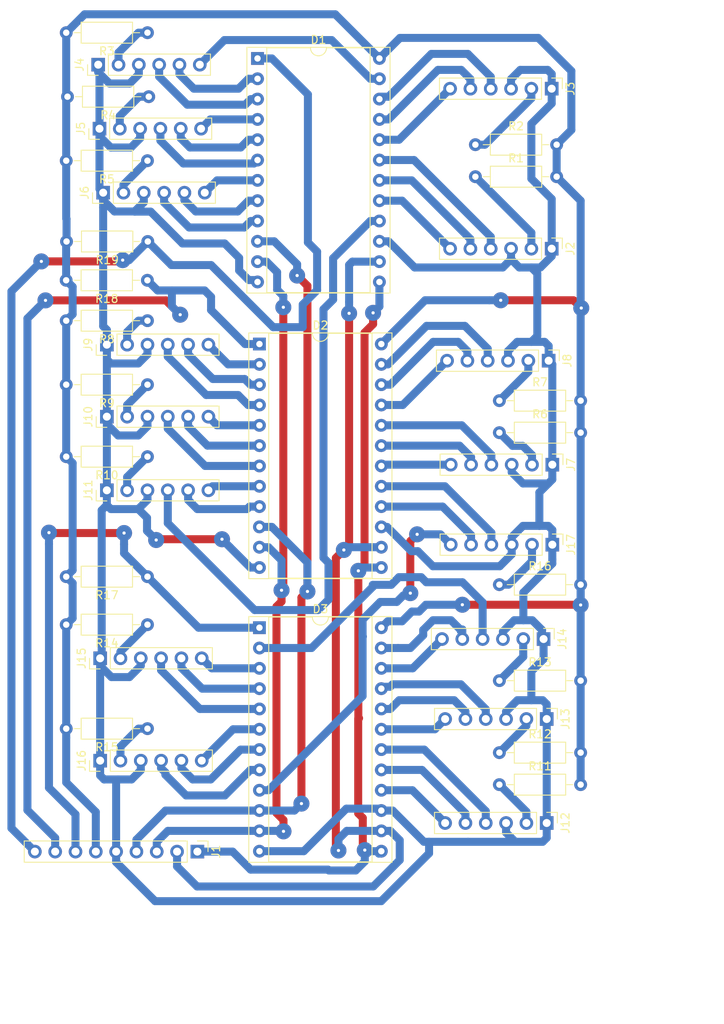
<source format=kicad_pcb>
(kicad_pcb (version 4) (host pcbnew 4.0.7-e2-6376~58~ubuntu14.04.1)

  (general
    (links 141)
    (no_connects 0)
    (area 0 0 0 0)
    (thickness 1.6)
    (drawings 2)
    (tracks 667)
    (zones 0)
    (modules 39)
    (nets 73)
  )

  (page A4)
  (layers
    (0 F.Cu signal)
    (31 B.Cu signal)
    (32 B.Adhes user)
    (33 F.Adhes user)
    (34 B.Paste user)
    (35 F.Paste user)
    (36 B.SilkS user)
    (37 F.SilkS user)
    (38 B.Mask user)
    (39 F.Mask user)
    (40 Dwgs.User user)
    (41 Cmts.User user)
    (42 Eco1.User user)
    (43 Eco2.User user)
    (44 Edge.Cuts user)
    (45 Margin user)
    (46 B.CrtYd user)
    (47 F.CrtYd user)
    (48 B.Fab user)
    (49 F.Fab user)
  )

  (setup
    (last_trace_width 1)
    (trace_clearance 1)
    (zone_clearance 0.508)
    (zone_45_only no)
    (trace_min 0.2)
    (segment_width 0.2)
    (edge_width 0.15)
    (via_size 1)
    (via_drill 0.4)
    (via_min_size 0.4)
    (via_min_drill 0.3)
    (uvia_size 0.3)
    (uvia_drill 0.1)
    (uvias_allowed no)
    (uvia_min_size 0.2)
    (uvia_min_drill 0.1)
    (pcb_text_width 0.3)
    (pcb_text_size 1.5 1.5)
    (mod_edge_width 0.15)
    (mod_text_size 1 1)
    (mod_text_width 0.15)
    (pad_size 1.524 1.524)
    (pad_drill 0.762)
    (pad_to_mask_clearance 0.2)
    (aux_axis_origin 0 0)
    (visible_elements FFFFFF7F)
    (pcbplotparams
      (layerselection 0x00030_80000001)
      (usegerberextensions false)
      (excludeedgelayer true)
      (linewidth 0.100000)
      (plotframeref false)
      (viasonmask false)
      (mode 1)
      (useauxorigin false)
      (hpglpennumber 1)
      (hpglpenspeed 20)
      (hpglpendiameter 15)
      (hpglpenoverlay 2)
      (psnegative false)
      (psa4output false)
      (plotreference true)
      (plotvalue true)
      (plotinvisibletext false)
      (padsonsilk false)
      (subtractmaskfromsilk false)
      (outputformat 1)
      (mirror false)
      (drillshape 1)
      (scaleselection 1)
      (outputdirectory ""))
  )

  (net 0 "")
  (net 1 "Net-(D1-Pad1)")
  (net 2 /S3)
  (net 3 "Net-(D1-Pad2)")
  (net 4 /S2)
  (net 5 "Net-(D1-Pad3)")
  (net 6 Earth)
  (net 7 "Net-(D1-Pad4)")
  (net 8 "Net-(D1-Pad16)")
  (net 9 "Net-(D1-Pad5)")
  (net 10 "Net-(D1-Pad17)")
  (net 11 "Net-(D1-Pad6)")
  (net 12 "Net-(D1-Pad18)")
  (net 13 "Net-(D1-Pad7)")
  (net 14 "Net-(D1-Pad19)")
  (net 15 "Net-(D1-Pad8)")
  (net 16 "Net-(D1-Pad20)")
  (net 17 "Net-(D1-Pad9)")
  (net 18 "Net-(D1-Pad21)")
  (net 19 /S0)
  (net 20 "Net-(D1-Pad22)")
  (net 21 /S1)
  (net 22 "Net-(D1-Pad23)")
  (net 23 +5V)
  (net 24 "Net-(D2-Pad1)")
  (net 25 "Net-(D2-Pad2)")
  (net 26 "Net-(D2-Pad3)")
  (net 27 "Net-(D2-Pad4)")
  (net 28 "Net-(D2-Pad16)")
  (net 29 "Net-(D2-Pad5)")
  (net 30 "Net-(D2-Pad17)")
  (net 31 "Net-(D2-Pad6)")
  (net 32 "Net-(D2-Pad18)")
  (net 33 "Net-(D2-Pad7)")
  (net 34 "Net-(D2-Pad19)")
  (net 35 "Net-(D2-Pad8)")
  (net 36 "Net-(D2-Pad20)")
  (net 37 "Net-(D2-Pad9)")
  (net 38 "Net-(D2-Pad22)")
  (net 39 "Net-(D2-Pad23)")
  (net 40 "Net-(D3-Pad1)")
  (net 41 "Net-(D3-Pad2)")
  (net 42 "Net-(D3-Pad3)")
  (net 43 "Net-(D3-Pad4)")
  (net 44 "Net-(D3-Pad16)")
  (net 45 "Net-(D3-Pad5)")
  (net 46 "Net-(D3-Pad17)")
  (net 47 "Net-(D3-Pad6)")
  (net 48 "Net-(D3-Pad18)")
  (net 49 "Net-(D3-Pad7)")
  (net 50 "Net-(D3-Pad19)")
  (net 51 "Net-(D3-Pad8)")
  (net 52 "Net-(D3-Pad20)")
  (net 53 "Net-(D3-Pad9)")
  (net 54 "Net-(D3-Pad21)")
  (net 55 "Net-(D3-Pad22)")
  (net 56 "Net-(D3-Pad23)")
  (net 57 "Net-(J2-Pad2)")
  (net 58 "Net-(J3-Pad2)")
  (net 59 "Net-(J4-Pad2)")
  (net 60 "Net-(J5-Pad2)")
  (net 61 "Net-(J6-Pad2)")
  (net 62 "Net-(J7-Pad2)")
  (net 63 "Net-(J8-Pad2)")
  (net 64 "Net-(J9-Pad2)")
  (net 65 "Net-(J10-Pad2)")
  (net 66 "Net-(J11-Pad2)")
  (net 67 "Net-(J12-Pad2)")
  (net 68 "Net-(J13-Pad2)")
  (net 69 "Net-(J14-Pad2)")
  (net 70 "Net-(J15-Pad2)")
  (net 71 "Net-(J16-Pad2)")
  (net 72 "Net-(J17-Pad2)")

  (net_class Default "This is the default net class."
    (clearance 1)
    (trace_width 1)
    (via_dia 1)
    (via_drill 0.4)
    (uvia_dia 0.3)
    (uvia_drill 0.1)
    (add_net +5V)
    (add_net /S0)
    (add_net /S1)
    (add_net /S2)
    (add_net /S3)
    (add_net Earth)
    (add_net "Net-(D1-Pad1)")
    (add_net "Net-(D1-Pad16)")
    (add_net "Net-(D1-Pad17)")
    (add_net "Net-(D1-Pad18)")
    (add_net "Net-(D1-Pad19)")
    (add_net "Net-(D1-Pad2)")
    (add_net "Net-(D1-Pad20)")
    (add_net "Net-(D1-Pad21)")
    (add_net "Net-(D1-Pad22)")
    (add_net "Net-(D1-Pad23)")
    (add_net "Net-(D1-Pad3)")
    (add_net "Net-(D1-Pad4)")
    (add_net "Net-(D1-Pad5)")
    (add_net "Net-(D1-Pad6)")
    (add_net "Net-(D1-Pad7)")
    (add_net "Net-(D1-Pad8)")
    (add_net "Net-(D1-Pad9)")
    (add_net "Net-(D2-Pad1)")
    (add_net "Net-(D2-Pad16)")
    (add_net "Net-(D2-Pad17)")
    (add_net "Net-(D2-Pad18)")
    (add_net "Net-(D2-Pad19)")
    (add_net "Net-(D2-Pad2)")
    (add_net "Net-(D2-Pad20)")
    (add_net "Net-(D2-Pad22)")
    (add_net "Net-(D2-Pad23)")
    (add_net "Net-(D2-Pad3)")
    (add_net "Net-(D2-Pad4)")
    (add_net "Net-(D2-Pad5)")
    (add_net "Net-(D2-Pad6)")
    (add_net "Net-(D2-Pad7)")
    (add_net "Net-(D2-Pad8)")
    (add_net "Net-(D2-Pad9)")
    (add_net "Net-(D3-Pad1)")
    (add_net "Net-(D3-Pad16)")
    (add_net "Net-(D3-Pad17)")
    (add_net "Net-(D3-Pad18)")
    (add_net "Net-(D3-Pad19)")
    (add_net "Net-(D3-Pad2)")
    (add_net "Net-(D3-Pad20)")
    (add_net "Net-(D3-Pad21)")
    (add_net "Net-(D3-Pad22)")
    (add_net "Net-(D3-Pad23)")
    (add_net "Net-(D3-Pad3)")
    (add_net "Net-(D3-Pad4)")
    (add_net "Net-(D3-Pad5)")
    (add_net "Net-(D3-Pad6)")
    (add_net "Net-(D3-Pad7)")
    (add_net "Net-(D3-Pad8)")
    (add_net "Net-(D3-Pad9)")
    (add_net "Net-(J10-Pad2)")
    (add_net "Net-(J11-Pad2)")
    (add_net "Net-(J12-Pad2)")
    (add_net "Net-(J13-Pad2)")
    (add_net "Net-(J14-Pad2)")
    (add_net "Net-(J15-Pad2)")
    (add_net "Net-(J16-Pad2)")
    (add_net "Net-(J17-Pad2)")
    (add_net "Net-(J2-Pad2)")
    (add_net "Net-(J3-Pad2)")
    (add_net "Net-(J4-Pad2)")
    (add_net "Net-(J5-Pad2)")
    (add_net "Net-(J6-Pad2)")
    (add_net "Net-(J7-Pad2)")
    (add_net "Net-(J8-Pad2)")
    (add_net "Net-(J9-Pad2)")
  )

  (module Pin_Headers:Pin_Header_Straight_1x06_Pitch2.54mm (layer F.Cu) (tedit 59650532) (tstamp 5B632167)
    (at 110.062683 115.59 90)
    (descr "Through hole straight pin header, 1x06, 2.54mm pitch, single row")
    (tags "Through hole pin header THT 1x06 2.54mm single row")
    (path /5B6321F6)
    (fp_text reference J16 (at 0 -2.33 90) (layer F.SilkS)
      (effects (font (size 1 1) (thickness 0.15)))
    )
    (fp_text value Conn_01x06 (at 0 15.03 90) (layer F.Fab)
      (effects (font (size 1 1) (thickness 0.15)))
    )
    (fp_line (start -0.635 -1.27) (end 1.27 -1.27) (layer F.Fab) (width 0.1))
    (fp_line (start 1.27 -1.27) (end 1.27 13.97) (layer F.Fab) (width 0.1))
    (fp_line (start 1.27 13.97) (end -1.27 13.97) (layer F.Fab) (width 0.1))
    (fp_line (start -1.27 13.97) (end -1.27 -0.635) (layer F.Fab) (width 0.1))
    (fp_line (start -1.27 -0.635) (end -0.635 -1.27) (layer F.Fab) (width 0.1))
    (fp_line (start -1.33 14.03) (end 1.33 14.03) (layer F.SilkS) (width 0.12))
    (fp_line (start -1.33 1.27) (end -1.33 14.03) (layer F.SilkS) (width 0.12))
    (fp_line (start 1.33 1.27) (end 1.33 14.03) (layer F.SilkS) (width 0.12))
    (fp_line (start -1.33 1.27) (end 1.33 1.27) (layer F.SilkS) (width 0.12))
    (fp_line (start -1.33 0) (end -1.33 -1.33) (layer F.SilkS) (width 0.12))
    (fp_line (start -1.33 -1.33) (end 0 -1.33) (layer F.SilkS) (width 0.12))
    (fp_line (start -1.8 -1.8) (end -1.8 14.5) (layer F.CrtYd) (width 0.05))
    (fp_line (start -1.8 14.5) (end 1.8 14.5) (layer F.CrtYd) (width 0.05))
    (fp_line (start 1.8 14.5) (end 1.8 -1.8) (layer F.CrtYd) (width 0.05))
    (fp_line (start 1.8 -1.8) (end -1.8 -1.8) (layer F.CrtYd) (width 0.05))
    (fp_text user %R (at 0 6.35 180) (layer F.Fab)
      (effects (font (size 1 1) (thickness 0.15)))
    )
    (pad 1 thru_hole rect (at 0 0 90) (size 1.7 1.7) (drill 1) (layers *.Cu *.Mask)
      (net 6 Earth))
    (pad 2 thru_hole oval (at 0 2.54 90) (size 1.7 1.7) (drill 1) (layers *.Cu *.Mask)
      (net 71 "Net-(J16-Pad2)"))
    (pad 3 thru_hole oval (at 0 5.08 90) (size 1.7 1.7) (drill 1) (layers *.Cu *.Mask)
      (net 6 Earth))
    (pad 4 thru_hole oval (at 0 7.62 90) (size 1.7 1.7) (drill 1) (layers *.Cu *.Mask)
      (net 51 "Net-(D3-Pad8)"))
    (pad 5 thru_hole oval (at 0 10.16 90) (size 1.7 1.7) (drill 1) (layers *.Cu *.Mask)
      (net 49 "Net-(D3-Pad7)"))
    (pad 6 thru_hole oval (at 0 12.7 90) (size 1.7 1.7) (drill 1) (layers *.Cu *.Mask)
      (net 47 "Net-(D3-Pad6)"))
    (model ${KISYS3DMOD}/Pin_Headers.3dshapes/Pin_Header_Straight_1x06_Pitch2.54mm.wrl
      (at (xyz 0 0 0))
      (scale (xyz 1 1 1))
      (rotate (xyz 0 0 0))
    )
  )

  (module Resistors_THT:R_Axial_DIN0207_L6.3mm_D2.5mm_P10.16mm_Horizontal (layer F.Cu) (tedit 5874F706) (tstamp 5B6321E3)
    (at 116.02 50.69 180)
    (descr "Resistor, Axial_DIN0207 series, Axial, Horizontal, pin pitch=10.16mm, 0.25W = 1/4W, length*diameter=6.3*2.5mm^2, http://cdn-reichelt.de/documents/datenblatt/B400/1_4W%23YAG.pdf")
    (tags "Resistor Axial_DIN0207 series Axial Horizontal pin pitch 10.16mm 0.25W = 1/4W length 6.3mm diameter 2.5mm")
    (path /5B650C6E)
    (fp_text reference R19 (at 5.08 -2.31 180) (layer F.SilkS)
      (effects (font (size 1 1) (thickness 0.15)))
    )
    (fp_text value R (at 5.08 2.31 180) (layer F.Fab)
      (effects (font (size 1 1) (thickness 0.15)))
    )
    (fp_line (start 1.93 -1.25) (end 1.93 1.25) (layer F.Fab) (width 0.1))
    (fp_line (start 1.93 1.25) (end 8.23 1.25) (layer F.Fab) (width 0.1))
    (fp_line (start 8.23 1.25) (end 8.23 -1.25) (layer F.Fab) (width 0.1))
    (fp_line (start 8.23 -1.25) (end 1.93 -1.25) (layer F.Fab) (width 0.1))
    (fp_line (start 0 0) (end 1.93 0) (layer F.Fab) (width 0.1))
    (fp_line (start 10.16 0) (end 8.23 0) (layer F.Fab) (width 0.1))
    (fp_line (start 1.87 -1.31) (end 1.87 1.31) (layer F.SilkS) (width 0.12))
    (fp_line (start 1.87 1.31) (end 8.29 1.31) (layer F.SilkS) (width 0.12))
    (fp_line (start 8.29 1.31) (end 8.29 -1.31) (layer F.SilkS) (width 0.12))
    (fp_line (start 8.29 -1.31) (end 1.87 -1.31) (layer F.SilkS) (width 0.12))
    (fp_line (start 0.98 0) (end 1.87 0) (layer F.SilkS) (width 0.12))
    (fp_line (start 9.18 0) (end 8.29 0) (layer F.SilkS) (width 0.12))
    (fp_line (start -1.05 -1.6) (end -1.05 1.6) (layer F.CrtYd) (width 0.05))
    (fp_line (start -1.05 1.6) (end 11.25 1.6) (layer F.CrtYd) (width 0.05))
    (fp_line (start 11.25 1.6) (end 11.25 -1.6) (layer F.CrtYd) (width 0.05))
    (fp_line (start 11.25 -1.6) (end -1.05 -1.6) (layer F.CrtYd) (width 0.05))
    (pad 1 thru_hole circle (at 0 0 180) (size 1.6 1.6) (drill 0.8) (layers *.Cu *.Mask)
      (net 1 "Net-(D1-Pad1)"))
    (pad 2 thru_hole oval (at 10.16 0 180) (size 1.6 1.6) (drill 0.8) (layers *.Cu *.Mask)
      (net 23 +5V))
    (model ${KISYS3DMOD}/Resistors_THT.3dshapes/R_Axial_DIN0207_L6.3mm_D2.5mm_P10.16mm_Horizontal.wrl
      (at (xyz 0 0 0))
      (scale (xyz 0.393701 0.393701 0.393701))
      (rotate (xyz 0 0 0))
    )
  )

  (module Resistors_THT:R_Axial_DIN0207_L6.3mm_D2.5mm_P10.16mm_Horizontal (layer F.Cu) (tedit 5874F706) (tstamp 5B63218F)
    (at 115.98 40.59 180)
    (descr "Resistor, Axial_DIN0207 series, Axial, Horizontal, pin pitch=10.16mm, 0.25W = 1/4W, length*diameter=6.3*2.5mm^2, http://cdn-reichelt.de/documents/datenblatt/B400/1_4W%23YAG.pdf")
    (tags "Resistor Axial_DIN0207 series Axial Horizontal pin pitch 10.16mm 0.25W = 1/4W length 6.3mm diameter 2.5mm")
    (path /5B631B6C)
    (fp_text reference R5 (at 5.08 -2.31 180) (layer F.SilkS)
      (effects (font (size 1 1) (thickness 0.15)))
    )
    (fp_text value R (at 5.08 2.31 180) (layer F.Fab)
      (effects (font (size 1 1) (thickness 0.15)))
    )
    (fp_line (start 1.93 -1.25) (end 1.93 1.25) (layer F.Fab) (width 0.1))
    (fp_line (start 1.93 1.25) (end 8.23 1.25) (layer F.Fab) (width 0.1))
    (fp_line (start 8.23 1.25) (end 8.23 -1.25) (layer F.Fab) (width 0.1))
    (fp_line (start 8.23 -1.25) (end 1.93 -1.25) (layer F.Fab) (width 0.1))
    (fp_line (start 0 0) (end 1.93 0) (layer F.Fab) (width 0.1))
    (fp_line (start 10.16 0) (end 8.23 0) (layer F.Fab) (width 0.1))
    (fp_line (start 1.87 -1.31) (end 1.87 1.31) (layer F.SilkS) (width 0.12))
    (fp_line (start 1.87 1.31) (end 8.29 1.31) (layer F.SilkS) (width 0.12))
    (fp_line (start 8.29 1.31) (end 8.29 -1.31) (layer F.SilkS) (width 0.12))
    (fp_line (start 8.29 -1.31) (end 1.87 -1.31) (layer F.SilkS) (width 0.12))
    (fp_line (start 0.98 0) (end 1.87 0) (layer F.SilkS) (width 0.12))
    (fp_line (start 9.18 0) (end 8.29 0) (layer F.SilkS) (width 0.12))
    (fp_line (start -1.05 -1.6) (end -1.05 1.6) (layer F.CrtYd) (width 0.05))
    (fp_line (start -1.05 1.6) (end 11.25 1.6) (layer F.CrtYd) (width 0.05))
    (fp_line (start 11.25 1.6) (end 11.25 -1.6) (layer F.CrtYd) (width 0.05))
    (fp_line (start 11.25 -1.6) (end -1.05 -1.6) (layer F.CrtYd) (width 0.05))
    (pad 1 thru_hole circle (at 0 0 180) (size 1.6 1.6) (drill 0.8) (layers *.Cu *.Mask)
      (net 61 "Net-(J6-Pad2)"))
    (pad 2 thru_hole oval (at 10.16 0 180) (size 1.6 1.6) (drill 0.8) (layers *.Cu *.Mask)
      (net 23 +5V))
    (model ${KISYS3DMOD}/Resistors_THT.3dshapes/R_Axial_DIN0207_L6.3mm_D2.5mm_P10.16mm_Horizontal.wrl
      (at (xyz 0 0 0))
      (scale (xyz 0.393701 0.393701 0.393701))
      (rotate (xyz 0 0 0))
    )
  )

  (module Resistors_THT:R_Axial_DIN0207_L6.3mm_D2.5mm_P10.16mm_Horizontal (layer F.Cu) (tedit 5874F706) (tstamp 5B6321DD)
    (at 115.97 55.54 180)
    (descr "Resistor, Axial_DIN0207 series, Axial, Horizontal, pin pitch=10.16mm, 0.25W = 1/4W, length*diameter=6.3*2.5mm^2, http://cdn-reichelt.de/documents/datenblatt/B400/1_4W%23YAG.pdf")
    (tags "Resistor Axial_DIN0207 series Axial Horizontal pin pitch 10.16mm 0.25W = 1/4W length 6.3mm diameter 2.5mm")
    (path /5B650BE4)
    (fp_text reference R18 (at 5.08 -2.31 180) (layer F.SilkS)
      (effects (font (size 1 1) (thickness 0.15)))
    )
    (fp_text value R (at 5.08 2.31 180) (layer F.Fab)
      (effects (font (size 1 1) (thickness 0.15)))
    )
    (fp_line (start 1.93 -1.25) (end 1.93 1.25) (layer F.Fab) (width 0.1))
    (fp_line (start 1.93 1.25) (end 8.23 1.25) (layer F.Fab) (width 0.1))
    (fp_line (start 8.23 1.25) (end 8.23 -1.25) (layer F.Fab) (width 0.1))
    (fp_line (start 8.23 -1.25) (end 1.93 -1.25) (layer F.Fab) (width 0.1))
    (fp_line (start 0 0) (end 1.93 0) (layer F.Fab) (width 0.1))
    (fp_line (start 10.16 0) (end 8.23 0) (layer F.Fab) (width 0.1))
    (fp_line (start 1.87 -1.31) (end 1.87 1.31) (layer F.SilkS) (width 0.12))
    (fp_line (start 1.87 1.31) (end 8.29 1.31) (layer F.SilkS) (width 0.12))
    (fp_line (start 8.29 1.31) (end 8.29 -1.31) (layer F.SilkS) (width 0.12))
    (fp_line (start 8.29 -1.31) (end 1.87 -1.31) (layer F.SilkS) (width 0.12))
    (fp_line (start 0.98 0) (end 1.87 0) (layer F.SilkS) (width 0.12))
    (fp_line (start 9.18 0) (end 8.29 0) (layer F.SilkS) (width 0.12))
    (fp_line (start -1.05 -1.6) (end -1.05 1.6) (layer F.CrtYd) (width 0.05))
    (fp_line (start -1.05 1.6) (end 11.25 1.6) (layer F.CrtYd) (width 0.05))
    (fp_line (start 11.25 1.6) (end 11.25 -1.6) (layer F.CrtYd) (width 0.05))
    (fp_line (start 11.25 -1.6) (end -1.05 -1.6) (layer F.CrtYd) (width 0.05))
    (pad 1 thru_hole circle (at 0 0 180) (size 1.6 1.6) (drill 0.8) (layers *.Cu *.Mask)
      (net 24 "Net-(D2-Pad1)"))
    (pad 2 thru_hole oval (at 10.16 0 180) (size 1.6 1.6) (drill 0.8) (layers *.Cu *.Mask)
      (net 23 +5V))
    (model ${KISYS3DMOD}/Resistors_THT.3dshapes/R_Axial_DIN0207_L6.3mm_D2.5mm_P10.16mm_Horizontal.wrl
      (at (xyz 0 0 0))
      (scale (xyz 0.393701 0.393701 0.393701))
      (rotate (xyz 0 0 0))
    )
  )

  (module Resistors_THT:R_Axial_DIN0207_L6.3mm_D2.5mm_P10.16mm_Horizontal (layer F.Cu) (tedit 5874F706) (tstamp 5B6321D7)
    (at 115.98 92.59 180)
    (descr "Resistor, Axial_DIN0207 series, Axial, Horizontal, pin pitch=10.16mm, 0.25W = 1/4W, length*diameter=6.3*2.5mm^2, http://cdn-reichelt.de/documents/datenblatt/B400/1_4W%23YAG.pdf")
    (tags "Resistor Axial_DIN0207 series Axial Horizontal pin pitch 10.16mm 0.25W = 1/4W length 6.3mm diameter 2.5mm")
    (path /5B650ABF)
    (fp_text reference R17 (at 5.08 -2.31 180) (layer F.SilkS)
      (effects (font (size 1 1) (thickness 0.15)))
    )
    (fp_text value R (at 5.08 2.31 180) (layer F.Fab)
      (effects (font (size 1 1) (thickness 0.15)))
    )
    (fp_line (start 1.93 -1.25) (end 1.93 1.25) (layer F.Fab) (width 0.1))
    (fp_line (start 1.93 1.25) (end 8.23 1.25) (layer F.Fab) (width 0.1))
    (fp_line (start 8.23 1.25) (end 8.23 -1.25) (layer F.Fab) (width 0.1))
    (fp_line (start 8.23 -1.25) (end 1.93 -1.25) (layer F.Fab) (width 0.1))
    (fp_line (start 0 0) (end 1.93 0) (layer F.Fab) (width 0.1))
    (fp_line (start 10.16 0) (end 8.23 0) (layer F.Fab) (width 0.1))
    (fp_line (start 1.87 -1.31) (end 1.87 1.31) (layer F.SilkS) (width 0.12))
    (fp_line (start 1.87 1.31) (end 8.29 1.31) (layer F.SilkS) (width 0.12))
    (fp_line (start 8.29 1.31) (end 8.29 -1.31) (layer F.SilkS) (width 0.12))
    (fp_line (start 8.29 -1.31) (end 1.87 -1.31) (layer F.SilkS) (width 0.12))
    (fp_line (start 0.98 0) (end 1.87 0) (layer F.SilkS) (width 0.12))
    (fp_line (start 9.18 0) (end 8.29 0) (layer F.SilkS) (width 0.12))
    (fp_line (start -1.05 -1.6) (end -1.05 1.6) (layer F.CrtYd) (width 0.05))
    (fp_line (start -1.05 1.6) (end 11.25 1.6) (layer F.CrtYd) (width 0.05))
    (fp_line (start 11.25 1.6) (end 11.25 -1.6) (layer F.CrtYd) (width 0.05))
    (fp_line (start 11.25 -1.6) (end -1.05 -1.6) (layer F.CrtYd) (width 0.05))
    (pad 1 thru_hole circle (at 0 0 180) (size 1.6 1.6) (drill 0.8) (layers *.Cu *.Mask)
      (net 40 "Net-(D3-Pad1)"))
    (pad 2 thru_hole oval (at 10.16 0 180) (size 1.6 1.6) (drill 0.8) (layers *.Cu *.Mask)
      (net 23 +5V))
    (model ${KISYS3DMOD}/Resistors_THT.3dshapes/R_Axial_DIN0207_L6.3mm_D2.5mm_P10.16mm_Horizontal.wrl
      (at (xyz 0 0 0))
      (scale (xyz 0.393701 0.393701 0.393701))
      (rotate (xyz 0 0 0))
    )
  )

  (module Pin_Headers:Pin_Header_Straight_1x06_Pitch2.54mm (layer F.Cu) (tedit 59650532) (tstamp 5B632121)
    (at 110.9 63.59 90)
    (descr "Through hole straight pin header, 1x06, 2.54mm pitch, single row")
    (tags "Through hole pin header THT 1x06 2.54mm single row")
    (path /5B631F62)
    (fp_text reference J9 (at 0 -2.33 90) (layer F.SilkS)
      (effects (font (size 1 1) (thickness 0.15)))
    )
    (fp_text value Conn_01x06 (at 0 15.03 90) (layer F.Fab)
      (effects (font (size 1 1) (thickness 0.15)))
    )
    (fp_line (start -0.635 -1.27) (end 1.27 -1.27) (layer F.Fab) (width 0.1))
    (fp_line (start 1.27 -1.27) (end 1.27 13.97) (layer F.Fab) (width 0.1))
    (fp_line (start 1.27 13.97) (end -1.27 13.97) (layer F.Fab) (width 0.1))
    (fp_line (start -1.27 13.97) (end -1.27 -0.635) (layer F.Fab) (width 0.1))
    (fp_line (start -1.27 -0.635) (end -0.635 -1.27) (layer F.Fab) (width 0.1))
    (fp_line (start -1.33 14.03) (end 1.33 14.03) (layer F.SilkS) (width 0.12))
    (fp_line (start -1.33 1.27) (end -1.33 14.03) (layer F.SilkS) (width 0.12))
    (fp_line (start 1.33 1.27) (end 1.33 14.03) (layer F.SilkS) (width 0.12))
    (fp_line (start -1.33 1.27) (end 1.33 1.27) (layer F.SilkS) (width 0.12))
    (fp_line (start -1.33 0) (end -1.33 -1.33) (layer F.SilkS) (width 0.12))
    (fp_line (start -1.33 -1.33) (end 0 -1.33) (layer F.SilkS) (width 0.12))
    (fp_line (start -1.8 -1.8) (end -1.8 14.5) (layer F.CrtYd) (width 0.05))
    (fp_line (start -1.8 14.5) (end 1.8 14.5) (layer F.CrtYd) (width 0.05))
    (fp_line (start 1.8 14.5) (end 1.8 -1.8) (layer F.CrtYd) (width 0.05))
    (fp_line (start 1.8 -1.8) (end -1.8 -1.8) (layer F.CrtYd) (width 0.05))
    (fp_text user %R (at 0 6.35 180) (layer F.Fab)
      (effects (font (size 1 1) (thickness 0.15)))
    )
    (pad 1 thru_hole rect (at 0 0 90) (size 1.7 1.7) (drill 1) (layers *.Cu *.Mask)
      (net 6 Earth))
    (pad 2 thru_hole oval (at 0 2.54 90) (size 1.7 1.7) (drill 1) (layers *.Cu *.Mask)
      (net 64 "Net-(J9-Pad2)"))
    (pad 3 thru_hole oval (at 0 5.08 90) (size 1.7 1.7) (drill 1) (layers *.Cu *.Mask)
      (net 6 Earth))
    (pad 4 thru_hole oval (at 0 7.62 90) (size 1.7 1.7) (drill 1) (layers *.Cu *.Mask)
      (net 27 "Net-(D2-Pad4)"))
    (pad 5 thru_hole oval (at 0 10.16 90) (size 1.7 1.7) (drill 1) (layers *.Cu *.Mask)
      (net 26 "Net-(D2-Pad3)"))
    (pad 6 thru_hole oval (at 0 12.7 90) (size 1.7 1.7) (drill 1) (layers *.Cu *.Mask)
      (net 25 "Net-(D2-Pad2)"))
    (model ${KISYS3DMOD}/Pin_Headers.3dshapes/Pin_Header_Straight_1x06_Pitch2.54mm.wrl
      (at (xyz 0 0 0))
      (scale (xyz 1 1 1))
      (rotate (xyz 0 0 0))
    )
  )

  (module Resistors_THT:R_Axial_DIN0207_L6.3mm_D2.5mm_P10.16mm_Horizontal (layer F.Cu) (tedit 5874F706) (tstamp 5B6321A1)
    (at 115.98 60.59 180)
    (descr "Resistor, Axial_DIN0207 series, Axial, Horizontal, pin pitch=10.16mm, 0.25W = 1/4W, length*diameter=6.3*2.5mm^2, http://cdn-reichelt.de/documents/datenblatt/B400/1_4W%23YAG.pdf")
    (tags "Resistor Axial_DIN0207 series Axial Horizontal pin pitch 10.16mm 0.25W = 1/4W length 6.3mm diameter 2.5mm")
    (path /5B631F74)
    (fp_text reference R8 (at 5.08 -2.31 180) (layer F.SilkS)
      (effects (font (size 1 1) (thickness 0.15)))
    )
    (fp_text value R (at 5.08 2.31 180) (layer F.Fab)
      (effects (font (size 1 1) (thickness 0.15)))
    )
    (fp_line (start 1.93 -1.25) (end 1.93 1.25) (layer F.Fab) (width 0.1))
    (fp_line (start 1.93 1.25) (end 8.23 1.25) (layer F.Fab) (width 0.1))
    (fp_line (start 8.23 1.25) (end 8.23 -1.25) (layer F.Fab) (width 0.1))
    (fp_line (start 8.23 -1.25) (end 1.93 -1.25) (layer F.Fab) (width 0.1))
    (fp_line (start 0 0) (end 1.93 0) (layer F.Fab) (width 0.1))
    (fp_line (start 10.16 0) (end 8.23 0) (layer F.Fab) (width 0.1))
    (fp_line (start 1.87 -1.31) (end 1.87 1.31) (layer F.SilkS) (width 0.12))
    (fp_line (start 1.87 1.31) (end 8.29 1.31) (layer F.SilkS) (width 0.12))
    (fp_line (start 8.29 1.31) (end 8.29 -1.31) (layer F.SilkS) (width 0.12))
    (fp_line (start 8.29 -1.31) (end 1.87 -1.31) (layer F.SilkS) (width 0.12))
    (fp_line (start 0.98 0) (end 1.87 0) (layer F.SilkS) (width 0.12))
    (fp_line (start 9.18 0) (end 8.29 0) (layer F.SilkS) (width 0.12))
    (fp_line (start -1.05 -1.6) (end -1.05 1.6) (layer F.CrtYd) (width 0.05))
    (fp_line (start -1.05 1.6) (end 11.25 1.6) (layer F.CrtYd) (width 0.05))
    (fp_line (start 11.25 1.6) (end 11.25 -1.6) (layer F.CrtYd) (width 0.05))
    (fp_line (start 11.25 -1.6) (end -1.05 -1.6) (layer F.CrtYd) (width 0.05))
    (pad 1 thru_hole circle (at 0 0 180) (size 1.6 1.6) (drill 0.8) (layers *.Cu *.Mask)
      (net 64 "Net-(J9-Pad2)"))
    (pad 2 thru_hole oval (at 10.16 0 180) (size 1.6 1.6) (drill 0.8) (layers *.Cu *.Mask)
      (net 23 +5V))
    (model ${KISYS3DMOD}/Resistors_THT.3dshapes/R_Axial_DIN0207_L6.3mm_D2.5mm_P10.16mm_Horizontal.wrl
      (at (xyz 0 0 0))
      (scale (xyz 0.393701 0.393701 0.393701))
      (rotate (xyz 0 0 0))
    )
  )

  (module Pin_Headers:Pin_Header_Straight_1x06_Pitch2.54mm (layer F.Cu) (tedit 59650532) (tstamp 5B632103)
    (at 110.44 44.59 90)
    (descr "Through hole straight pin header, 1x06, 2.54mm pitch, single row")
    (tags "Through hole pin header THT 1x06 2.54mm single row")
    (path /5B631B5A)
    (fp_text reference J6 (at 0 -2.33 90) (layer F.SilkS)
      (effects (font (size 1 1) (thickness 0.15)))
    )
    (fp_text value Conn_01x06 (at 0 15.03 90) (layer F.Fab)
      (effects (font (size 1 1) (thickness 0.15)))
    )
    (fp_line (start -0.635 -1.27) (end 1.27 -1.27) (layer F.Fab) (width 0.1))
    (fp_line (start 1.27 -1.27) (end 1.27 13.97) (layer F.Fab) (width 0.1))
    (fp_line (start 1.27 13.97) (end -1.27 13.97) (layer F.Fab) (width 0.1))
    (fp_line (start -1.27 13.97) (end -1.27 -0.635) (layer F.Fab) (width 0.1))
    (fp_line (start -1.27 -0.635) (end -0.635 -1.27) (layer F.Fab) (width 0.1))
    (fp_line (start -1.33 14.03) (end 1.33 14.03) (layer F.SilkS) (width 0.12))
    (fp_line (start -1.33 1.27) (end -1.33 14.03) (layer F.SilkS) (width 0.12))
    (fp_line (start 1.33 1.27) (end 1.33 14.03) (layer F.SilkS) (width 0.12))
    (fp_line (start -1.33 1.27) (end 1.33 1.27) (layer F.SilkS) (width 0.12))
    (fp_line (start -1.33 0) (end -1.33 -1.33) (layer F.SilkS) (width 0.12))
    (fp_line (start -1.33 -1.33) (end 0 -1.33) (layer F.SilkS) (width 0.12))
    (fp_line (start -1.8 -1.8) (end -1.8 14.5) (layer F.CrtYd) (width 0.05))
    (fp_line (start -1.8 14.5) (end 1.8 14.5) (layer F.CrtYd) (width 0.05))
    (fp_line (start 1.8 14.5) (end 1.8 -1.8) (layer F.CrtYd) (width 0.05))
    (fp_line (start 1.8 -1.8) (end -1.8 -1.8) (layer F.CrtYd) (width 0.05))
    (fp_text user %R (at 0 6.35 180) (layer F.Fab)
      (effects (font (size 1 1) (thickness 0.15)))
    )
    (pad 1 thru_hole rect (at 0 0 90) (size 1.7 1.7) (drill 1) (layers *.Cu *.Mask)
      (net 6 Earth))
    (pad 2 thru_hole oval (at 0 2.54 90) (size 1.7 1.7) (drill 1) (layers *.Cu *.Mask)
      (net 61 "Net-(J6-Pad2)"))
    (pad 3 thru_hole oval (at 0 5.08 90) (size 1.7 1.7) (drill 1) (layers *.Cu *.Mask)
      (net 6 Earth))
    (pad 4 thru_hole oval (at 0 7.62 90) (size 1.7 1.7) (drill 1) (layers *.Cu *.Mask)
      (net 17 "Net-(D1-Pad9)"))
    (pad 5 thru_hole oval (at 0 10.16 90) (size 1.7 1.7) (drill 1) (layers *.Cu *.Mask)
      (net 15 "Net-(D1-Pad8)"))
    (pad 6 thru_hole oval (at 0 12.7 90) (size 1.7 1.7) (drill 1) (layers *.Cu *.Mask)
      (net 13 "Net-(D1-Pad7)"))
    (model ${KISYS3DMOD}/Pin_Headers.3dshapes/Pin_Header_Straight_1x06_Pitch2.54mm.wrl
      (at (xyz 0 0 0))
      (scale (xyz 1 1 1))
      (rotate (xyz 0 0 0))
    )
  )

  (module Resistors_THT:R_Axial_DIN0207_L6.3mm_D2.5mm_P10.16mm_Horizontal (layer F.Cu) (tedit 5874F706) (tstamp 5B632195)
    (at 159.98 74.59)
    (descr "Resistor, Axial_DIN0207 series, Axial, Horizontal, pin pitch=10.16mm, 0.25W = 1/4W, length*diameter=6.3*2.5mm^2, http://cdn-reichelt.de/documents/datenblatt/B400/1_4W%23YAG.pdf")
    (tags "Resistor Axial_DIN0207 series Axial Horizontal pin pitch 10.16mm 0.25W = 1/4W length 6.3mm diameter 2.5mm")
    (path /5B631F38)
    (fp_text reference R6 (at 5.08 -2.31) (layer F.SilkS)
      (effects (font (size 1 1) (thickness 0.15)))
    )
    (fp_text value R (at 5.08 2.31) (layer F.Fab)
      (effects (font (size 1 1) (thickness 0.15)))
    )
    (fp_line (start 1.93 -1.25) (end 1.93 1.25) (layer F.Fab) (width 0.1))
    (fp_line (start 1.93 1.25) (end 8.23 1.25) (layer F.Fab) (width 0.1))
    (fp_line (start 8.23 1.25) (end 8.23 -1.25) (layer F.Fab) (width 0.1))
    (fp_line (start 8.23 -1.25) (end 1.93 -1.25) (layer F.Fab) (width 0.1))
    (fp_line (start 0 0) (end 1.93 0) (layer F.Fab) (width 0.1))
    (fp_line (start 10.16 0) (end 8.23 0) (layer F.Fab) (width 0.1))
    (fp_line (start 1.87 -1.31) (end 1.87 1.31) (layer F.SilkS) (width 0.12))
    (fp_line (start 1.87 1.31) (end 8.29 1.31) (layer F.SilkS) (width 0.12))
    (fp_line (start 8.29 1.31) (end 8.29 -1.31) (layer F.SilkS) (width 0.12))
    (fp_line (start 8.29 -1.31) (end 1.87 -1.31) (layer F.SilkS) (width 0.12))
    (fp_line (start 0.98 0) (end 1.87 0) (layer F.SilkS) (width 0.12))
    (fp_line (start 9.18 0) (end 8.29 0) (layer F.SilkS) (width 0.12))
    (fp_line (start -1.05 -1.6) (end -1.05 1.6) (layer F.CrtYd) (width 0.05))
    (fp_line (start -1.05 1.6) (end 11.25 1.6) (layer F.CrtYd) (width 0.05))
    (fp_line (start 11.25 1.6) (end 11.25 -1.6) (layer F.CrtYd) (width 0.05))
    (fp_line (start 11.25 -1.6) (end -1.05 -1.6) (layer F.CrtYd) (width 0.05))
    (pad 1 thru_hole circle (at 0 0) (size 1.6 1.6) (drill 0.8) (layers *.Cu *.Mask)
      (net 62 "Net-(J7-Pad2)"))
    (pad 2 thru_hole oval (at 10.16 0) (size 1.6 1.6) (drill 0.8) (layers *.Cu *.Mask)
      (net 23 +5V))
    (model ${KISYS3DMOD}/Resistors_THT.3dshapes/R_Axial_DIN0207_L6.3mm_D2.5mm_P10.16mm_Horizontal.wrl
      (at (xyz 0 0 0))
      (scale (xyz 0.393701 0.393701 0.393701))
      (rotate (xyz 0 0 0))
    )
  )

  (module Resistors_THT:R_Axial_DIN0207_L6.3mm_D2.5mm_P10.16mm_Horizontal (layer F.Cu) (tedit 5874F706) (tstamp 5B63219B)
    (at 159.98 70.59)
    (descr "Resistor, Axial_DIN0207 series, Axial, Horizontal, pin pitch=10.16mm, 0.25W = 1/4W, length*diameter=6.3*2.5mm^2, http://cdn-reichelt.de/documents/datenblatt/B400/1_4W%23YAG.pdf")
    (tags "Resistor Axial_DIN0207 series Axial Horizontal pin pitch 10.16mm 0.25W = 1/4W length 6.3mm diameter 2.5mm")
    (path /5B631F56)
    (fp_text reference R7 (at 5.08 -2.31) (layer F.SilkS)
      (effects (font (size 1 1) (thickness 0.15)))
    )
    (fp_text value R (at 5.08 2.31) (layer F.Fab)
      (effects (font (size 1 1) (thickness 0.15)))
    )
    (fp_line (start 1.93 -1.25) (end 1.93 1.25) (layer F.Fab) (width 0.1))
    (fp_line (start 1.93 1.25) (end 8.23 1.25) (layer F.Fab) (width 0.1))
    (fp_line (start 8.23 1.25) (end 8.23 -1.25) (layer F.Fab) (width 0.1))
    (fp_line (start 8.23 -1.25) (end 1.93 -1.25) (layer F.Fab) (width 0.1))
    (fp_line (start 0 0) (end 1.93 0) (layer F.Fab) (width 0.1))
    (fp_line (start 10.16 0) (end 8.23 0) (layer F.Fab) (width 0.1))
    (fp_line (start 1.87 -1.31) (end 1.87 1.31) (layer F.SilkS) (width 0.12))
    (fp_line (start 1.87 1.31) (end 8.29 1.31) (layer F.SilkS) (width 0.12))
    (fp_line (start 8.29 1.31) (end 8.29 -1.31) (layer F.SilkS) (width 0.12))
    (fp_line (start 8.29 -1.31) (end 1.87 -1.31) (layer F.SilkS) (width 0.12))
    (fp_line (start 0.98 0) (end 1.87 0) (layer F.SilkS) (width 0.12))
    (fp_line (start 9.18 0) (end 8.29 0) (layer F.SilkS) (width 0.12))
    (fp_line (start -1.05 -1.6) (end -1.05 1.6) (layer F.CrtYd) (width 0.05))
    (fp_line (start -1.05 1.6) (end 11.25 1.6) (layer F.CrtYd) (width 0.05))
    (fp_line (start 11.25 1.6) (end 11.25 -1.6) (layer F.CrtYd) (width 0.05))
    (fp_line (start 11.25 -1.6) (end -1.05 -1.6) (layer F.CrtYd) (width 0.05))
    (pad 1 thru_hole circle (at 0 0) (size 1.6 1.6) (drill 0.8) (layers *.Cu *.Mask)
      (net 63 "Net-(J8-Pad2)"))
    (pad 2 thru_hole oval (at 10.16 0) (size 1.6 1.6) (drill 0.8) (layers *.Cu *.Mask)
      (net 23 +5V))
    (model ${KISYS3DMOD}/Resistors_THT.3dshapes/R_Axial_DIN0207_L6.3mm_D2.5mm_P10.16mm_Horizontal.wrl
      (at (xyz 0 0 0))
      (scale (xyz 0.393701 0.393701 0.393701))
      (rotate (xyz 0 0 0))
    )
  )

  (module Pin_Headers:Pin_Header_Straight_1x06_Pitch2.54mm (layer F.Cu) (tedit 59650532) (tstamp 5B63210D)
    (at 166.6 78.59 270)
    (descr "Through hole straight pin header, 1x06, 2.54mm pitch, single row")
    (tags "Through hole pin header THT 1x06 2.54mm single row")
    (path /5B631F26)
    (fp_text reference J7 (at 0 -2.33 270) (layer F.SilkS)
      (effects (font (size 1 1) (thickness 0.15)))
    )
    (fp_text value Conn_01x06 (at 0 15.03 270) (layer F.Fab)
      (effects (font (size 1 1) (thickness 0.15)))
    )
    (fp_line (start -0.635 -1.27) (end 1.27 -1.27) (layer F.Fab) (width 0.1))
    (fp_line (start 1.27 -1.27) (end 1.27 13.97) (layer F.Fab) (width 0.1))
    (fp_line (start 1.27 13.97) (end -1.27 13.97) (layer F.Fab) (width 0.1))
    (fp_line (start -1.27 13.97) (end -1.27 -0.635) (layer F.Fab) (width 0.1))
    (fp_line (start -1.27 -0.635) (end -0.635 -1.27) (layer F.Fab) (width 0.1))
    (fp_line (start -1.33 14.03) (end 1.33 14.03) (layer F.SilkS) (width 0.12))
    (fp_line (start -1.33 1.27) (end -1.33 14.03) (layer F.SilkS) (width 0.12))
    (fp_line (start 1.33 1.27) (end 1.33 14.03) (layer F.SilkS) (width 0.12))
    (fp_line (start -1.33 1.27) (end 1.33 1.27) (layer F.SilkS) (width 0.12))
    (fp_line (start -1.33 0) (end -1.33 -1.33) (layer F.SilkS) (width 0.12))
    (fp_line (start -1.33 -1.33) (end 0 -1.33) (layer F.SilkS) (width 0.12))
    (fp_line (start -1.8 -1.8) (end -1.8 14.5) (layer F.CrtYd) (width 0.05))
    (fp_line (start -1.8 14.5) (end 1.8 14.5) (layer F.CrtYd) (width 0.05))
    (fp_line (start 1.8 14.5) (end 1.8 -1.8) (layer F.CrtYd) (width 0.05))
    (fp_line (start 1.8 -1.8) (end -1.8 -1.8) (layer F.CrtYd) (width 0.05))
    (fp_text user %R (at 0 6.35 360) (layer F.Fab)
      (effects (font (size 1 1) (thickness 0.15)))
    )
    (pad 1 thru_hole rect (at 0 0 270) (size 1.7 1.7) (drill 1) (layers *.Cu *.Mask)
      (net 6 Earth))
    (pad 2 thru_hole oval (at 0 2.54 270) (size 1.7 1.7) (drill 1) (layers *.Cu *.Mask)
      (net 62 "Net-(J7-Pad2)"))
    (pad 3 thru_hole oval (at 0 5.08 270) (size 1.7 1.7) (drill 1) (layers *.Cu *.Mask)
      (net 6 Earth))
    (pad 4 thru_hole oval (at 0 7.62 270) (size 1.7 1.7) (drill 1) (layers *.Cu *.Mask)
      (net 36 "Net-(D2-Pad20)"))
    (pad 5 thru_hole oval (at 0 10.16 270) (size 1.7 1.7) (drill 1) (layers *.Cu *.Mask)
      (net 34 "Net-(D2-Pad19)"))
    (pad 6 thru_hole oval (at 0 12.7 270) (size 1.7 1.7) (drill 1) (layers *.Cu *.Mask)
      (net 32 "Net-(D2-Pad18)"))
    (model ${KISYS3DMOD}/Pin_Headers.3dshapes/Pin_Header_Straight_1x06_Pitch2.54mm.wrl
      (at (xyz 0 0 0))
      (scale (xyz 1 1 1))
      (rotate (xyz 0 0 0))
    )
  )

  (module Pin_Headers:Pin_Header_Straight_1x06_Pitch2.54mm (layer F.Cu) (tedit 59650532) (tstamp 5B632117)
    (at 166.14 65.59 270)
    (descr "Through hole straight pin header, 1x06, 2.54mm pitch, single row")
    (tags "Through hole pin header THT 1x06 2.54mm single row")
    (path /5B631F44)
    (fp_text reference J8 (at 0 -2.33 270) (layer F.SilkS)
      (effects (font (size 1 1) (thickness 0.15)))
    )
    (fp_text value Conn_01x06 (at 0 15.03 270) (layer F.Fab)
      (effects (font (size 1 1) (thickness 0.15)))
    )
    (fp_line (start -0.635 -1.27) (end 1.27 -1.27) (layer F.Fab) (width 0.1))
    (fp_line (start 1.27 -1.27) (end 1.27 13.97) (layer F.Fab) (width 0.1))
    (fp_line (start 1.27 13.97) (end -1.27 13.97) (layer F.Fab) (width 0.1))
    (fp_line (start -1.27 13.97) (end -1.27 -0.635) (layer F.Fab) (width 0.1))
    (fp_line (start -1.27 -0.635) (end -0.635 -1.27) (layer F.Fab) (width 0.1))
    (fp_line (start -1.33 14.03) (end 1.33 14.03) (layer F.SilkS) (width 0.12))
    (fp_line (start -1.33 1.27) (end -1.33 14.03) (layer F.SilkS) (width 0.12))
    (fp_line (start 1.33 1.27) (end 1.33 14.03) (layer F.SilkS) (width 0.12))
    (fp_line (start -1.33 1.27) (end 1.33 1.27) (layer F.SilkS) (width 0.12))
    (fp_line (start -1.33 0) (end -1.33 -1.33) (layer F.SilkS) (width 0.12))
    (fp_line (start -1.33 -1.33) (end 0 -1.33) (layer F.SilkS) (width 0.12))
    (fp_line (start -1.8 -1.8) (end -1.8 14.5) (layer F.CrtYd) (width 0.05))
    (fp_line (start -1.8 14.5) (end 1.8 14.5) (layer F.CrtYd) (width 0.05))
    (fp_line (start 1.8 14.5) (end 1.8 -1.8) (layer F.CrtYd) (width 0.05))
    (fp_line (start 1.8 -1.8) (end -1.8 -1.8) (layer F.CrtYd) (width 0.05))
    (fp_text user %R (at 0 6.35 360) (layer F.Fab)
      (effects (font (size 1 1) (thickness 0.15)))
    )
    (pad 1 thru_hole rect (at 0 0 270) (size 1.7 1.7) (drill 1) (layers *.Cu *.Mask)
      (net 6 Earth))
    (pad 2 thru_hole oval (at 0 2.54 270) (size 1.7 1.7) (drill 1) (layers *.Cu *.Mask)
      (net 63 "Net-(J8-Pad2)"))
    (pad 3 thru_hole oval (at 0 5.08 270) (size 1.7 1.7) (drill 1) (layers *.Cu *.Mask)
      (net 6 Earth))
    (pad 4 thru_hole oval (at 0 7.62 270) (size 1.7 1.7) (drill 1) (layers *.Cu *.Mask)
      (net 39 "Net-(D2-Pad23)"))
    (pad 5 thru_hole oval (at 0 10.16 270) (size 1.7 1.7) (drill 1) (layers *.Cu *.Mask)
      (net 38 "Net-(D2-Pad22)"))
    (pad 6 thru_hole oval (at 0 12.7 270) (size 1.7 1.7) (drill 1) (layers *.Cu *.Mask))
    (model ${KISYS3DMOD}/Pin_Headers.3dshapes/Pin_Header_Straight_1x06_Pitch2.54mm.wrl
      (at (xyz 0 0 0))
      (scale (xyz 1 1 1))
      (rotate (xyz 0 0 0))
    )
  )

  (module Housings_DIP:DIP-24_W15.24mm_Socket (layer F.Cu) (tedit 59C78D6C) (tstamp 5B6320A8)
    (at 129.98 63.51)
    (descr "24-lead though-hole mounted DIP package, row spacing 15.24 mm (600 mils), Socket")
    (tags "THT DIP DIL PDIP 2.54mm 15.24mm 600mil Socket")
    (path /5B62DEFE)
    (fp_text reference D2 (at 7.62 -2.33) (layer F.SilkS)
      (effects (font (size 1 1) (thickness 0.15)))
    )
    (fp_text value 74HC4067 (at 7.62 30.27) (layer F.Fab)
      (effects (font (size 1 1) (thickness 0.15)))
    )
    (fp_arc (start 7.62 -1.33) (end 6.62 -1.33) (angle -180) (layer F.SilkS) (width 0.12))
    (fp_line (start 1.255 -1.27) (end 14.985 -1.27) (layer F.Fab) (width 0.1))
    (fp_line (start 14.985 -1.27) (end 14.985 29.21) (layer F.Fab) (width 0.1))
    (fp_line (start 14.985 29.21) (end 0.255 29.21) (layer F.Fab) (width 0.1))
    (fp_line (start 0.255 29.21) (end 0.255 -0.27) (layer F.Fab) (width 0.1))
    (fp_line (start 0.255 -0.27) (end 1.255 -1.27) (layer F.Fab) (width 0.1))
    (fp_line (start -1.27 -1.33) (end -1.27 29.27) (layer F.Fab) (width 0.1))
    (fp_line (start -1.27 29.27) (end 16.51 29.27) (layer F.Fab) (width 0.1))
    (fp_line (start 16.51 29.27) (end 16.51 -1.33) (layer F.Fab) (width 0.1))
    (fp_line (start 16.51 -1.33) (end -1.27 -1.33) (layer F.Fab) (width 0.1))
    (fp_line (start 6.62 -1.33) (end 1.16 -1.33) (layer F.SilkS) (width 0.12))
    (fp_line (start 1.16 -1.33) (end 1.16 29.27) (layer F.SilkS) (width 0.12))
    (fp_line (start 1.16 29.27) (end 14.08 29.27) (layer F.SilkS) (width 0.12))
    (fp_line (start 14.08 29.27) (end 14.08 -1.33) (layer F.SilkS) (width 0.12))
    (fp_line (start 14.08 -1.33) (end 8.62 -1.33) (layer F.SilkS) (width 0.12))
    (fp_line (start -1.33 -1.39) (end -1.33 29.33) (layer F.SilkS) (width 0.12))
    (fp_line (start -1.33 29.33) (end 16.57 29.33) (layer F.SilkS) (width 0.12))
    (fp_line (start 16.57 29.33) (end 16.57 -1.39) (layer F.SilkS) (width 0.12))
    (fp_line (start 16.57 -1.39) (end -1.33 -1.39) (layer F.SilkS) (width 0.12))
    (fp_line (start -1.55 -1.6) (end -1.55 29.55) (layer F.CrtYd) (width 0.05))
    (fp_line (start -1.55 29.55) (end 16.8 29.55) (layer F.CrtYd) (width 0.05))
    (fp_line (start 16.8 29.55) (end 16.8 -1.6) (layer F.CrtYd) (width 0.05))
    (fp_line (start 16.8 -1.6) (end -1.55 -1.6) (layer F.CrtYd) (width 0.05))
    (fp_text user %R (at 7.62 13.97) (layer F.Fab)
      (effects (font (size 1 1) (thickness 0.15)))
    )
    (pad 1 thru_hole rect (at 0 0) (size 1.6 1.6) (drill 0.8) (layers *.Cu *.Mask)
      (net 24 "Net-(D2-Pad1)"))
    (pad 13 thru_hole oval (at 15.24 27.94) (size 1.6 1.6) (drill 0.8) (layers *.Cu *.Mask)
      (net 2 /S3))
    (pad 2 thru_hole oval (at 0 2.54) (size 1.6 1.6) (drill 0.8) (layers *.Cu *.Mask)
      (net 25 "Net-(D2-Pad2)"))
    (pad 14 thru_hole oval (at 15.24 25.4) (size 1.6 1.6) (drill 0.8) (layers *.Cu *.Mask)
      (net 4 /S2))
    (pad 3 thru_hole oval (at 0 5.08) (size 1.6 1.6) (drill 0.8) (layers *.Cu *.Mask)
      (net 26 "Net-(D2-Pad3)"))
    (pad 15 thru_hole oval (at 15.24 22.86) (size 1.6 1.6) (drill 0.8) (layers *.Cu *.Mask)
      (net 6 Earth))
    (pad 4 thru_hole oval (at 0 7.62) (size 1.6 1.6) (drill 0.8) (layers *.Cu *.Mask)
      (net 27 "Net-(D2-Pad4)"))
    (pad 16 thru_hole oval (at 15.24 20.32) (size 1.6 1.6) (drill 0.8) (layers *.Cu *.Mask)
      (net 28 "Net-(D2-Pad16)"))
    (pad 5 thru_hole oval (at 0 10.16) (size 1.6 1.6) (drill 0.8) (layers *.Cu *.Mask)
      (net 29 "Net-(D2-Pad5)"))
    (pad 17 thru_hole oval (at 15.24 17.78) (size 1.6 1.6) (drill 0.8) (layers *.Cu *.Mask)
      (net 30 "Net-(D2-Pad17)"))
    (pad 6 thru_hole oval (at 0 12.7) (size 1.6 1.6) (drill 0.8) (layers *.Cu *.Mask)
      (net 31 "Net-(D2-Pad6)"))
    (pad 18 thru_hole oval (at 15.24 15.24) (size 1.6 1.6) (drill 0.8) (layers *.Cu *.Mask)
      (net 32 "Net-(D2-Pad18)"))
    (pad 7 thru_hole oval (at 0 15.24) (size 1.6 1.6) (drill 0.8) (layers *.Cu *.Mask)
      (net 33 "Net-(D2-Pad7)"))
    (pad 19 thru_hole oval (at 15.24 12.7) (size 1.6 1.6) (drill 0.8) (layers *.Cu *.Mask)
      (net 34 "Net-(D2-Pad19)"))
    (pad 8 thru_hole oval (at 0 17.78) (size 1.6 1.6) (drill 0.8) (layers *.Cu *.Mask)
      (net 35 "Net-(D2-Pad8)"))
    (pad 20 thru_hole oval (at 15.24 10.16) (size 1.6 1.6) (drill 0.8) (layers *.Cu *.Mask)
      (net 36 "Net-(D2-Pad20)"))
    (pad 9 thru_hole oval (at 0 20.32) (size 1.6 1.6) (drill 0.8) (layers *.Cu *.Mask)
      (net 37 "Net-(D2-Pad9)"))
    (pad 21 thru_hole oval (at 15.24 7.62) (size 1.6 1.6) (drill 0.8) (layers *.Cu *.Mask))
    (pad 10 thru_hole oval (at 0 22.86) (size 1.6 1.6) (drill 0.8) (layers *.Cu *.Mask)
      (net 19 /S0))
    (pad 22 thru_hole oval (at 15.24 5.08) (size 1.6 1.6) (drill 0.8) (layers *.Cu *.Mask)
      (net 38 "Net-(D2-Pad22)"))
    (pad 11 thru_hole oval (at 0 25.4) (size 1.6 1.6) (drill 0.8) (layers *.Cu *.Mask)
      (net 21 /S1))
    (pad 23 thru_hole oval (at 15.24 2.54) (size 1.6 1.6) (drill 0.8) (layers *.Cu *.Mask)
      (net 39 "Net-(D2-Pad23)"))
    (pad 12 thru_hole oval (at 0 27.94) (size 1.6 1.6) (drill 0.8) (layers *.Cu *.Mask)
      (net 6 Earth))
    (pad 24 thru_hole oval (at 15.24 0) (size 1.6 1.6) (drill 0.8) (layers *.Cu *.Mask)
      (net 23 +5V))
    (model ${KISYS3DMOD}/Housings_DIP.3dshapes/DIP-24_W15.24mm_Socket.wrl
      (at (xyz 0 0 0))
      (scale (xyz 1 1 1))
      (rotate (xyz 0 0 0))
    )
  )

  (module Resistors_THT:R_Axial_DIN0207_L6.3mm_D2.5mm_P10.16mm_Horizontal (layer F.Cu) (tedit 5874F706) (tstamp 5B632183)
    (at 115.98 24.59 180)
    (descr "Resistor, Axial_DIN0207 series, Axial, Horizontal, pin pitch=10.16mm, 0.25W = 1/4W, length*diameter=6.3*2.5mm^2, http://cdn-reichelt.de/documents/datenblatt/B400/1_4W%23YAG.pdf")
    (tags "Resistor Axial_DIN0207 series Axial Horizontal pin pitch 10.16mm 0.25W = 1/4W length 6.3mm diameter 2.5mm")
    (path /5B6313A4)
    (fp_text reference R3 (at 5.08 -2.31 180) (layer F.SilkS)
      (effects (font (size 1 1) (thickness 0.15)))
    )
    (fp_text value R (at 5.08 2.31 180) (layer F.Fab)
      (effects (font (size 1 1) (thickness 0.15)))
    )
    (fp_line (start 1.93 -1.25) (end 1.93 1.25) (layer F.Fab) (width 0.1))
    (fp_line (start 1.93 1.25) (end 8.23 1.25) (layer F.Fab) (width 0.1))
    (fp_line (start 8.23 1.25) (end 8.23 -1.25) (layer F.Fab) (width 0.1))
    (fp_line (start 8.23 -1.25) (end 1.93 -1.25) (layer F.Fab) (width 0.1))
    (fp_line (start 0 0) (end 1.93 0) (layer F.Fab) (width 0.1))
    (fp_line (start 10.16 0) (end 8.23 0) (layer F.Fab) (width 0.1))
    (fp_line (start 1.87 -1.31) (end 1.87 1.31) (layer F.SilkS) (width 0.12))
    (fp_line (start 1.87 1.31) (end 8.29 1.31) (layer F.SilkS) (width 0.12))
    (fp_line (start 8.29 1.31) (end 8.29 -1.31) (layer F.SilkS) (width 0.12))
    (fp_line (start 8.29 -1.31) (end 1.87 -1.31) (layer F.SilkS) (width 0.12))
    (fp_line (start 0.98 0) (end 1.87 0) (layer F.SilkS) (width 0.12))
    (fp_line (start 9.18 0) (end 8.29 0) (layer F.SilkS) (width 0.12))
    (fp_line (start -1.05 -1.6) (end -1.05 1.6) (layer F.CrtYd) (width 0.05))
    (fp_line (start -1.05 1.6) (end 11.25 1.6) (layer F.CrtYd) (width 0.05))
    (fp_line (start 11.25 1.6) (end 11.25 -1.6) (layer F.CrtYd) (width 0.05))
    (fp_line (start 11.25 -1.6) (end -1.05 -1.6) (layer F.CrtYd) (width 0.05))
    (pad 1 thru_hole circle (at 0 0 180) (size 1.6 1.6) (drill 0.8) (layers *.Cu *.Mask)
      (net 59 "Net-(J4-Pad2)"))
    (pad 2 thru_hole oval (at 10.16 0 180) (size 1.6 1.6) (drill 0.8) (layers *.Cu *.Mask)
      (net 23 +5V))
    (model ${KISYS3DMOD}/Resistors_THT.3dshapes/R_Axial_DIN0207_L6.3mm_D2.5mm_P10.16mm_Horizontal.wrl
      (at (xyz 0 0 0))
      (scale (xyz 0.393701 0.393701 0.393701))
      (rotate (xyz 0 0 0))
    )
  )

  (module Pin_Headers:Pin_Header_Straight_1x06_Pitch2.54mm (layer F.Cu) (tedit 59650532) (tstamp 5B6320E5)
    (at 166.52 31.59 270)
    (descr "Through hole straight pin header, 1x06, 2.54mm pitch, single row")
    (tags "Through hole pin header THT 1x06 2.54mm single row")
    (path /5B631308)
    (fp_text reference J3 (at 0 -2.33 270) (layer F.SilkS)
      (effects (font (size 1 1) (thickness 0.15)))
    )
    (fp_text value Conn_01x06 (at 0 15.03 270) (layer F.Fab)
      (effects (font (size 1 1) (thickness 0.15)))
    )
    (fp_line (start -0.635 -1.27) (end 1.27 -1.27) (layer F.Fab) (width 0.1))
    (fp_line (start 1.27 -1.27) (end 1.27 13.97) (layer F.Fab) (width 0.1))
    (fp_line (start 1.27 13.97) (end -1.27 13.97) (layer F.Fab) (width 0.1))
    (fp_line (start -1.27 13.97) (end -1.27 -0.635) (layer F.Fab) (width 0.1))
    (fp_line (start -1.27 -0.635) (end -0.635 -1.27) (layer F.Fab) (width 0.1))
    (fp_line (start -1.33 14.03) (end 1.33 14.03) (layer F.SilkS) (width 0.12))
    (fp_line (start -1.33 1.27) (end -1.33 14.03) (layer F.SilkS) (width 0.12))
    (fp_line (start 1.33 1.27) (end 1.33 14.03) (layer F.SilkS) (width 0.12))
    (fp_line (start -1.33 1.27) (end 1.33 1.27) (layer F.SilkS) (width 0.12))
    (fp_line (start -1.33 0) (end -1.33 -1.33) (layer F.SilkS) (width 0.12))
    (fp_line (start -1.33 -1.33) (end 0 -1.33) (layer F.SilkS) (width 0.12))
    (fp_line (start -1.8 -1.8) (end -1.8 14.5) (layer F.CrtYd) (width 0.05))
    (fp_line (start -1.8 14.5) (end 1.8 14.5) (layer F.CrtYd) (width 0.05))
    (fp_line (start 1.8 14.5) (end 1.8 -1.8) (layer F.CrtYd) (width 0.05))
    (fp_line (start 1.8 -1.8) (end -1.8 -1.8) (layer F.CrtYd) (width 0.05))
    (fp_text user %R (at 0 6.35 360) (layer F.Fab)
      (effects (font (size 1 1) (thickness 0.15)))
    )
    (pad 1 thru_hole rect (at 0 0 270) (size 1.7 1.7) (drill 1) (layers *.Cu *.Mask)
      (net 6 Earth))
    (pad 2 thru_hole oval (at 0 2.54 270) (size 1.7 1.7) (drill 1) (layers *.Cu *.Mask)
      (net 58 "Net-(J3-Pad2)"))
    (pad 3 thru_hole oval (at 0 5.08 270) (size 1.7 1.7) (drill 1) (layers *.Cu *.Mask)
      (net 6 Earth))
    (pad 4 thru_hole oval (at 0 7.62 270) (size 1.7 1.7) (drill 1) (layers *.Cu *.Mask)
      (net 20 "Net-(D1-Pad22)"))
    (pad 5 thru_hole oval (at 0 10.16 270) (size 1.7 1.7) (drill 1) (layers *.Cu *.Mask)
      (net 18 "Net-(D1-Pad21)"))
    (pad 6 thru_hole oval (at 0 12.7 270) (size 1.7 1.7) (drill 1) (layers *.Cu *.Mask)
      (net 16 "Net-(D1-Pad20)"))
    (model ${KISYS3DMOD}/Pin_Headers.3dshapes/Pin_Header_Straight_1x06_Pitch2.54mm.wrl
      (at (xyz 0 0 0))
      (scale (xyz 1 1 1))
      (rotate (xyz 0 0 0))
    )
  )

  (module Pin_Headers:Pin_Header_Straight_1x06_Pitch2.54mm (layer F.Cu) (tedit 59650532) (tstamp 5B6320EF)
    (at 109.82 28.59 90)
    (descr "Through hole straight pin header, 1x06, 2.54mm pitch, single row")
    (tags "Through hole pin header THT 1x06 2.54mm single row")
    (path /5B631392)
    (fp_text reference J4 (at 0 -2.33 90) (layer F.SilkS)
      (effects (font (size 1 1) (thickness 0.15)))
    )
    (fp_text value Conn_01x06 (at 0 15.03 90) (layer F.Fab)
      (effects (font (size 1 1) (thickness 0.15)))
    )
    (fp_line (start -0.635 -1.27) (end 1.27 -1.27) (layer F.Fab) (width 0.1))
    (fp_line (start 1.27 -1.27) (end 1.27 13.97) (layer F.Fab) (width 0.1))
    (fp_line (start 1.27 13.97) (end -1.27 13.97) (layer F.Fab) (width 0.1))
    (fp_line (start -1.27 13.97) (end -1.27 -0.635) (layer F.Fab) (width 0.1))
    (fp_line (start -1.27 -0.635) (end -0.635 -1.27) (layer F.Fab) (width 0.1))
    (fp_line (start -1.33 14.03) (end 1.33 14.03) (layer F.SilkS) (width 0.12))
    (fp_line (start -1.33 1.27) (end -1.33 14.03) (layer F.SilkS) (width 0.12))
    (fp_line (start 1.33 1.27) (end 1.33 14.03) (layer F.SilkS) (width 0.12))
    (fp_line (start -1.33 1.27) (end 1.33 1.27) (layer F.SilkS) (width 0.12))
    (fp_line (start -1.33 0) (end -1.33 -1.33) (layer F.SilkS) (width 0.12))
    (fp_line (start -1.33 -1.33) (end 0 -1.33) (layer F.SilkS) (width 0.12))
    (fp_line (start -1.8 -1.8) (end -1.8 14.5) (layer F.CrtYd) (width 0.05))
    (fp_line (start -1.8 14.5) (end 1.8 14.5) (layer F.CrtYd) (width 0.05))
    (fp_line (start 1.8 14.5) (end 1.8 -1.8) (layer F.CrtYd) (width 0.05))
    (fp_line (start 1.8 -1.8) (end -1.8 -1.8) (layer F.CrtYd) (width 0.05))
    (fp_text user %R (at 0 6.35 180) (layer F.Fab)
      (effects (font (size 1 1) (thickness 0.15)))
    )
    (pad 1 thru_hole rect (at 0 0 90) (size 1.7 1.7) (drill 1) (layers *.Cu *.Mask)
      (net 6 Earth))
    (pad 2 thru_hole oval (at 0 2.54 90) (size 1.7 1.7) (drill 1) (layers *.Cu *.Mask)
      (net 59 "Net-(J4-Pad2)"))
    (pad 3 thru_hole oval (at 0 5.08 90) (size 1.7 1.7) (drill 1) (layers *.Cu *.Mask)
      (net 6 Earth))
    (pad 4 thru_hole oval (at 0 7.62 90) (size 1.7 1.7) (drill 1) (layers *.Cu *.Mask)
      (net 5 "Net-(D1-Pad3)"))
    (pad 5 thru_hole oval (at 0 10.16 90) (size 1.7 1.7) (drill 1) (layers *.Cu *.Mask)
      (net 3 "Net-(D1-Pad2)"))
    (pad 6 thru_hole oval (at 0 12.7 90) (size 1.7 1.7) (drill 1) (layers *.Cu *.Mask)
      (net 22 "Net-(D1-Pad23)"))
    (model ${KISYS3DMOD}/Pin_Headers.3dshapes/Pin_Header_Straight_1x06_Pitch2.54mm.wrl
      (at (xyz 0 0 0))
      (scale (xyz 1 1 1))
      (rotate (xyz 0 0 0))
    )
  )

  (module Housings_DIP:DIP-24_W15.24mm_Socket (layer F.Cu) (tedit 59C78D6C) (tstamp 5B6320C4)
    (at 129.98 98.97)
    (descr "24-lead though-hole mounted DIP package, row spacing 15.24 mm (600 mils), Socket")
    (tags "THT DIP DIL PDIP 2.54mm 15.24mm 600mil Socket")
    (path /5B62DF1B)
    (fp_text reference D3 (at 7.62 -2.33) (layer F.SilkS)
      (effects (font (size 1 1) (thickness 0.15)))
    )
    (fp_text value 74HC4067 (at 7.62 30.27) (layer F.Fab)
      (effects (font (size 1 1) (thickness 0.15)))
    )
    (fp_arc (start 7.62 -1.33) (end 6.62 -1.33) (angle -180) (layer F.SilkS) (width 0.12))
    (fp_line (start 1.255 -1.27) (end 14.985 -1.27) (layer F.Fab) (width 0.1))
    (fp_line (start 14.985 -1.27) (end 14.985 29.21) (layer F.Fab) (width 0.1))
    (fp_line (start 14.985 29.21) (end 0.255 29.21) (layer F.Fab) (width 0.1))
    (fp_line (start 0.255 29.21) (end 0.255 -0.27) (layer F.Fab) (width 0.1))
    (fp_line (start 0.255 -0.27) (end 1.255 -1.27) (layer F.Fab) (width 0.1))
    (fp_line (start -1.27 -1.33) (end -1.27 29.27) (layer F.Fab) (width 0.1))
    (fp_line (start -1.27 29.27) (end 16.51 29.27) (layer F.Fab) (width 0.1))
    (fp_line (start 16.51 29.27) (end 16.51 -1.33) (layer F.Fab) (width 0.1))
    (fp_line (start 16.51 -1.33) (end -1.27 -1.33) (layer F.Fab) (width 0.1))
    (fp_line (start 6.62 -1.33) (end 1.16 -1.33) (layer F.SilkS) (width 0.12))
    (fp_line (start 1.16 -1.33) (end 1.16 29.27) (layer F.SilkS) (width 0.12))
    (fp_line (start 1.16 29.27) (end 14.08 29.27) (layer F.SilkS) (width 0.12))
    (fp_line (start 14.08 29.27) (end 14.08 -1.33) (layer F.SilkS) (width 0.12))
    (fp_line (start 14.08 -1.33) (end 8.62 -1.33) (layer F.SilkS) (width 0.12))
    (fp_line (start -1.33 -1.39) (end -1.33 29.33) (layer F.SilkS) (width 0.12))
    (fp_line (start -1.33 29.33) (end 16.57 29.33) (layer F.SilkS) (width 0.12))
    (fp_line (start 16.57 29.33) (end 16.57 -1.39) (layer F.SilkS) (width 0.12))
    (fp_line (start 16.57 -1.39) (end -1.33 -1.39) (layer F.SilkS) (width 0.12))
    (fp_line (start -1.55 -1.6) (end -1.55 29.55) (layer F.CrtYd) (width 0.05))
    (fp_line (start -1.55 29.55) (end 16.8 29.55) (layer F.CrtYd) (width 0.05))
    (fp_line (start 16.8 29.55) (end 16.8 -1.6) (layer F.CrtYd) (width 0.05))
    (fp_line (start 16.8 -1.6) (end -1.55 -1.6) (layer F.CrtYd) (width 0.05))
    (fp_text user %R (at 7.62 13.97) (layer F.Fab)
      (effects (font (size 1 1) (thickness 0.15)))
    )
    (pad 1 thru_hole rect (at 0 0) (size 1.6 1.6) (drill 0.8) (layers *.Cu *.Mask)
      (net 40 "Net-(D3-Pad1)"))
    (pad 13 thru_hole oval (at 15.24 27.94) (size 1.6 1.6) (drill 0.8) (layers *.Cu *.Mask)
      (net 2 /S3))
    (pad 2 thru_hole oval (at 0 2.54) (size 1.6 1.6) (drill 0.8) (layers *.Cu *.Mask)
      (net 41 "Net-(D3-Pad2)"))
    (pad 14 thru_hole oval (at 15.24 25.4) (size 1.6 1.6) (drill 0.8) (layers *.Cu *.Mask)
      (net 4 /S2))
    (pad 3 thru_hole oval (at 0 5.08) (size 1.6 1.6) (drill 0.8) (layers *.Cu *.Mask)
      (net 42 "Net-(D3-Pad3)"))
    (pad 15 thru_hole oval (at 15.24 22.86) (size 1.6 1.6) (drill 0.8) (layers *.Cu *.Mask)
      (net 6 Earth))
    (pad 4 thru_hole oval (at 0 7.62) (size 1.6 1.6) (drill 0.8) (layers *.Cu *.Mask)
      (net 43 "Net-(D3-Pad4)"))
    (pad 16 thru_hole oval (at 15.24 20.32) (size 1.6 1.6) (drill 0.8) (layers *.Cu *.Mask)
      (net 44 "Net-(D3-Pad16)"))
    (pad 5 thru_hole oval (at 0 10.16) (size 1.6 1.6) (drill 0.8) (layers *.Cu *.Mask)
      (net 45 "Net-(D3-Pad5)"))
    (pad 17 thru_hole oval (at 15.24 17.78) (size 1.6 1.6) (drill 0.8) (layers *.Cu *.Mask)
      (net 46 "Net-(D3-Pad17)"))
    (pad 6 thru_hole oval (at 0 12.7) (size 1.6 1.6) (drill 0.8) (layers *.Cu *.Mask)
      (net 47 "Net-(D3-Pad6)"))
    (pad 18 thru_hole oval (at 15.24 15.24) (size 1.6 1.6) (drill 0.8) (layers *.Cu *.Mask)
      (net 48 "Net-(D3-Pad18)"))
    (pad 7 thru_hole oval (at 0 15.24) (size 1.6 1.6) (drill 0.8) (layers *.Cu *.Mask)
      (net 49 "Net-(D3-Pad7)"))
    (pad 19 thru_hole oval (at 15.24 12.7) (size 1.6 1.6) (drill 0.8) (layers *.Cu *.Mask)
      (net 50 "Net-(D3-Pad19)"))
    (pad 8 thru_hole oval (at 0 17.78) (size 1.6 1.6) (drill 0.8) (layers *.Cu *.Mask)
      (net 51 "Net-(D3-Pad8)"))
    (pad 20 thru_hole oval (at 15.24 10.16) (size 1.6 1.6) (drill 0.8) (layers *.Cu *.Mask)
      (net 52 "Net-(D3-Pad20)"))
    (pad 9 thru_hole oval (at 0 20.32) (size 1.6 1.6) (drill 0.8) (layers *.Cu *.Mask)
      (net 53 "Net-(D3-Pad9)"))
    (pad 21 thru_hole oval (at 15.24 7.62) (size 1.6 1.6) (drill 0.8) (layers *.Cu *.Mask)
      (net 54 "Net-(D3-Pad21)"))
    (pad 10 thru_hole oval (at 0 22.86) (size 1.6 1.6) (drill 0.8) (layers *.Cu *.Mask)
      (net 19 /S0))
    (pad 22 thru_hole oval (at 15.24 5.08) (size 1.6 1.6) (drill 0.8) (layers *.Cu *.Mask)
      (net 55 "Net-(D3-Pad22)"))
    (pad 11 thru_hole oval (at 0 25.4) (size 1.6 1.6) (drill 0.8) (layers *.Cu *.Mask)
      (net 21 /S1))
    (pad 23 thru_hole oval (at 15.24 2.54) (size 1.6 1.6) (drill 0.8) (layers *.Cu *.Mask)
      (net 56 "Net-(D3-Pad23)"))
    (pad 12 thru_hole oval (at 0 27.94) (size 1.6 1.6) (drill 0.8) (layers *.Cu *.Mask)
      (net 6 Earth))
    (pad 24 thru_hole oval (at 15.24 0) (size 1.6 1.6) (drill 0.8) (layers *.Cu *.Mask)
      (net 23 +5V))
    (model ${KISYS3DMOD}/Housings_DIP.3dshapes/DIP-24_W15.24mm_Socket.wrl
      (at (xyz 0 0 0))
      (scale (xyz 1 1 1))
      (rotate (xyz 0 0 0))
    )
  )

  (module Pin_Headers:Pin_Header_Straight_1x06_Pitch2.54mm (layer F.Cu) (tedit 59650532) (tstamp 5B6320DB)
    (at 166.52 51.59 270)
    (descr "Through hole straight pin header, 1x06, 2.54mm pitch, single row")
    (tags "Through hole pin header THT 1x06 2.54mm single row")
    (path /5B6310C5)
    (fp_text reference J2 (at 0 -2.33 270) (layer F.SilkS)
      (effects (font (size 1 1) (thickness 0.15)))
    )
    (fp_text value Conn_01x06 (at 0 15.03 270) (layer F.Fab)
      (effects (font (size 1 1) (thickness 0.15)))
    )
    (fp_line (start -0.635 -1.27) (end 1.27 -1.27) (layer F.Fab) (width 0.1))
    (fp_line (start 1.27 -1.27) (end 1.27 13.97) (layer F.Fab) (width 0.1))
    (fp_line (start 1.27 13.97) (end -1.27 13.97) (layer F.Fab) (width 0.1))
    (fp_line (start -1.27 13.97) (end -1.27 -0.635) (layer F.Fab) (width 0.1))
    (fp_line (start -1.27 -0.635) (end -0.635 -1.27) (layer F.Fab) (width 0.1))
    (fp_line (start -1.33 14.03) (end 1.33 14.03) (layer F.SilkS) (width 0.12))
    (fp_line (start -1.33 1.27) (end -1.33 14.03) (layer F.SilkS) (width 0.12))
    (fp_line (start 1.33 1.27) (end 1.33 14.03) (layer F.SilkS) (width 0.12))
    (fp_line (start -1.33 1.27) (end 1.33 1.27) (layer F.SilkS) (width 0.12))
    (fp_line (start -1.33 0) (end -1.33 -1.33) (layer F.SilkS) (width 0.12))
    (fp_line (start -1.33 -1.33) (end 0 -1.33) (layer F.SilkS) (width 0.12))
    (fp_line (start -1.8 -1.8) (end -1.8 14.5) (layer F.CrtYd) (width 0.05))
    (fp_line (start -1.8 14.5) (end 1.8 14.5) (layer F.CrtYd) (width 0.05))
    (fp_line (start 1.8 14.5) (end 1.8 -1.8) (layer F.CrtYd) (width 0.05))
    (fp_line (start 1.8 -1.8) (end -1.8 -1.8) (layer F.CrtYd) (width 0.05))
    (fp_text user %R (at 0 6.35 360) (layer F.Fab)
      (effects (font (size 1 1) (thickness 0.15)))
    )
    (pad 1 thru_hole rect (at 0 0 270) (size 1.7 1.7) (drill 1) (layers *.Cu *.Mask)
      (net 6 Earth))
    (pad 2 thru_hole oval (at 0 2.54 270) (size 1.7 1.7) (drill 1) (layers *.Cu *.Mask)
      (net 57 "Net-(J2-Pad2)"))
    (pad 3 thru_hole oval (at 0 5.08 270) (size 1.7 1.7) (drill 1) (layers *.Cu *.Mask)
      (net 6 Earth))
    (pad 4 thru_hole oval (at 0 7.62 270) (size 1.7 1.7) (drill 1) (layers *.Cu *.Mask)
      (net 14 "Net-(D1-Pad19)"))
    (pad 5 thru_hole oval (at 0 10.16 270) (size 1.7 1.7) (drill 1) (layers *.Cu *.Mask)
      (net 12 "Net-(D1-Pad18)"))
    (pad 6 thru_hole oval (at 0 12.7 270) (size 1.7 1.7) (drill 1) (layers *.Cu *.Mask)
      (net 10 "Net-(D1-Pad17)"))
    (model ${KISYS3DMOD}/Pin_Headers.3dshapes/Pin_Header_Straight_1x06_Pitch2.54mm.wrl
      (at (xyz 0 0 0))
      (scale (xyz 1 1 1))
      (rotate (xyz 0 0 0))
    )
  )

  (module Resistors_THT:R_Axial_DIN0207_L6.3mm_D2.5mm_P10.16mm_Horizontal (layer F.Cu) (tedit 5874F706) (tstamp 5B632189)
    (at 116.14 32.59 180)
    (descr "Resistor, Axial_DIN0207 series, Axial, Horizontal, pin pitch=10.16mm, 0.25W = 1/4W, length*diameter=6.3*2.5mm^2, http://cdn-reichelt.de/documents/datenblatt/B400/1_4W%23YAG.pdf")
    (tags "Resistor Axial_DIN0207 series Axial Horizontal pin pitch 10.16mm 0.25W = 1/4W length 6.3mm diameter 2.5mm")
    (path /5B631B4E)
    (fp_text reference R4 (at 5.08 -2.31 180) (layer F.SilkS)
      (effects (font (size 1 1) (thickness 0.15)))
    )
    (fp_text value R (at 5.08 2.31 180) (layer F.Fab)
      (effects (font (size 1 1) (thickness 0.15)))
    )
    (fp_line (start 1.93 -1.25) (end 1.93 1.25) (layer F.Fab) (width 0.1))
    (fp_line (start 1.93 1.25) (end 8.23 1.25) (layer F.Fab) (width 0.1))
    (fp_line (start 8.23 1.25) (end 8.23 -1.25) (layer F.Fab) (width 0.1))
    (fp_line (start 8.23 -1.25) (end 1.93 -1.25) (layer F.Fab) (width 0.1))
    (fp_line (start 0 0) (end 1.93 0) (layer F.Fab) (width 0.1))
    (fp_line (start 10.16 0) (end 8.23 0) (layer F.Fab) (width 0.1))
    (fp_line (start 1.87 -1.31) (end 1.87 1.31) (layer F.SilkS) (width 0.12))
    (fp_line (start 1.87 1.31) (end 8.29 1.31) (layer F.SilkS) (width 0.12))
    (fp_line (start 8.29 1.31) (end 8.29 -1.31) (layer F.SilkS) (width 0.12))
    (fp_line (start 8.29 -1.31) (end 1.87 -1.31) (layer F.SilkS) (width 0.12))
    (fp_line (start 0.98 0) (end 1.87 0) (layer F.SilkS) (width 0.12))
    (fp_line (start 9.18 0) (end 8.29 0) (layer F.SilkS) (width 0.12))
    (fp_line (start -1.05 -1.6) (end -1.05 1.6) (layer F.CrtYd) (width 0.05))
    (fp_line (start -1.05 1.6) (end 11.25 1.6) (layer F.CrtYd) (width 0.05))
    (fp_line (start 11.25 1.6) (end 11.25 -1.6) (layer F.CrtYd) (width 0.05))
    (fp_line (start 11.25 -1.6) (end -1.05 -1.6) (layer F.CrtYd) (width 0.05))
    (pad 1 thru_hole circle (at 0 0 180) (size 1.6 1.6) (drill 0.8) (layers *.Cu *.Mask)
      (net 60 "Net-(J5-Pad2)"))
    (pad 2 thru_hole oval (at 10.16 0 180) (size 1.6 1.6) (drill 0.8) (layers *.Cu *.Mask)
      (net 23 +5V))
    (model ${KISYS3DMOD}/Resistors_THT.3dshapes/R_Axial_DIN0207_L6.3mm_D2.5mm_P10.16mm_Horizontal.wrl
      (at (xyz 0 0 0))
      (scale (xyz 0.393701 0.393701 0.393701))
      (rotate (xyz 0 0 0))
    )
  )

  (module Pin_Headers:Pin_Header_Straight_1x06_Pitch2.54mm (layer F.Cu) (tedit 59650532) (tstamp 5B6320F9)
    (at 109.98 36.59 90)
    (descr "Through hole straight pin header, 1x06, 2.54mm pitch, single row")
    (tags "Through hole pin header THT 1x06 2.54mm single row")
    (path /5B631B3C)
    (fp_text reference J5 (at 0 -2.33 90) (layer F.SilkS)
      (effects (font (size 1 1) (thickness 0.15)))
    )
    (fp_text value Conn_01x06 (at 0 15.03 90) (layer F.Fab)
      (effects (font (size 1 1) (thickness 0.15)))
    )
    (fp_line (start -0.635 -1.27) (end 1.27 -1.27) (layer F.Fab) (width 0.1))
    (fp_line (start 1.27 -1.27) (end 1.27 13.97) (layer F.Fab) (width 0.1))
    (fp_line (start 1.27 13.97) (end -1.27 13.97) (layer F.Fab) (width 0.1))
    (fp_line (start -1.27 13.97) (end -1.27 -0.635) (layer F.Fab) (width 0.1))
    (fp_line (start -1.27 -0.635) (end -0.635 -1.27) (layer F.Fab) (width 0.1))
    (fp_line (start -1.33 14.03) (end 1.33 14.03) (layer F.SilkS) (width 0.12))
    (fp_line (start -1.33 1.27) (end -1.33 14.03) (layer F.SilkS) (width 0.12))
    (fp_line (start 1.33 1.27) (end 1.33 14.03) (layer F.SilkS) (width 0.12))
    (fp_line (start -1.33 1.27) (end 1.33 1.27) (layer F.SilkS) (width 0.12))
    (fp_line (start -1.33 0) (end -1.33 -1.33) (layer F.SilkS) (width 0.12))
    (fp_line (start -1.33 -1.33) (end 0 -1.33) (layer F.SilkS) (width 0.12))
    (fp_line (start -1.8 -1.8) (end -1.8 14.5) (layer F.CrtYd) (width 0.05))
    (fp_line (start -1.8 14.5) (end 1.8 14.5) (layer F.CrtYd) (width 0.05))
    (fp_line (start 1.8 14.5) (end 1.8 -1.8) (layer F.CrtYd) (width 0.05))
    (fp_line (start 1.8 -1.8) (end -1.8 -1.8) (layer F.CrtYd) (width 0.05))
    (fp_text user %R (at 0 6.35 180) (layer F.Fab)
      (effects (font (size 1 1) (thickness 0.15)))
    )
    (pad 1 thru_hole rect (at 0 0 90) (size 1.7 1.7) (drill 1) (layers *.Cu *.Mask)
      (net 6 Earth))
    (pad 2 thru_hole oval (at 0 2.54 90) (size 1.7 1.7) (drill 1) (layers *.Cu *.Mask)
      (net 60 "Net-(J5-Pad2)"))
    (pad 3 thru_hole oval (at 0 5.08 90) (size 1.7 1.7) (drill 1) (layers *.Cu *.Mask)
      (net 6 Earth))
    (pad 4 thru_hole oval (at 0 7.62 90) (size 1.7 1.7) (drill 1) (layers *.Cu *.Mask)
      (net 11 "Net-(D1-Pad6)"))
    (pad 5 thru_hole oval (at 0 10.16 90) (size 1.7 1.7) (drill 1) (layers *.Cu *.Mask)
      (net 9 "Net-(D1-Pad5)"))
    (pad 6 thru_hole oval (at 0 12.7 90) (size 1.7 1.7) (drill 1) (layers *.Cu *.Mask)
      (net 7 "Net-(D1-Pad4)"))
    (model ${KISYS3DMOD}/Pin_Headers.3dshapes/Pin_Header_Straight_1x06_Pitch2.54mm.wrl
      (at (xyz 0 0 0))
      (scale (xyz 1 1 1))
      (rotate (xyz 0 0 0))
    )
  )

  (module Resistors_THT:R_Axial_DIN0207_L6.3mm_D2.5mm_P10.16mm_Horizontal (layer F.Cu) (tedit 5874F706) (tstamp 5B632177)
    (at 156.98 42.59)
    (descr "Resistor, Axial_DIN0207 series, Axial, Horizontal, pin pitch=10.16mm, 0.25W = 1/4W, length*diameter=6.3*2.5mm^2, http://cdn-reichelt.de/documents/datenblatt/B400/1_4W%23YAG.pdf")
    (tags "Resistor Axial_DIN0207 series Axial Horizontal pin pitch 10.16mm 0.25W = 1/4W length 6.3mm diameter 2.5mm")
    (path /5B63118B)
    (fp_text reference R1 (at 5.08 -2.31) (layer F.SilkS)
      (effects (font (size 1 1) (thickness 0.15)))
    )
    (fp_text value R (at 5.08 2.31) (layer F.Fab)
      (effects (font (size 1 1) (thickness 0.15)))
    )
    (fp_line (start 1.93 -1.25) (end 1.93 1.25) (layer F.Fab) (width 0.1))
    (fp_line (start 1.93 1.25) (end 8.23 1.25) (layer F.Fab) (width 0.1))
    (fp_line (start 8.23 1.25) (end 8.23 -1.25) (layer F.Fab) (width 0.1))
    (fp_line (start 8.23 -1.25) (end 1.93 -1.25) (layer F.Fab) (width 0.1))
    (fp_line (start 0 0) (end 1.93 0) (layer F.Fab) (width 0.1))
    (fp_line (start 10.16 0) (end 8.23 0) (layer F.Fab) (width 0.1))
    (fp_line (start 1.87 -1.31) (end 1.87 1.31) (layer F.SilkS) (width 0.12))
    (fp_line (start 1.87 1.31) (end 8.29 1.31) (layer F.SilkS) (width 0.12))
    (fp_line (start 8.29 1.31) (end 8.29 -1.31) (layer F.SilkS) (width 0.12))
    (fp_line (start 8.29 -1.31) (end 1.87 -1.31) (layer F.SilkS) (width 0.12))
    (fp_line (start 0.98 0) (end 1.87 0) (layer F.SilkS) (width 0.12))
    (fp_line (start 9.18 0) (end 8.29 0) (layer F.SilkS) (width 0.12))
    (fp_line (start -1.05 -1.6) (end -1.05 1.6) (layer F.CrtYd) (width 0.05))
    (fp_line (start -1.05 1.6) (end 11.25 1.6) (layer F.CrtYd) (width 0.05))
    (fp_line (start 11.25 1.6) (end 11.25 -1.6) (layer F.CrtYd) (width 0.05))
    (fp_line (start 11.25 -1.6) (end -1.05 -1.6) (layer F.CrtYd) (width 0.05))
    (pad 1 thru_hole circle (at 0 0) (size 1.6 1.6) (drill 0.8) (layers *.Cu *.Mask)
      (net 57 "Net-(J2-Pad2)"))
    (pad 2 thru_hole oval (at 10.16 0) (size 1.6 1.6) (drill 0.8) (layers *.Cu *.Mask)
      (net 23 +5V))
    (model ${KISYS3DMOD}/Resistors_THT.3dshapes/R_Axial_DIN0207_L6.3mm_D2.5mm_P10.16mm_Horizontal.wrl
      (at (xyz 0 0 0))
      (scale (xyz 0.393701 0.393701 0.393701))
      (rotate (xyz 0 0 0))
    )
  )

  (module Housings_DIP:DIP-24_W15.24mm_Socket (layer F.Cu) (tedit 59C78D6C) (tstamp 5B63208C)
    (at 129.74 27.81)
    (descr "24-lead though-hole mounted DIP package, row spacing 15.24 mm (600 mils), Socket")
    (tags "THT DIP DIL PDIP 2.54mm 15.24mm 600mil Socket")
    (path /5B62DF58)
    (fp_text reference D1 (at 7.62 -2.33) (layer F.SilkS)
      (effects (font (size 1 1) (thickness 0.15)))
    )
    (fp_text value 74HC4067 (at 7.62 30.27) (layer F.Fab)
      (effects (font (size 1 1) (thickness 0.15)))
    )
    (fp_arc (start 7.62 -1.33) (end 6.62 -1.33) (angle -180) (layer F.SilkS) (width 0.12))
    (fp_line (start 1.255 -1.27) (end 14.985 -1.27) (layer F.Fab) (width 0.1))
    (fp_line (start 14.985 -1.27) (end 14.985 29.21) (layer F.Fab) (width 0.1))
    (fp_line (start 14.985 29.21) (end 0.255 29.21) (layer F.Fab) (width 0.1))
    (fp_line (start 0.255 29.21) (end 0.255 -0.27) (layer F.Fab) (width 0.1))
    (fp_line (start 0.255 -0.27) (end 1.255 -1.27) (layer F.Fab) (width 0.1))
    (fp_line (start -1.27 -1.33) (end -1.27 29.27) (layer F.Fab) (width 0.1))
    (fp_line (start -1.27 29.27) (end 16.51 29.27) (layer F.Fab) (width 0.1))
    (fp_line (start 16.51 29.27) (end 16.51 -1.33) (layer F.Fab) (width 0.1))
    (fp_line (start 16.51 -1.33) (end -1.27 -1.33) (layer F.Fab) (width 0.1))
    (fp_line (start 6.62 -1.33) (end 1.16 -1.33) (layer F.SilkS) (width 0.12))
    (fp_line (start 1.16 -1.33) (end 1.16 29.27) (layer F.SilkS) (width 0.12))
    (fp_line (start 1.16 29.27) (end 14.08 29.27) (layer F.SilkS) (width 0.12))
    (fp_line (start 14.08 29.27) (end 14.08 -1.33) (layer F.SilkS) (width 0.12))
    (fp_line (start 14.08 -1.33) (end 8.62 -1.33) (layer F.SilkS) (width 0.12))
    (fp_line (start -1.33 -1.39) (end -1.33 29.33) (layer F.SilkS) (width 0.12))
    (fp_line (start -1.33 29.33) (end 16.57 29.33) (layer F.SilkS) (width 0.12))
    (fp_line (start 16.57 29.33) (end 16.57 -1.39) (layer F.SilkS) (width 0.12))
    (fp_line (start 16.57 -1.39) (end -1.33 -1.39) (layer F.SilkS) (width 0.12))
    (fp_line (start -1.55 -1.6) (end -1.55 29.55) (layer F.CrtYd) (width 0.05))
    (fp_line (start -1.55 29.55) (end 16.8 29.55) (layer F.CrtYd) (width 0.05))
    (fp_line (start 16.8 29.55) (end 16.8 -1.6) (layer F.CrtYd) (width 0.05))
    (fp_line (start 16.8 -1.6) (end -1.55 -1.6) (layer F.CrtYd) (width 0.05))
    (fp_text user %R (at 7.62 13.97) (layer F.Fab)
      (effects (font (size 1 1) (thickness 0.15)))
    )
    (pad 1 thru_hole rect (at 0 0) (size 1.6 1.6) (drill 0.8) (layers *.Cu *.Mask)
      (net 1 "Net-(D1-Pad1)"))
    (pad 13 thru_hole oval (at 15.24 27.94) (size 1.6 1.6) (drill 0.8) (layers *.Cu *.Mask)
      (net 2 /S3))
    (pad 2 thru_hole oval (at 0 2.54) (size 1.6 1.6) (drill 0.8) (layers *.Cu *.Mask)
      (net 3 "Net-(D1-Pad2)"))
    (pad 14 thru_hole oval (at 15.24 25.4) (size 1.6 1.6) (drill 0.8) (layers *.Cu *.Mask)
      (net 4 /S2))
    (pad 3 thru_hole oval (at 0 5.08) (size 1.6 1.6) (drill 0.8) (layers *.Cu *.Mask)
      (net 5 "Net-(D1-Pad3)"))
    (pad 15 thru_hole oval (at 15.24 22.86) (size 1.6 1.6) (drill 0.8) (layers *.Cu *.Mask)
      (net 6 Earth))
    (pad 4 thru_hole oval (at 0 7.62) (size 1.6 1.6) (drill 0.8) (layers *.Cu *.Mask)
      (net 7 "Net-(D1-Pad4)"))
    (pad 16 thru_hole oval (at 15.24 20.32) (size 1.6 1.6) (drill 0.8) (layers *.Cu *.Mask)
      (net 8 "Net-(D1-Pad16)"))
    (pad 5 thru_hole oval (at 0 10.16) (size 1.6 1.6) (drill 0.8) (layers *.Cu *.Mask)
      (net 9 "Net-(D1-Pad5)"))
    (pad 17 thru_hole oval (at 15.24 17.78) (size 1.6 1.6) (drill 0.8) (layers *.Cu *.Mask)
      (net 10 "Net-(D1-Pad17)"))
    (pad 6 thru_hole oval (at 0 12.7) (size 1.6 1.6) (drill 0.8) (layers *.Cu *.Mask)
      (net 11 "Net-(D1-Pad6)"))
    (pad 18 thru_hole oval (at 15.24 15.24) (size 1.6 1.6) (drill 0.8) (layers *.Cu *.Mask)
      (net 12 "Net-(D1-Pad18)"))
    (pad 7 thru_hole oval (at 0 15.24) (size 1.6 1.6) (drill 0.8) (layers *.Cu *.Mask)
      (net 13 "Net-(D1-Pad7)"))
    (pad 19 thru_hole oval (at 15.24 12.7) (size 1.6 1.6) (drill 0.8) (layers *.Cu *.Mask)
      (net 14 "Net-(D1-Pad19)"))
    (pad 8 thru_hole oval (at 0 17.78) (size 1.6 1.6) (drill 0.8) (layers *.Cu *.Mask)
      (net 15 "Net-(D1-Pad8)"))
    (pad 20 thru_hole oval (at 15.24 10.16) (size 1.6 1.6) (drill 0.8) (layers *.Cu *.Mask)
      (net 16 "Net-(D1-Pad20)"))
    (pad 9 thru_hole oval (at 0 20.32) (size 1.6 1.6) (drill 0.8) (layers *.Cu *.Mask)
      (net 17 "Net-(D1-Pad9)"))
    (pad 21 thru_hole oval (at 15.24 7.62) (size 1.6 1.6) (drill 0.8) (layers *.Cu *.Mask)
      (net 18 "Net-(D1-Pad21)"))
    (pad 10 thru_hole oval (at 0 22.86) (size 1.6 1.6) (drill 0.8) (layers *.Cu *.Mask)
      (net 19 /S0))
    (pad 22 thru_hole oval (at 15.24 5.08) (size 1.6 1.6) (drill 0.8) (layers *.Cu *.Mask)
      (net 20 "Net-(D1-Pad22)"))
    (pad 11 thru_hole oval (at 0 25.4) (size 1.6 1.6) (drill 0.8) (layers *.Cu *.Mask)
      (net 21 /S1))
    (pad 23 thru_hole oval (at 15.24 2.54) (size 1.6 1.6) (drill 0.8) (layers *.Cu *.Mask)
      (net 22 "Net-(D1-Pad23)"))
    (pad 12 thru_hole oval (at 0 27.94) (size 1.6 1.6) (drill 0.8) (layers *.Cu *.Mask)
      (net 6 Earth))
    (pad 24 thru_hole oval (at 15.24 0) (size 1.6 1.6) (drill 0.8) (layers *.Cu *.Mask)
      (net 23 +5V))
    (model ${KISYS3DMOD}/Housings_DIP.3dshapes/DIP-24_W15.24mm_Socket.wrl
      (at (xyz 0 0 0))
      (scale (xyz 1 1 1))
      (rotate (xyz 0 0 0))
    )
  )

  (module Resistors_THT:R_Axial_DIN0207_L6.3mm_D2.5mm_P10.16mm_Horizontal (layer F.Cu) (tedit 5874F706) (tstamp 5B63217D)
    (at 156.98 38.59)
    (descr "Resistor, Axial_DIN0207 series, Axial, Horizontal, pin pitch=10.16mm, 0.25W = 1/4W, length*diameter=6.3*2.5mm^2, http://cdn-reichelt.de/documents/datenblatt/B400/1_4W%23YAG.pdf")
    (tags "Resistor Axial_DIN0207 series Axial Horizontal pin pitch 10.16mm 0.25W = 1/4W length 6.3mm diameter 2.5mm")
    (path /5B63131A)
    (fp_text reference R2 (at 5.08 -2.31) (layer F.SilkS)
      (effects (font (size 1 1) (thickness 0.15)))
    )
    (fp_text value R (at 5.08 2.31) (layer F.Fab)
      (effects (font (size 1 1) (thickness 0.15)))
    )
    (fp_line (start 1.93 -1.25) (end 1.93 1.25) (layer F.Fab) (width 0.1))
    (fp_line (start 1.93 1.25) (end 8.23 1.25) (layer F.Fab) (width 0.1))
    (fp_line (start 8.23 1.25) (end 8.23 -1.25) (layer F.Fab) (width 0.1))
    (fp_line (start 8.23 -1.25) (end 1.93 -1.25) (layer F.Fab) (width 0.1))
    (fp_line (start 0 0) (end 1.93 0) (layer F.Fab) (width 0.1))
    (fp_line (start 10.16 0) (end 8.23 0) (layer F.Fab) (width 0.1))
    (fp_line (start 1.87 -1.31) (end 1.87 1.31) (layer F.SilkS) (width 0.12))
    (fp_line (start 1.87 1.31) (end 8.29 1.31) (layer F.SilkS) (width 0.12))
    (fp_line (start 8.29 1.31) (end 8.29 -1.31) (layer F.SilkS) (width 0.12))
    (fp_line (start 8.29 -1.31) (end 1.87 -1.31) (layer F.SilkS) (width 0.12))
    (fp_line (start 0.98 0) (end 1.87 0) (layer F.SilkS) (width 0.12))
    (fp_line (start 9.18 0) (end 8.29 0) (layer F.SilkS) (width 0.12))
    (fp_line (start -1.05 -1.6) (end -1.05 1.6) (layer F.CrtYd) (width 0.05))
    (fp_line (start -1.05 1.6) (end 11.25 1.6) (layer F.CrtYd) (width 0.05))
    (fp_line (start 11.25 1.6) (end 11.25 -1.6) (layer F.CrtYd) (width 0.05))
    (fp_line (start 11.25 -1.6) (end -1.05 -1.6) (layer F.CrtYd) (width 0.05))
    (pad 1 thru_hole circle (at 0 0) (size 1.6 1.6) (drill 0.8) (layers *.Cu *.Mask)
      (net 58 "Net-(J3-Pad2)"))
    (pad 2 thru_hole oval (at 10.16 0) (size 1.6 1.6) (drill 0.8) (layers *.Cu *.Mask)
      (net 23 +5V))
    (model ${KISYS3DMOD}/Resistors_THT.3dshapes/R_Axial_DIN0207_L6.3mm_D2.5mm_P10.16mm_Horizontal.wrl
      (at (xyz 0 0 0))
      (scale (xyz 0.393701 0.393701 0.393701))
      (rotate (xyz 0 0 0))
    )
  )

  (module Pin_Headers:Pin_Header_Straight_1x09_Pitch2.54mm (layer F.Cu) (tedit 59650532) (tstamp 5B6320D1)
    (at 122.22 126.96 270)
    (descr "Through hole straight pin header, 1x09, 2.54mm pitch, single row")
    (tags "Through hole pin header THT 1x09 2.54mm single row")
    (path /5B62EED7)
    (fp_text reference J1 (at 0 -2.33 270) (layer F.SilkS)
      (effects (font (size 1 1) (thickness 0.15)))
    )
    (fp_text value Conn_01x09 (at 0 22.65 270) (layer F.Fab)
      (effects (font (size 1 1) (thickness 0.15)))
    )
    (fp_line (start -0.635 -1.27) (end 1.27 -1.27) (layer F.Fab) (width 0.1))
    (fp_line (start 1.27 -1.27) (end 1.27 21.59) (layer F.Fab) (width 0.1))
    (fp_line (start 1.27 21.59) (end -1.27 21.59) (layer F.Fab) (width 0.1))
    (fp_line (start -1.27 21.59) (end -1.27 -0.635) (layer F.Fab) (width 0.1))
    (fp_line (start -1.27 -0.635) (end -0.635 -1.27) (layer F.Fab) (width 0.1))
    (fp_line (start -1.33 21.65) (end 1.33 21.65) (layer F.SilkS) (width 0.12))
    (fp_line (start -1.33 1.27) (end -1.33 21.65) (layer F.SilkS) (width 0.12))
    (fp_line (start 1.33 1.27) (end 1.33 21.65) (layer F.SilkS) (width 0.12))
    (fp_line (start -1.33 1.27) (end 1.33 1.27) (layer F.SilkS) (width 0.12))
    (fp_line (start -1.33 0) (end -1.33 -1.33) (layer F.SilkS) (width 0.12))
    (fp_line (start -1.33 -1.33) (end 0 -1.33) (layer F.SilkS) (width 0.12))
    (fp_line (start -1.8 -1.8) (end -1.8 22.1) (layer F.CrtYd) (width 0.05))
    (fp_line (start -1.8 22.1) (end 1.8 22.1) (layer F.CrtYd) (width 0.05))
    (fp_line (start 1.8 22.1) (end 1.8 -1.8) (layer F.CrtYd) (width 0.05))
    (fp_line (start 1.8 -1.8) (end -1.8 -1.8) (layer F.CrtYd) (width 0.05))
    (fp_text user %R (at 0 10.16 360) (layer F.Fab)
      (effects (font (size 1 1) (thickness 0.15)))
    )
    (pad 1 thru_hole rect (at 0 0 270) (size 1.7 1.7) (drill 1) (layers *.Cu *.Mask)
      (net 2 /S3))
    (pad 2 thru_hole oval (at 0 2.54 270) (size 1.7 1.7) (drill 1) (layers *.Cu *.Mask)
      (net 4 /S2))
    (pad 3 thru_hole oval (at 0 5.08 270) (size 1.7 1.7) (drill 1) (layers *.Cu *.Mask)
      (net 21 /S1))
    (pad 4 thru_hole oval (at 0 7.62 270) (size 1.7 1.7) (drill 1) (layers *.Cu *.Mask)
      (net 19 /S0))
    (pad 5 thru_hole oval (at 0 10.16 270) (size 1.7 1.7) (drill 1) (layers *.Cu *.Mask)
      (net 6 Earth))
    (pad 6 thru_hole oval (at 0 12.7 270) (size 1.7 1.7) (drill 1) (layers *.Cu *.Mask)
      (net 23 +5V))
    (pad 7 thru_hole oval (at 0 15.24 270) (size 1.7 1.7) (drill 1) (layers *.Cu *.Mask)
      (net 40 "Net-(D3-Pad1)"))
    (pad 8 thru_hole oval (at 0 17.78 270) (size 1.7 1.7) (drill 1) (layers *.Cu *.Mask)
      (net 24 "Net-(D2-Pad1)"))
    (pad 9 thru_hole oval (at 0 20.32 270) (size 1.7 1.7) (drill 1) (layers *.Cu *.Mask)
      (net 1 "Net-(D1-Pad1)"))
    (model ${KISYS3DMOD}/Pin_Headers.3dshapes/Pin_Header_Straight_1x09_Pitch2.54mm.wrl
      (at (xyz 0 0 0))
      (scale (xyz 1 1 1))
      (rotate (xyz 0 0 0))
    )
  )

  (module Pin_Headers:Pin_Header_Straight_1x06_Pitch2.54mm (layer F.Cu) (tedit 59650532) (tstamp 5B632171)
    (at 166.6 88.59 270)
    (descr "Through hole straight pin header, 1x06, 2.54mm pitch, single row")
    (tags "Through hole pin header THT 1x06 2.54mm single row")
    (path /5B632214)
    (fp_text reference J17 (at 0 -2.33 270) (layer F.SilkS)
      (effects (font (size 1 1) (thickness 0.15)))
    )
    (fp_text value Conn_01x06 (at 0 15.03 270) (layer F.Fab)
      (effects (font (size 1 1) (thickness 0.15)))
    )
    (fp_line (start -0.635 -1.27) (end 1.27 -1.27) (layer F.Fab) (width 0.1))
    (fp_line (start 1.27 -1.27) (end 1.27 13.97) (layer F.Fab) (width 0.1))
    (fp_line (start 1.27 13.97) (end -1.27 13.97) (layer F.Fab) (width 0.1))
    (fp_line (start -1.27 13.97) (end -1.27 -0.635) (layer F.Fab) (width 0.1))
    (fp_line (start -1.27 -0.635) (end -0.635 -1.27) (layer F.Fab) (width 0.1))
    (fp_line (start -1.33 14.03) (end 1.33 14.03) (layer F.SilkS) (width 0.12))
    (fp_line (start -1.33 1.27) (end -1.33 14.03) (layer F.SilkS) (width 0.12))
    (fp_line (start 1.33 1.27) (end 1.33 14.03) (layer F.SilkS) (width 0.12))
    (fp_line (start -1.33 1.27) (end 1.33 1.27) (layer F.SilkS) (width 0.12))
    (fp_line (start -1.33 0) (end -1.33 -1.33) (layer F.SilkS) (width 0.12))
    (fp_line (start -1.33 -1.33) (end 0 -1.33) (layer F.SilkS) (width 0.12))
    (fp_line (start -1.8 -1.8) (end -1.8 14.5) (layer F.CrtYd) (width 0.05))
    (fp_line (start -1.8 14.5) (end 1.8 14.5) (layer F.CrtYd) (width 0.05))
    (fp_line (start 1.8 14.5) (end 1.8 -1.8) (layer F.CrtYd) (width 0.05))
    (fp_line (start 1.8 -1.8) (end -1.8 -1.8) (layer F.CrtYd) (width 0.05))
    (fp_text user %R (at 0 6.35 360) (layer F.Fab)
      (effects (font (size 1 1) (thickness 0.15)))
    )
    (pad 1 thru_hole rect (at 0 0 270) (size 1.7 1.7) (drill 1) (layers *.Cu *.Mask)
      (net 6 Earth))
    (pad 2 thru_hole oval (at 0 2.54 270) (size 1.7 1.7) (drill 1) (layers *.Cu *.Mask)
      (net 72 "Net-(J17-Pad2)"))
    (pad 3 thru_hole oval (at 0 5.08 270) (size 1.7 1.7) (drill 1) (layers *.Cu *.Mask)
      (net 6 Earth))
    (pad 4 thru_hole oval (at 0 7.62 270) (size 1.7 1.7) (drill 1) (layers *.Cu *.Mask)
      (net 30 "Net-(D2-Pad17)"))
    (pad 5 thru_hole oval (at 0 10.16 270) (size 1.7 1.7) (drill 1) (layers *.Cu *.Mask)
      (net 28 "Net-(D2-Pad16)"))
    (pad 6 thru_hole oval (at 0 12.7 270) (size 1.7 1.7) (drill 1) (layers *.Cu *.Mask)
      (net 53 "Net-(D3-Pad9)"))
    (model ${KISYS3DMOD}/Pin_Headers.3dshapes/Pin_Header_Straight_1x06_Pitch2.54mm.wrl
      (at (xyz 0 0 0))
      (scale (xyz 1 1 1))
      (rotate (xyz 0 0 0))
    )
  )

  (module Pin_Headers:Pin_Header_Straight_1x06_Pitch2.54mm (layer F.Cu) (tedit 59650532) (tstamp 5B63215D)
    (at 110.062683 102.794329 90)
    (descr "Through hole straight pin header, 1x06, 2.54mm pitch, single row")
    (tags "Through hole pin header THT 1x06 2.54mm single row")
    (path /5B6321D8)
    (fp_text reference J15 (at 0 -2.33 90) (layer F.SilkS)
      (effects (font (size 1 1) (thickness 0.15)))
    )
    (fp_text value Conn_01x06 (at 0 15.03 90) (layer F.Fab)
      (effects (font (size 1 1) (thickness 0.15)))
    )
    (fp_line (start -0.635 -1.27) (end 1.27 -1.27) (layer F.Fab) (width 0.1))
    (fp_line (start 1.27 -1.27) (end 1.27 13.97) (layer F.Fab) (width 0.1))
    (fp_line (start 1.27 13.97) (end -1.27 13.97) (layer F.Fab) (width 0.1))
    (fp_line (start -1.27 13.97) (end -1.27 -0.635) (layer F.Fab) (width 0.1))
    (fp_line (start -1.27 -0.635) (end -0.635 -1.27) (layer F.Fab) (width 0.1))
    (fp_line (start -1.33 14.03) (end 1.33 14.03) (layer F.SilkS) (width 0.12))
    (fp_line (start -1.33 1.27) (end -1.33 14.03) (layer F.SilkS) (width 0.12))
    (fp_line (start 1.33 1.27) (end 1.33 14.03) (layer F.SilkS) (width 0.12))
    (fp_line (start -1.33 1.27) (end 1.33 1.27) (layer F.SilkS) (width 0.12))
    (fp_line (start -1.33 0) (end -1.33 -1.33) (layer F.SilkS) (width 0.12))
    (fp_line (start -1.33 -1.33) (end 0 -1.33) (layer F.SilkS) (width 0.12))
    (fp_line (start -1.8 -1.8) (end -1.8 14.5) (layer F.CrtYd) (width 0.05))
    (fp_line (start -1.8 14.5) (end 1.8 14.5) (layer F.CrtYd) (width 0.05))
    (fp_line (start 1.8 14.5) (end 1.8 -1.8) (layer F.CrtYd) (width 0.05))
    (fp_line (start 1.8 -1.8) (end -1.8 -1.8) (layer F.CrtYd) (width 0.05))
    (fp_text user %R (at 0 6.35 180) (layer F.Fab)
      (effects (font (size 1 1) (thickness 0.15)))
    )
    (pad 1 thru_hole rect (at 0 0 90) (size 1.7 1.7) (drill 1) (layers *.Cu *.Mask)
      (net 6 Earth))
    (pad 2 thru_hole oval (at 0 2.54 90) (size 1.7 1.7) (drill 1) (layers *.Cu *.Mask)
      (net 70 "Net-(J15-Pad2)"))
    (pad 3 thru_hole oval (at 0 5.08 90) (size 1.7 1.7) (drill 1) (layers *.Cu *.Mask)
      (net 6 Earth))
    (pad 4 thru_hole oval (at 0 7.62 90) (size 1.7 1.7) (drill 1) (layers *.Cu *.Mask)
      (net 45 "Net-(D3-Pad5)"))
    (pad 5 thru_hole oval (at 0 10.16 90) (size 1.7 1.7) (drill 1) (layers *.Cu *.Mask)
      (net 43 "Net-(D3-Pad4)"))
    (pad 6 thru_hole oval (at 0 12.7 90) (size 1.7 1.7) (drill 1) (layers *.Cu *.Mask)
      (net 42 "Net-(D3-Pad3)"))
    (model ${KISYS3DMOD}/Pin_Headers.3dshapes/Pin_Header_Straight_1x06_Pitch2.54mm.wrl
      (at (xyz 0 0 0))
      (scale (xyz 1 1 1))
      (rotate (xyz 0 0 0))
    )
  )

  (module Pin_Headers:Pin_Header_Straight_1x06_Pitch2.54mm (layer F.Cu) (tedit 59650532) (tstamp 5B632153)
    (at 165.505837 100.389075 270)
    (descr "Through hole straight pin header, 1x06, 2.54mm pitch, single row")
    (tags "Through hole pin header THT 1x06 2.54mm single row")
    (path /5B6321BA)
    (fp_text reference J14 (at 0 -2.33 270) (layer F.SilkS)
      (effects (font (size 1 1) (thickness 0.15)))
    )
    (fp_text value Conn_01x06 (at 0 15.03 270) (layer F.Fab)
      (effects (font (size 1 1) (thickness 0.15)))
    )
    (fp_line (start -0.635 -1.27) (end 1.27 -1.27) (layer F.Fab) (width 0.1))
    (fp_line (start 1.27 -1.27) (end 1.27 13.97) (layer F.Fab) (width 0.1))
    (fp_line (start 1.27 13.97) (end -1.27 13.97) (layer F.Fab) (width 0.1))
    (fp_line (start -1.27 13.97) (end -1.27 -0.635) (layer F.Fab) (width 0.1))
    (fp_line (start -1.27 -0.635) (end -0.635 -1.27) (layer F.Fab) (width 0.1))
    (fp_line (start -1.33 14.03) (end 1.33 14.03) (layer F.SilkS) (width 0.12))
    (fp_line (start -1.33 1.27) (end -1.33 14.03) (layer F.SilkS) (width 0.12))
    (fp_line (start 1.33 1.27) (end 1.33 14.03) (layer F.SilkS) (width 0.12))
    (fp_line (start -1.33 1.27) (end 1.33 1.27) (layer F.SilkS) (width 0.12))
    (fp_line (start -1.33 0) (end -1.33 -1.33) (layer F.SilkS) (width 0.12))
    (fp_line (start -1.33 -1.33) (end 0 -1.33) (layer F.SilkS) (width 0.12))
    (fp_line (start -1.8 -1.8) (end -1.8 14.5) (layer F.CrtYd) (width 0.05))
    (fp_line (start -1.8 14.5) (end 1.8 14.5) (layer F.CrtYd) (width 0.05))
    (fp_line (start 1.8 14.5) (end 1.8 -1.8) (layer F.CrtYd) (width 0.05))
    (fp_line (start 1.8 -1.8) (end -1.8 -1.8) (layer F.CrtYd) (width 0.05))
    (fp_text user %R (at 0 6.35 360) (layer F.Fab)
      (effects (font (size 1 1) (thickness 0.15)))
    )
    (pad 1 thru_hole rect (at 0 0 270) (size 1.7 1.7) (drill 1) (layers *.Cu *.Mask)
      (net 6 Earth))
    (pad 2 thru_hole oval (at 0 2.54 270) (size 1.7 1.7) (drill 1) (layers *.Cu *.Mask)
      (net 69 "Net-(J14-Pad2)"))
    (pad 3 thru_hole oval (at 0 5.08 270) (size 1.7 1.7) (drill 1) (layers *.Cu *.Mask)
      (net 6 Earth))
    (pad 4 thru_hole oval (at 0 7.62 270) (size 1.7 1.7) (drill 1) (layers *.Cu *.Mask)
      (net 41 "Net-(D3-Pad2)"))
    (pad 5 thru_hole oval (at 0 10.16 270) (size 1.7 1.7) (drill 1) (layers *.Cu *.Mask)
      (net 56 "Net-(D3-Pad23)"))
    (pad 6 thru_hole oval (at 0 12.7 270) (size 1.7 1.7) (drill 1) (layers *.Cu *.Mask)
      (net 55 "Net-(D3-Pad22)"))
    (model ${KISYS3DMOD}/Pin_Headers.3dshapes/Pin_Header_Straight_1x06_Pitch2.54mm.wrl
      (at (xyz 0 0 0))
      (scale (xyz 1 1 1))
      (rotate (xyz 0 0 0))
    )
  )

  (module Pin_Headers:Pin_Header_Straight_1x06_Pitch2.54mm (layer F.Cu) (tedit 59650532) (tstamp 5B632149)
    (at 165.897317 110.385671 270)
    (descr "Through hole straight pin header, 1x06, 2.54mm pitch, single row")
    (tags "Through hole pin header THT 1x06 2.54mm single row")
    (path /5B63219C)
    (fp_text reference J13 (at 0 -2.33 270) (layer F.SilkS)
      (effects (font (size 1 1) (thickness 0.15)))
    )
    (fp_text value Conn_01x06 (at 0 15.03 270) (layer F.Fab)
      (effects (font (size 1 1) (thickness 0.15)))
    )
    (fp_line (start -0.635 -1.27) (end 1.27 -1.27) (layer F.Fab) (width 0.1))
    (fp_line (start 1.27 -1.27) (end 1.27 13.97) (layer F.Fab) (width 0.1))
    (fp_line (start 1.27 13.97) (end -1.27 13.97) (layer F.Fab) (width 0.1))
    (fp_line (start -1.27 13.97) (end -1.27 -0.635) (layer F.Fab) (width 0.1))
    (fp_line (start -1.27 -0.635) (end -0.635 -1.27) (layer F.Fab) (width 0.1))
    (fp_line (start -1.33 14.03) (end 1.33 14.03) (layer F.SilkS) (width 0.12))
    (fp_line (start -1.33 1.27) (end -1.33 14.03) (layer F.SilkS) (width 0.12))
    (fp_line (start 1.33 1.27) (end 1.33 14.03) (layer F.SilkS) (width 0.12))
    (fp_line (start -1.33 1.27) (end 1.33 1.27) (layer F.SilkS) (width 0.12))
    (fp_line (start -1.33 0) (end -1.33 -1.33) (layer F.SilkS) (width 0.12))
    (fp_line (start -1.33 -1.33) (end 0 -1.33) (layer F.SilkS) (width 0.12))
    (fp_line (start -1.8 -1.8) (end -1.8 14.5) (layer F.CrtYd) (width 0.05))
    (fp_line (start -1.8 14.5) (end 1.8 14.5) (layer F.CrtYd) (width 0.05))
    (fp_line (start 1.8 14.5) (end 1.8 -1.8) (layer F.CrtYd) (width 0.05))
    (fp_line (start 1.8 -1.8) (end -1.8 -1.8) (layer F.CrtYd) (width 0.05))
    (fp_text user %R (at 0 6.35 360) (layer F.Fab)
      (effects (font (size 1 1) (thickness 0.15)))
    )
    (pad 1 thru_hole rect (at 0 0 270) (size 1.7 1.7) (drill 1) (layers *.Cu *.Mask)
      (net 6 Earth))
    (pad 2 thru_hole oval (at 0 2.54 270) (size 1.7 1.7) (drill 1) (layers *.Cu *.Mask)
      (net 68 "Net-(J13-Pad2)"))
    (pad 3 thru_hole oval (at 0 5.08 270) (size 1.7 1.7) (drill 1) (layers *.Cu *.Mask)
      (net 6 Earth))
    (pad 4 thru_hole oval (at 0 7.62 270) (size 1.7 1.7) (drill 1) (layers *.Cu *.Mask)
      (net 54 "Net-(D3-Pad21)"))
    (pad 5 thru_hole oval (at 0 10.16 270) (size 1.7 1.7) (drill 1) (layers *.Cu *.Mask)
      (net 52 "Net-(D3-Pad20)"))
    (pad 6 thru_hole oval (at 0 12.7 270) (size 1.7 1.7) (drill 1) (layers *.Cu *.Mask)
      (net 50 "Net-(D3-Pad19)"))
    (model ${KISYS3DMOD}/Pin_Headers.3dshapes/Pin_Header_Straight_1x06_Pitch2.54mm.wrl
      (at (xyz 0 0 0))
      (scale (xyz 1 1 1))
      (rotate (xyz 0 0 0))
    )
  )

  (module Pin_Headers:Pin_Header_Straight_1x06_Pitch2.54mm (layer F.Cu) (tedit 59650532) (tstamp 5B632135)
    (at 110.9 81.794329 90)
    (descr "Through hole straight pin header, 1x06, 2.54mm pitch, single row")
    (tags "Through hole pin header THT 1x06 2.54mm single row")
    (path /5B631F9E)
    (fp_text reference J11 (at 0 -2.33 90) (layer F.SilkS)
      (effects (font (size 1 1) (thickness 0.15)))
    )
    (fp_text value Conn_01x06 (at 0 15.03 90) (layer F.Fab)
      (effects (font (size 1 1) (thickness 0.15)))
    )
    (fp_line (start -0.635 -1.27) (end 1.27 -1.27) (layer F.Fab) (width 0.1))
    (fp_line (start 1.27 -1.27) (end 1.27 13.97) (layer F.Fab) (width 0.1))
    (fp_line (start 1.27 13.97) (end -1.27 13.97) (layer F.Fab) (width 0.1))
    (fp_line (start -1.27 13.97) (end -1.27 -0.635) (layer F.Fab) (width 0.1))
    (fp_line (start -1.27 -0.635) (end -0.635 -1.27) (layer F.Fab) (width 0.1))
    (fp_line (start -1.33 14.03) (end 1.33 14.03) (layer F.SilkS) (width 0.12))
    (fp_line (start -1.33 1.27) (end -1.33 14.03) (layer F.SilkS) (width 0.12))
    (fp_line (start 1.33 1.27) (end 1.33 14.03) (layer F.SilkS) (width 0.12))
    (fp_line (start -1.33 1.27) (end 1.33 1.27) (layer F.SilkS) (width 0.12))
    (fp_line (start -1.33 0) (end -1.33 -1.33) (layer F.SilkS) (width 0.12))
    (fp_line (start -1.33 -1.33) (end 0 -1.33) (layer F.SilkS) (width 0.12))
    (fp_line (start -1.8 -1.8) (end -1.8 14.5) (layer F.CrtYd) (width 0.05))
    (fp_line (start -1.8 14.5) (end 1.8 14.5) (layer F.CrtYd) (width 0.05))
    (fp_line (start 1.8 14.5) (end 1.8 -1.8) (layer F.CrtYd) (width 0.05))
    (fp_line (start 1.8 -1.8) (end -1.8 -1.8) (layer F.CrtYd) (width 0.05))
    (fp_text user %R (at 0 6.35 180) (layer F.Fab)
      (effects (font (size 1 1) (thickness 0.15)))
    )
    (pad 1 thru_hole rect (at 0 0 90) (size 1.7 1.7) (drill 1) (layers *.Cu *.Mask)
      (net 6 Earth))
    (pad 2 thru_hole oval (at 0 2.54 90) (size 1.7 1.7) (drill 1) (layers *.Cu *.Mask)
      (net 66 "Net-(J11-Pad2)"))
    (pad 3 thru_hole oval (at 0 5.08 90) (size 1.7 1.7) (drill 1) (layers *.Cu *.Mask)
      (net 6 Earth))
    (pad 4 thru_hole oval (at 0 7.62 90) (size 1.7 1.7) (drill 1) (layers *.Cu *.Mask)
      (net 8 "Net-(D1-Pad16)"))
    (pad 5 thru_hole oval (at 0 10.16 90) (size 1.7 1.7) (drill 1) (layers *.Cu *.Mask)
      (net 37 "Net-(D2-Pad9)"))
    (pad 6 thru_hole oval (at 0 12.7 90) (size 1.7 1.7) (drill 1) (layers *.Cu *.Mask)
      (net 35 "Net-(D2-Pad8)"))
    (model ${KISYS3DMOD}/Pin_Headers.3dshapes/Pin_Header_Straight_1x06_Pitch2.54mm.wrl
      (at (xyz 0 0 0))
      (scale (xyz 1 1 1))
      (rotate (xyz 0 0 0))
    )
  )

  (module Pin_Headers:Pin_Header_Straight_1x06_Pitch2.54mm (layer F.Cu) (tedit 59650532) (tstamp 5B63212B)
    (at 110.9 72.59 90)
    (descr "Through hole straight pin header, 1x06, 2.54mm pitch, single row")
    (tags "Through hole pin header THT 1x06 2.54mm single row")
    (path /5B631F80)
    (fp_text reference J10 (at 0 -2.33 90) (layer F.SilkS)
      (effects (font (size 1 1) (thickness 0.15)))
    )
    (fp_text value Conn_01x06 (at 0 15.03 90) (layer F.Fab)
      (effects (font (size 1 1) (thickness 0.15)))
    )
    (fp_line (start -0.635 -1.27) (end 1.27 -1.27) (layer F.Fab) (width 0.1))
    (fp_line (start 1.27 -1.27) (end 1.27 13.97) (layer F.Fab) (width 0.1))
    (fp_line (start 1.27 13.97) (end -1.27 13.97) (layer F.Fab) (width 0.1))
    (fp_line (start -1.27 13.97) (end -1.27 -0.635) (layer F.Fab) (width 0.1))
    (fp_line (start -1.27 -0.635) (end -0.635 -1.27) (layer F.Fab) (width 0.1))
    (fp_line (start -1.33 14.03) (end 1.33 14.03) (layer F.SilkS) (width 0.12))
    (fp_line (start -1.33 1.27) (end -1.33 14.03) (layer F.SilkS) (width 0.12))
    (fp_line (start 1.33 1.27) (end 1.33 14.03) (layer F.SilkS) (width 0.12))
    (fp_line (start -1.33 1.27) (end 1.33 1.27) (layer F.SilkS) (width 0.12))
    (fp_line (start -1.33 0) (end -1.33 -1.33) (layer F.SilkS) (width 0.12))
    (fp_line (start -1.33 -1.33) (end 0 -1.33) (layer F.SilkS) (width 0.12))
    (fp_line (start -1.8 -1.8) (end -1.8 14.5) (layer F.CrtYd) (width 0.05))
    (fp_line (start -1.8 14.5) (end 1.8 14.5) (layer F.CrtYd) (width 0.05))
    (fp_line (start 1.8 14.5) (end 1.8 -1.8) (layer F.CrtYd) (width 0.05))
    (fp_line (start 1.8 -1.8) (end -1.8 -1.8) (layer F.CrtYd) (width 0.05))
    (fp_text user %R (at 0 6.35 180) (layer F.Fab)
      (effects (font (size 1 1) (thickness 0.15)))
    )
    (pad 1 thru_hole rect (at 0 0 90) (size 1.7 1.7) (drill 1) (layers *.Cu *.Mask)
      (net 6 Earth))
    (pad 2 thru_hole oval (at 0 2.54 90) (size 1.7 1.7) (drill 1) (layers *.Cu *.Mask)
      (net 65 "Net-(J10-Pad2)"))
    (pad 3 thru_hole oval (at 0 5.08 90) (size 1.7 1.7) (drill 1) (layers *.Cu *.Mask)
      (net 6 Earth))
    (pad 4 thru_hole oval (at 0 7.62 90) (size 1.7 1.7) (drill 1) (layers *.Cu *.Mask)
      (net 33 "Net-(D2-Pad7)"))
    (pad 5 thru_hole oval (at 0 10.16 90) (size 1.7 1.7) (drill 1) (layers *.Cu *.Mask)
      (net 31 "Net-(D2-Pad6)"))
    (pad 6 thru_hole oval (at 0 12.7 90) (size 1.7 1.7) (drill 1) (layers *.Cu *.Mask)
      (net 29 "Net-(D2-Pad5)"))
    (model ${KISYS3DMOD}/Pin_Headers.3dshapes/Pin_Header_Straight_1x06_Pitch2.54mm.wrl
      (at (xyz 0 0 0))
      (scale (xyz 1 1 1))
      (rotate (xyz 0 0 0))
    )
  )

  (module Pin_Headers:Pin_Header_Straight_1x06_Pitch2.54mm (layer F.Cu) (tedit 59650532) (tstamp 5B63213F)
    (at 165.897317 123.385671 270)
    (descr "Through hole straight pin header, 1x06, 2.54mm pitch, single row")
    (tags "Through hole pin header THT 1x06 2.54mm single row")
    (path /5B63217E)
    (fp_text reference J12 (at 0 -2.33 270) (layer F.SilkS)
      (effects (font (size 1 1) (thickness 0.15)))
    )
    (fp_text value Conn_01x06 (at 0 15.03 270) (layer F.Fab)
      (effects (font (size 1 1) (thickness 0.15)))
    )
    (fp_line (start -0.635 -1.27) (end 1.27 -1.27) (layer F.Fab) (width 0.1))
    (fp_line (start 1.27 -1.27) (end 1.27 13.97) (layer F.Fab) (width 0.1))
    (fp_line (start 1.27 13.97) (end -1.27 13.97) (layer F.Fab) (width 0.1))
    (fp_line (start -1.27 13.97) (end -1.27 -0.635) (layer F.Fab) (width 0.1))
    (fp_line (start -1.27 -0.635) (end -0.635 -1.27) (layer F.Fab) (width 0.1))
    (fp_line (start -1.33 14.03) (end 1.33 14.03) (layer F.SilkS) (width 0.12))
    (fp_line (start -1.33 1.27) (end -1.33 14.03) (layer F.SilkS) (width 0.12))
    (fp_line (start 1.33 1.27) (end 1.33 14.03) (layer F.SilkS) (width 0.12))
    (fp_line (start -1.33 1.27) (end 1.33 1.27) (layer F.SilkS) (width 0.12))
    (fp_line (start -1.33 0) (end -1.33 -1.33) (layer F.SilkS) (width 0.12))
    (fp_line (start -1.33 -1.33) (end 0 -1.33) (layer F.SilkS) (width 0.12))
    (fp_line (start -1.8 -1.8) (end -1.8 14.5) (layer F.CrtYd) (width 0.05))
    (fp_line (start -1.8 14.5) (end 1.8 14.5) (layer F.CrtYd) (width 0.05))
    (fp_line (start 1.8 14.5) (end 1.8 -1.8) (layer F.CrtYd) (width 0.05))
    (fp_line (start 1.8 -1.8) (end -1.8 -1.8) (layer F.CrtYd) (width 0.05))
    (fp_text user %R (at 0 6.35 360) (layer F.Fab)
      (effects (font (size 1 1) (thickness 0.15)))
    )
    (pad 1 thru_hole rect (at 0 0 270) (size 1.7 1.7) (drill 1) (layers *.Cu *.Mask)
      (net 6 Earth))
    (pad 2 thru_hole oval (at 0 2.54 270) (size 1.7 1.7) (drill 1) (layers *.Cu *.Mask)
      (net 67 "Net-(J12-Pad2)"))
    (pad 3 thru_hole oval (at 0 5.08 270) (size 1.7 1.7) (drill 1) (layers *.Cu *.Mask)
      (net 6 Earth))
    (pad 4 thru_hole oval (at 0 7.62 270) (size 1.7 1.7) (drill 1) (layers *.Cu *.Mask)
      (net 48 "Net-(D3-Pad18)"))
    (pad 5 thru_hole oval (at 0 10.16 270) (size 1.7 1.7) (drill 1) (layers *.Cu *.Mask)
      (net 46 "Net-(D3-Pad17)"))
    (pad 6 thru_hole oval (at 0 12.7 270) (size 1.7 1.7) (drill 1) (layers *.Cu *.Mask)
      (net 44 "Net-(D3-Pad16)"))
    (model ${KISYS3DMOD}/Pin_Headers.3dshapes/Pin_Header_Straight_1x06_Pitch2.54mm.wrl
      (at (xyz 0 0 0))
      (scale (xyz 1 1 1))
      (rotate (xyz 0 0 0))
    )
  )

  (module Resistors_THT:R_Axial_DIN0207_L6.3mm_D2.5mm_P10.16mm_Horizontal (layer F.Cu) (tedit 5874F706) (tstamp 5B6321AD)
    (at 115.98 77.59 180)
    (descr "Resistor, Axial_DIN0207 series, Axial, Horizontal, pin pitch=10.16mm, 0.25W = 1/4W, length*diameter=6.3*2.5mm^2, http://cdn-reichelt.de/documents/datenblatt/B400/1_4W%23YAG.pdf")
    (tags "Resistor Axial_DIN0207 series Axial Horizontal pin pitch 10.16mm 0.25W = 1/4W length 6.3mm diameter 2.5mm")
    (path /5B631FB0)
    (fp_text reference R10 (at 5.08 -2.31 180) (layer F.SilkS)
      (effects (font (size 1 1) (thickness 0.15)))
    )
    (fp_text value R (at 5.08 2.31 180) (layer F.Fab)
      (effects (font (size 1 1) (thickness 0.15)))
    )
    (fp_line (start 1.93 -1.25) (end 1.93 1.25) (layer F.Fab) (width 0.1))
    (fp_line (start 1.93 1.25) (end 8.23 1.25) (layer F.Fab) (width 0.1))
    (fp_line (start 8.23 1.25) (end 8.23 -1.25) (layer F.Fab) (width 0.1))
    (fp_line (start 8.23 -1.25) (end 1.93 -1.25) (layer F.Fab) (width 0.1))
    (fp_line (start 0 0) (end 1.93 0) (layer F.Fab) (width 0.1))
    (fp_line (start 10.16 0) (end 8.23 0) (layer F.Fab) (width 0.1))
    (fp_line (start 1.87 -1.31) (end 1.87 1.31) (layer F.SilkS) (width 0.12))
    (fp_line (start 1.87 1.31) (end 8.29 1.31) (layer F.SilkS) (width 0.12))
    (fp_line (start 8.29 1.31) (end 8.29 -1.31) (layer F.SilkS) (width 0.12))
    (fp_line (start 8.29 -1.31) (end 1.87 -1.31) (layer F.SilkS) (width 0.12))
    (fp_line (start 0.98 0) (end 1.87 0) (layer F.SilkS) (width 0.12))
    (fp_line (start 9.18 0) (end 8.29 0) (layer F.SilkS) (width 0.12))
    (fp_line (start -1.05 -1.6) (end -1.05 1.6) (layer F.CrtYd) (width 0.05))
    (fp_line (start -1.05 1.6) (end 11.25 1.6) (layer F.CrtYd) (width 0.05))
    (fp_line (start 11.25 1.6) (end 11.25 -1.6) (layer F.CrtYd) (width 0.05))
    (fp_line (start 11.25 -1.6) (end -1.05 -1.6) (layer F.CrtYd) (width 0.05))
    (pad 1 thru_hole circle (at 0 0 180) (size 1.6 1.6) (drill 0.8) (layers *.Cu *.Mask)
      (net 66 "Net-(J11-Pad2)"))
    (pad 2 thru_hole oval (at 10.16 0 180) (size 1.6 1.6) (drill 0.8) (layers *.Cu *.Mask)
      (net 23 +5V))
    (model ${KISYS3DMOD}/Resistors_THT.3dshapes/R_Axial_DIN0207_L6.3mm_D2.5mm_P10.16mm_Horizontal.wrl
      (at (xyz 0 0 0))
      (scale (xyz 0.393701 0.393701 0.393701))
      (rotate (xyz 0 0 0))
    )
  )

  (module Resistors_THT:R_Axial_DIN0207_L6.3mm_D2.5mm_P10.16mm_Horizontal (layer F.Cu) (tedit 5874F706) (tstamp 5B6321B3)
    (at 159.98 118.59)
    (descr "Resistor, Axial_DIN0207 series, Axial, Horizontal, pin pitch=10.16mm, 0.25W = 1/4W, length*diameter=6.3*2.5mm^2, http://cdn-reichelt.de/documents/datenblatt/B400/1_4W%23YAG.pdf")
    (tags "Resistor Axial_DIN0207 series Axial Horizontal pin pitch 10.16mm 0.25W = 1/4W length 6.3mm diameter 2.5mm")
    (path /5B632190)
    (fp_text reference R11 (at 5.08 -2.31) (layer F.SilkS)
      (effects (font (size 1 1) (thickness 0.15)))
    )
    (fp_text value R (at 5.08 2.31) (layer F.Fab)
      (effects (font (size 1 1) (thickness 0.15)))
    )
    (fp_line (start 1.93 -1.25) (end 1.93 1.25) (layer F.Fab) (width 0.1))
    (fp_line (start 1.93 1.25) (end 8.23 1.25) (layer F.Fab) (width 0.1))
    (fp_line (start 8.23 1.25) (end 8.23 -1.25) (layer F.Fab) (width 0.1))
    (fp_line (start 8.23 -1.25) (end 1.93 -1.25) (layer F.Fab) (width 0.1))
    (fp_line (start 0 0) (end 1.93 0) (layer F.Fab) (width 0.1))
    (fp_line (start 10.16 0) (end 8.23 0) (layer F.Fab) (width 0.1))
    (fp_line (start 1.87 -1.31) (end 1.87 1.31) (layer F.SilkS) (width 0.12))
    (fp_line (start 1.87 1.31) (end 8.29 1.31) (layer F.SilkS) (width 0.12))
    (fp_line (start 8.29 1.31) (end 8.29 -1.31) (layer F.SilkS) (width 0.12))
    (fp_line (start 8.29 -1.31) (end 1.87 -1.31) (layer F.SilkS) (width 0.12))
    (fp_line (start 0.98 0) (end 1.87 0) (layer F.SilkS) (width 0.12))
    (fp_line (start 9.18 0) (end 8.29 0) (layer F.SilkS) (width 0.12))
    (fp_line (start -1.05 -1.6) (end -1.05 1.6) (layer F.CrtYd) (width 0.05))
    (fp_line (start -1.05 1.6) (end 11.25 1.6) (layer F.CrtYd) (width 0.05))
    (fp_line (start 11.25 1.6) (end 11.25 -1.6) (layer F.CrtYd) (width 0.05))
    (fp_line (start 11.25 -1.6) (end -1.05 -1.6) (layer F.CrtYd) (width 0.05))
    (pad 1 thru_hole circle (at 0 0) (size 1.6 1.6) (drill 0.8) (layers *.Cu *.Mask)
      (net 67 "Net-(J12-Pad2)"))
    (pad 2 thru_hole oval (at 10.16 0) (size 1.6 1.6) (drill 0.8) (layers *.Cu *.Mask)
      (net 23 +5V))
    (model ${KISYS3DMOD}/Resistors_THT.3dshapes/R_Axial_DIN0207_L6.3mm_D2.5mm_P10.16mm_Horizontal.wrl
      (at (xyz 0 0 0))
      (scale (xyz 0.393701 0.393701 0.393701))
      (rotate (xyz 0 0 0))
    )
  )

  (module Resistors_THT:R_Axial_DIN0207_L6.3mm_D2.5mm_P10.16mm_Horizontal (layer F.Cu) (tedit 5874F706) (tstamp 5B6321B9)
    (at 159.98 114.59)
    (descr "Resistor, Axial_DIN0207 series, Axial, Horizontal, pin pitch=10.16mm, 0.25W = 1/4W, length*diameter=6.3*2.5mm^2, http://cdn-reichelt.de/documents/datenblatt/B400/1_4W%23YAG.pdf")
    (tags "Resistor Axial_DIN0207 series Axial Horizontal pin pitch 10.16mm 0.25W = 1/4W length 6.3mm diameter 2.5mm")
    (path /5B6321AE)
    (fp_text reference R12 (at 5.08 -2.31) (layer F.SilkS)
      (effects (font (size 1 1) (thickness 0.15)))
    )
    (fp_text value R (at 5.08 2.31) (layer F.Fab)
      (effects (font (size 1 1) (thickness 0.15)))
    )
    (fp_line (start 1.93 -1.25) (end 1.93 1.25) (layer F.Fab) (width 0.1))
    (fp_line (start 1.93 1.25) (end 8.23 1.25) (layer F.Fab) (width 0.1))
    (fp_line (start 8.23 1.25) (end 8.23 -1.25) (layer F.Fab) (width 0.1))
    (fp_line (start 8.23 -1.25) (end 1.93 -1.25) (layer F.Fab) (width 0.1))
    (fp_line (start 0 0) (end 1.93 0) (layer F.Fab) (width 0.1))
    (fp_line (start 10.16 0) (end 8.23 0) (layer F.Fab) (width 0.1))
    (fp_line (start 1.87 -1.31) (end 1.87 1.31) (layer F.SilkS) (width 0.12))
    (fp_line (start 1.87 1.31) (end 8.29 1.31) (layer F.SilkS) (width 0.12))
    (fp_line (start 8.29 1.31) (end 8.29 -1.31) (layer F.SilkS) (width 0.12))
    (fp_line (start 8.29 -1.31) (end 1.87 -1.31) (layer F.SilkS) (width 0.12))
    (fp_line (start 0.98 0) (end 1.87 0) (layer F.SilkS) (width 0.12))
    (fp_line (start 9.18 0) (end 8.29 0) (layer F.SilkS) (width 0.12))
    (fp_line (start -1.05 -1.6) (end -1.05 1.6) (layer F.CrtYd) (width 0.05))
    (fp_line (start -1.05 1.6) (end 11.25 1.6) (layer F.CrtYd) (width 0.05))
    (fp_line (start 11.25 1.6) (end 11.25 -1.6) (layer F.CrtYd) (width 0.05))
    (fp_line (start 11.25 -1.6) (end -1.05 -1.6) (layer F.CrtYd) (width 0.05))
    (pad 1 thru_hole circle (at 0 0) (size 1.6 1.6) (drill 0.8) (layers *.Cu *.Mask)
      (net 68 "Net-(J13-Pad2)"))
    (pad 2 thru_hole oval (at 10.16 0) (size 1.6 1.6) (drill 0.8) (layers *.Cu *.Mask)
      (net 23 +5V))
    (model ${KISYS3DMOD}/Resistors_THT.3dshapes/R_Axial_DIN0207_L6.3mm_D2.5mm_P10.16mm_Horizontal.wrl
      (at (xyz 0 0 0))
      (scale (xyz 0.393701 0.393701 0.393701))
      (rotate (xyz 0 0 0))
    )
  )

  (module Resistors_THT:R_Axial_DIN0207_L6.3mm_D2.5mm_P10.16mm_Horizontal (layer F.Cu) (tedit 5874F706) (tstamp 5B6321A7)
    (at 115.98 68.59 180)
    (descr "Resistor, Axial_DIN0207 series, Axial, Horizontal, pin pitch=10.16mm, 0.25W = 1/4W, length*diameter=6.3*2.5mm^2, http://cdn-reichelt.de/documents/datenblatt/B400/1_4W%23YAG.pdf")
    (tags "Resistor Axial_DIN0207 series Axial Horizontal pin pitch 10.16mm 0.25W = 1/4W length 6.3mm diameter 2.5mm")
    (path /5B631F92)
    (fp_text reference R9 (at 5.08 -2.31 180) (layer F.SilkS)
      (effects (font (size 1 1) (thickness 0.15)))
    )
    (fp_text value R (at 5.08 2.31 180) (layer F.Fab)
      (effects (font (size 1 1) (thickness 0.15)))
    )
    (fp_line (start 1.93 -1.25) (end 1.93 1.25) (layer F.Fab) (width 0.1))
    (fp_line (start 1.93 1.25) (end 8.23 1.25) (layer F.Fab) (width 0.1))
    (fp_line (start 8.23 1.25) (end 8.23 -1.25) (layer F.Fab) (width 0.1))
    (fp_line (start 8.23 -1.25) (end 1.93 -1.25) (layer F.Fab) (width 0.1))
    (fp_line (start 0 0) (end 1.93 0) (layer F.Fab) (width 0.1))
    (fp_line (start 10.16 0) (end 8.23 0) (layer F.Fab) (width 0.1))
    (fp_line (start 1.87 -1.31) (end 1.87 1.31) (layer F.SilkS) (width 0.12))
    (fp_line (start 1.87 1.31) (end 8.29 1.31) (layer F.SilkS) (width 0.12))
    (fp_line (start 8.29 1.31) (end 8.29 -1.31) (layer F.SilkS) (width 0.12))
    (fp_line (start 8.29 -1.31) (end 1.87 -1.31) (layer F.SilkS) (width 0.12))
    (fp_line (start 0.98 0) (end 1.87 0) (layer F.SilkS) (width 0.12))
    (fp_line (start 9.18 0) (end 8.29 0) (layer F.SilkS) (width 0.12))
    (fp_line (start -1.05 -1.6) (end -1.05 1.6) (layer F.CrtYd) (width 0.05))
    (fp_line (start -1.05 1.6) (end 11.25 1.6) (layer F.CrtYd) (width 0.05))
    (fp_line (start 11.25 1.6) (end 11.25 -1.6) (layer F.CrtYd) (width 0.05))
    (fp_line (start 11.25 -1.6) (end -1.05 -1.6) (layer F.CrtYd) (width 0.05))
    (pad 1 thru_hole circle (at 0 0 180) (size 1.6 1.6) (drill 0.8) (layers *.Cu *.Mask)
      (net 65 "Net-(J10-Pad2)"))
    (pad 2 thru_hole oval (at 10.16 0 180) (size 1.6 1.6) (drill 0.8) (layers *.Cu *.Mask)
      (net 23 +5V))
    (model ${KISYS3DMOD}/Resistors_THT.3dshapes/R_Axial_DIN0207_L6.3mm_D2.5mm_P10.16mm_Horizontal.wrl
      (at (xyz 0 0 0))
      (scale (xyz 0.393701 0.393701 0.393701))
      (rotate (xyz 0 0 0))
    )
  )

  (module Resistors_THT:R_Axial_DIN0207_L6.3mm_D2.5mm_P10.16mm_Horizontal (layer F.Cu) (tedit 5874F706) (tstamp 5B6321BF)
    (at 159.98 105.59)
    (descr "Resistor, Axial_DIN0207 series, Axial, Horizontal, pin pitch=10.16mm, 0.25W = 1/4W, length*diameter=6.3*2.5mm^2, http://cdn-reichelt.de/documents/datenblatt/B400/1_4W%23YAG.pdf")
    (tags "Resistor Axial_DIN0207 series Axial Horizontal pin pitch 10.16mm 0.25W = 1/4W length 6.3mm diameter 2.5mm")
    (path /5B6321CC)
    (fp_text reference R13 (at 5.08 -2.31) (layer F.SilkS)
      (effects (font (size 1 1) (thickness 0.15)))
    )
    (fp_text value R (at 5.08 2.31) (layer F.Fab)
      (effects (font (size 1 1) (thickness 0.15)))
    )
    (fp_line (start 1.93 -1.25) (end 1.93 1.25) (layer F.Fab) (width 0.1))
    (fp_line (start 1.93 1.25) (end 8.23 1.25) (layer F.Fab) (width 0.1))
    (fp_line (start 8.23 1.25) (end 8.23 -1.25) (layer F.Fab) (width 0.1))
    (fp_line (start 8.23 -1.25) (end 1.93 -1.25) (layer F.Fab) (width 0.1))
    (fp_line (start 0 0) (end 1.93 0) (layer F.Fab) (width 0.1))
    (fp_line (start 10.16 0) (end 8.23 0) (layer F.Fab) (width 0.1))
    (fp_line (start 1.87 -1.31) (end 1.87 1.31) (layer F.SilkS) (width 0.12))
    (fp_line (start 1.87 1.31) (end 8.29 1.31) (layer F.SilkS) (width 0.12))
    (fp_line (start 8.29 1.31) (end 8.29 -1.31) (layer F.SilkS) (width 0.12))
    (fp_line (start 8.29 -1.31) (end 1.87 -1.31) (layer F.SilkS) (width 0.12))
    (fp_line (start 0.98 0) (end 1.87 0) (layer F.SilkS) (width 0.12))
    (fp_line (start 9.18 0) (end 8.29 0) (layer F.SilkS) (width 0.12))
    (fp_line (start -1.05 -1.6) (end -1.05 1.6) (layer F.CrtYd) (width 0.05))
    (fp_line (start -1.05 1.6) (end 11.25 1.6) (layer F.CrtYd) (width 0.05))
    (fp_line (start 11.25 1.6) (end 11.25 -1.6) (layer F.CrtYd) (width 0.05))
    (fp_line (start 11.25 -1.6) (end -1.05 -1.6) (layer F.CrtYd) (width 0.05))
    (pad 1 thru_hole circle (at 0 0) (size 1.6 1.6) (drill 0.8) (layers *.Cu *.Mask)
      (net 69 "Net-(J14-Pad2)"))
    (pad 2 thru_hole oval (at 10.16 0) (size 1.6 1.6) (drill 0.8) (layers *.Cu *.Mask)
      (net 23 +5V))
    (model ${KISYS3DMOD}/Resistors_THT.3dshapes/R_Axial_DIN0207_L6.3mm_D2.5mm_P10.16mm_Horizontal.wrl
      (at (xyz 0 0 0))
      (scale (xyz 0.393701 0.393701 0.393701))
      (rotate (xyz 0 0 0))
    )
  )

  (module Resistors_THT:R_Axial_DIN0207_L6.3mm_D2.5mm_P10.16mm_Horizontal (layer F.Cu) (tedit 5874F706) (tstamp 5B6321D1)
    (at 159.98 93.59)
    (descr "Resistor, Axial_DIN0207 series, Axial, Horizontal, pin pitch=10.16mm, 0.25W = 1/4W, length*diameter=6.3*2.5mm^2, http://cdn-reichelt.de/documents/datenblatt/B400/1_4W%23YAG.pdf")
    (tags "Resistor Axial_DIN0207 series Axial Horizontal pin pitch 10.16mm 0.25W = 1/4W length 6.3mm diameter 2.5mm")
    (path /5B632226)
    (fp_text reference R16 (at 5.08 -2.31) (layer F.SilkS)
      (effects (font (size 1 1) (thickness 0.15)))
    )
    (fp_text value R (at 5.08 2.31) (layer F.Fab)
      (effects (font (size 1 1) (thickness 0.15)))
    )
    (fp_line (start 1.93 -1.25) (end 1.93 1.25) (layer F.Fab) (width 0.1))
    (fp_line (start 1.93 1.25) (end 8.23 1.25) (layer F.Fab) (width 0.1))
    (fp_line (start 8.23 1.25) (end 8.23 -1.25) (layer F.Fab) (width 0.1))
    (fp_line (start 8.23 -1.25) (end 1.93 -1.25) (layer F.Fab) (width 0.1))
    (fp_line (start 0 0) (end 1.93 0) (layer F.Fab) (width 0.1))
    (fp_line (start 10.16 0) (end 8.23 0) (layer F.Fab) (width 0.1))
    (fp_line (start 1.87 -1.31) (end 1.87 1.31) (layer F.SilkS) (width 0.12))
    (fp_line (start 1.87 1.31) (end 8.29 1.31) (layer F.SilkS) (width 0.12))
    (fp_line (start 8.29 1.31) (end 8.29 -1.31) (layer F.SilkS) (width 0.12))
    (fp_line (start 8.29 -1.31) (end 1.87 -1.31) (layer F.SilkS) (width 0.12))
    (fp_line (start 0.98 0) (end 1.87 0) (layer F.SilkS) (width 0.12))
    (fp_line (start 9.18 0) (end 8.29 0) (layer F.SilkS) (width 0.12))
    (fp_line (start -1.05 -1.6) (end -1.05 1.6) (layer F.CrtYd) (width 0.05))
    (fp_line (start -1.05 1.6) (end 11.25 1.6) (layer F.CrtYd) (width 0.05))
    (fp_line (start 11.25 1.6) (end 11.25 -1.6) (layer F.CrtYd) (width 0.05))
    (fp_line (start 11.25 -1.6) (end -1.05 -1.6) (layer F.CrtYd) (width 0.05))
    (pad 1 thru_hole circle (at 0 0) (size 1.6 1.6) (drill 0.8) (layers *.Cu *.Mask)
      (net 72 "Net-(J17-Pad2)"))
    (pad 2 thru_hole oval (at 10.16 0) (size 1.6 1.6) (drill 0.8) (layers *.Cu *.Mask)
      (net 23 +5V))
    (model ${KISYS3DMOD}/Resistors_THT.3dshapes/R_Axial_DIN0207_L6.3mm_D2.5mm_P10.16mm_Horizontal.wrl
      (at (xyz 0 0 0))
      (scale (xyz 0.393701 0.393701 0.393701))
      (rotate (xyz 0 0 0))
    )
  )

  (module Resistors_THT:R_Axial_DIN0207_L6.3mm_D2.5mm_P10.16mm_Horizontal (layer F.Cu) (tedit 5874F706) (tstamp 5B6321CB)
    (at 115.98 111.59 180)
    (descr "Resistor, Axial_DIN0207 series, Axial, Horizontal, pin pitch=10.16mm, 0.25W = 1/4W, length*diameter=6.3*2.5mm^2, http://cdn-reichelt.de/documents/datenblatt/B400/1_4W%23YAG.pdf")
    (tags "Resistor Axial_DIN0207 series Axial Horizontal pin pitch 10.16mm 0.25W = 1/4W length 6.3mm diameter 2.5mm")
    (path /5B632208)
    (fp_text reference R15 (at 5.08 -2.31 180) (layer F.SilkS)
      (effects (font (size 1 1) (thickness 0.15)))
    )
    (fp_text value R (at 5.08 2.31 180) (layer F.Fab)
      (effects (font (size 1 1) (thickness 0.15)))
    )
    (fp_line (start 1.93 -1.25) (end 1.93 1.25) (layer F.Fab) (width 0.1))
    (fp_line (start 1.93 1.25) (end 8.23 1.25) (layer F.Fab) (width 0.1))
    (fp_line (start 8.23 1.25) (end 8.23 -1.25) (layer F.Fab) (width 0.1))
    (fp_line (start 8.23 -1.25) (end 1.93 -1.25) (layer F.Fab) (width 0.1))
    (fp_line (start 0 0) (end 1.93 0) (layer F.Fab) (width 0.1))
    (fp_line (start 10.16 0) (end 8.23 0) (layer F.Fab) (width 0.1))
    (fp_line (start 1.87 -1.31) (end 1.87 1.31) (layer F.SilkS) (width 0.12))
    (fp_line (start 1.87 1.31) (end 8.29 1.31) (layer F.SilkS) (width 0.12))
    (fp_line (start 8.29 1.31) (end 8.29 -1.31) (layer F.SilkS) (width 0.12))
    (fp_line (start 8.29 -1.31) (end 1.87 -1.31) (layer F.SilkS) (width 0.12))
    (fp_line (start 0.98 0) (end 1.87 0) (layer F.SilkS) (width 0.12))
    (fp_line (start 9.18 0) (end 8.29 0) (layer F.SilkS) (width 0.12))
    (fp_line (start -1.05 -1.6) (end -1.05 1.6) (layer F.CrtYd) (width 0.05))
    (fp_line (start -1.05 1.6) (end 11.25 1.6) (layer F.CrtYd) (width 0.05))
    (fp_line (start 11.25 1.6) (end 11.25 -1.6) (layer F.CrtYd) (width 0.05))
    (fp_line (start 11.25 -1.6) (end -1.05 -1.6) (layer F.CrtYd) (width 0.05))
    (pad 1 thru_hole circle (at 0 0 180) (size 1.6 1.6) (drill 0.8) (layers *.Cu *.Mask)
      (net 71 "Net-(J16-Pad2)"))
    (pad 2 thru_hole oval (at 10.16 0 180) (size 1.6 1.6) (drill 0.8) (layers *.Cu *.Mask)
      (net 23 +5V))
    (model ${KISYS3DMOD}/Resistors_THT.3dshapes/R_Axial_DIN0207_L6.3mm_D2.5mm_P10.16mm_Horizontal.wrl
      (at (xyz 0 0 0))
      (scale (xyz 0.393701 0.393701 0.393701))
      (rotate (xyz 0 0 0))
    )
  )

  (module Resistors_THT:R_Axial_DIN0207_L6.3mm_D2.5mm_P10.16mm_Horizontal (layer F.Cu) (tedit 5874F706) (tstamp 5B6321C5)
    (at 115.98 98.59 180)
    (descr "Resistor, Axial_DIN0207 series, Axial, Horizontal, pin pitch=10.16mm, 0.25W = 1/4W, length*diameter=6.3*2.5mm^2, http://cdn-reichelt.de/documents/datenblatt/B400/1_4W%23YAG.pdf")
    (tags "Resistor Axial_DIN0207 series Axial Horizontal pin pitch 10.16mm 0.25W = 1/4W length 6.3mm diameter 2.5mm")
    (path /5B6321EA)
    (fp_text reference R14 (at 5.08 -2.31 180) (layer F.SilkS)
      (effects (font (size 1 1) (thickness 0.15)))
    )
    (fp_text value R (at 5.08 2.31 180) (layer F.Fab)
      (effects (font (size 1 1) (thickness 0.15)))
    )
    (fp_line (start 1.93 -1.25) (end 1.93 1.25) (layer F.Fab) (width 0.1))
    (fp_line (start 1.93 1.25) (end 8.23 1.25) (layer F.Fab) (width 0.1))
    (fp_line (start 8.23 1.25) (end 8.23 -1.25) (layer F.Fab) (width 0.1))
    (fp_line (start 8.23 -1.25) (end 1.93 -1.25) (layer F.Fab) (width 0.1))
    (fp_line (start 0 0) (end 1.93 0) (layer F.Fab) (width 0.1))
    (fp_line (start 10.16 0) (end 8.23 0) (layer F.Fab) (width 0.1))
    (fp_line (start 1.87 -1.31) (end 1.87 1.31) (layer F.SilkS) (width 0.12))
    (fp_line (start 1.87 1.31) (end 8.29 1.31) (layer F.SilkS) (width 0.12))
    (fp_line (start 8.29 1.31) (end 8.29 -1.31) (layer F.SilkS) (width 0.12))
    (fp_line (start 8.29 -1.31) (end 1.87 -1.31) (layer F.SilkS) (width 0.12))
    (fp_line (start 0.98 0) (end 1.87 0) (layer F.SilkS) (width 0.12))
    (fp_line (start 9.18 0) (end 8.29 0) (layer F.SilkS) (width 0.12))
    (fp_line (start -1.05 -1.6) (end -1.05 1.6) (layer F.CrtYd) (width 0.05))
    (fp_line (start -1.05 1.6) (end 11.25 1.6) (layer F.CrtYd) (width 0.05))
    (fp_line (start 11.25 1.6) (end 11.25 -1.6) (layer F.CrtYd) (width 0.05))
    (fp_line (start 11.25 -1.6) (end -1.05 -1.6) (layer F.CrtYd) (width 0.05))
    (pad 1 thru_hole circle (at 0 0 180) (size 1.6 1.6) (drill 0.8) (layers *.Cu *.Mask)
      (net 70 "Net-(J15-Pad2)"))
    (pad 2 thru_hole oval (at 10.16 0 180) (size 1.6 1.6) (drill 0.8) (layers *.Cu *.Mask)
      (net 23 +5V))
    (model ${KISYS3DMOD}/Resistors_THT.3dshapes/R_Axial_DIN0207_L6.3mm_D2.5mm_P10.16mm_Horizontal.wrl
      (at (xyz 0 0 0))
      (scale (xyz 0.393701 0.393701 0.393701))
      (rotate (xyz 0 0 0))
    )
  )

  (dimension 76.270111 (width 0.3) (layer Eco1.User)
    (gr_text "76.270 mm" (at 135.833689 149.042994 0.09765889765) (layer Eco1.User)
      (effects (font (size 1.5 1.5) (thickness 0.3)))
    )
    (feature1 (pts (xy 173.96 143.88) (xy 173.97099 150.327992)))
    (feature2 (pts (xy 97.69 144.01) (xy 97.70099 150.457992)))
    (crossbar (pts (xy 97.696388 147.757996) (xy 173.966388 147.627996)))
    (arrow1a (pts (xy 173.966388 147.627996) (xy 172.840885 148.216336)))
    (arrow1b (pts (xy 173.966388 147.627996) (xy 172.838886 147.043496)))
    (arrow2a (pts (xy 97.696388 147.757996) (xy 98.82389 148.342496)))
    (arrow2b (pts (xy 97.696388 147.757996) (xy 98.821891 147.169656)))
  )
  (dimension 113.282685 (width 0.3) (layer Eco1.User)
    (gr_text "113.283 mm" (at 181.790353 77.287481 270.3945092) (layer Eco1.User)
      (effects (font (size 1.5 1.5) (thickness 0.3)))
    )
    (feature1 (pts (xy 178.13 20.67) (xy 182.750321 20.638186)))
    (feature2 (pts (xy 178.91 133.95) (xy 183.530321 133.918186)))
    (crossbar (pts (xy 180.830385 133.936777) (xy 180.050385 20.656777)))
    (arrow1a (pts (xy 180.050385 20.656777) (xy 180.644548 21.779216)))
    (arrow1b (pts (xy 180.050385 20.656777) (xy 179.471735 21.787292)))
    (arrow2a (pts (xy 180.830385 133.936777) (xy 181.409035 132.806262)))
    (arrow2b (pts (xy 180.830385 133.936777) (xy 180.236222 132.814338)))
  )

  (segment (start 153.44 65.59) (end 147.9 71.13) (width 1) (layer B.Cu) (net 0))
  (segment (start 147.9 71.13) (end 146.35137 71.13) (width 1) (layer B.Cu) (net 0))
  (segment (start 146.35137 71.13) (end 145.22 71.13) (width 1) (layer B.Cu) (net 0))
  (segment (start 101.710001 54.179999) (end 102.71 53.18) (width 1) (layer B.Cu) (net 1))
  (segment (start 101.9 126.96) (end 98.970353 124.030353) (width 1) (layer B.Cu) (net 1))
  (segment (start 98.970353 56.919647) (end 101.710001 54.179999) (width 1) (layer B.Cu) (net 1))
  (segment (start 98.970353 124.030353) (end 98.970353 56.919647) (width 1) (layer B.Cu) (net 1))
  (segment (start 123.937557 53.64) (end 118.97 53.64) (width 1) (layer B.Cu) (net 1))
  (segment (start 116.819999 51.489999) (end 116.02 50.69) (width 1) (layer B.Cu) (net 1))
  (segment (start 118.97 53.64) (end 116.819999 51.489999) (width 1) (layer B.Cu) (net 1))
  (segment (start 131.54 27.81) (end 136.039805 32.309805) (width 1) (layer B.Cu) (net 1))
  (segment (start 135.388721 61.40264) (end 131.700197 61.40264) (width 1) (layer B.Cu) (net 1))
  (segment (start 131.700197 61.40264) (end 123.937557 53.64) (width 1) (layer B.Cu) (net 1))
  (segment (start 135.388721 58.575259) (end 135.388721 61.40264) (width 1) (layer B.Cu) (net 1))
  (segment (start 137.19028 56.7737) (end 135.388721 58.575259) (width 1) (layer B.Cu) (net 1))
  (segment (start 137.19028 51.959907) (end 137.19028 56.7737) (width 1) (layer B.Cu) (net 1))
  (segment (start 136.039805 32.309805) (end 136.039805 50.809432) (width 1) (layer B.Cu) (net 1))
  (segment (start 129.74 27.81) (end 131.54 27.81) (width 1) (layer B.Cu) (net 1))
  (segment (start 136.039805 50.809432) (end 137.19028 51.959907) (width 1) (layer B.Cu) (net 1))
  (segment (start 112.88 53.02) (end 113.69 53.02) (width 1) (layer B.Cu) (net 1))
  (segment (start 113.69 53.02) (end 116.02 50.69) (width 1) (layer B.Cu) (net 1))
  (segment (start 102.71 53.18) (end 112.72 53.18) (width 1) (layer F.Cu) (net 1))
  (segment (start 112.72 53.18) (end 112.88 53.02) (width 1) (layer F.Cu) (net 1))
  (via (at 112.88 53.02) (size 2) (drill 0.4) (layers F.Cu B.Cu) (net 1))
  (via (at 102.71 53.18) (size 2) (drill 0.4) (layers F.Cu B.Cu) (net 1))
  (segment (start 122.22 126.96) (end 126.625998 126.96) (width 1) (layer B.Cu) (net 2))
  (segment (start 126.625998 126.96) (end 128.875999 129.210001) (width 1) (layer B.Cu) (net 2))
  (segment (start 138.658095 129.32076) (end 142.01574 129.32076) (width 1) (layer B.Cu) (net 2))
  (segment (start 128.875999 129.210001) (end 138.547336 129.210001) (width 1) (layer B.Cu) (net 2))
  (segment (start 138.547336 129.210001) (end 138.658095 129.32076) (width 1) (layer B.Cu) (net 2))
  (segment (start 142.01574 129.32076) (end 143.151324 128.185176) (width 1) (layer B.Cu) (net 2))
  (segment (start 143.151324 128.185176) (end 143.151324 126.770963) (width 1) (layer B.Cu) (net 2))
  (segment (start 145.22 126.91) (end 143.290361 126.91) (width 1) (layer B.Cu) (net 2))
  (segment (start 143.290361 126.91) (end 143.151324 126.770963) (width 1) (layer B.Cu) (net 2))
  (segment (start 142.327867 122.176617) (end 142.900464 122.749214) (width 1) (layer F.Cu) (net 2))
  (via (at 143.151324 126.770963) (size 2) (drill 0.4) (layers F.Cu B.Cu) (net 2))
  (segment (start 142.900464 122.749214) (end 142.900464 126.520103) (width 1) (layer F.Cu) (net 2))
  (segment (start 142.329999 110.389999) (end 142.327867 110.392131) (width 1) (layer F.Cu) (net 2))
  (segment (start 142.900464 126.520103) (end 143.151324 126.770963) (width 1) (layer F.Cu) (net 2))
  (segment (start 142.327867 110.392131) (end 142.327867 122.176617) (width 1) (layer F.Cu) (net 2))
  (segment (start 142.345936 93.276561) (end 142.345936 91.862348) (width 1) (layer F.Cu) (net 2))
  (segment (start 142.345936 110.374062) (end 142.345936 93.276561) (width 1) (layer F.Cu) (net 2))
  (segment (start 142.758284 91.45) (end 142.345936 91.862348) (width 1) (layer B.Cu) (net 2))
  (segment (start 145.22 91.45) (end 142.758284 91.45) (width 1) (layer B.Cu) (net 2))
  (via (at 142.345936 91.862348) (size 2) (drill 0.4) (layers F.Cu B.Cu) (net 2))
  (segment (start 143.119843 91.088441) (end 142.345936 91.862348) (width 1) (layer F.Cu) (net 2))
  (segment (start 142.329999 110.389999) (end 142.345936 110.374062) (width 1) (layer F.Cu) (net 2))
  (segment (start 144.189713 59.611444) (end 144.189713 61.025657) (width 1) (layer F.Cu) (net 2))
  (segment (start 143.119843 62.095527) (end 143.119843 91.088441) (width 1) (layer F.Cu) (net 2))
  (segment (start 144.189713 61.025657) (end 143.119843 62.095527) (width 1) (layer F.Cu) (net 2))
  (segment (start 144.98 58.821157) (end 144.189713 59.611444) (width 1) (layer B.Cu) (net 2))
  (segment (start 144.98 55.75) (end 144.98 58.821157) (width 1) (layer B.Cu) (net 2))
  (via (at 144.189713 59.611444) (size 2) (drill 0.4) (layers F.Cu B.Cu) (net 2))
  (segment (start 144.91 127.22) (end 145.22 126.91) (width 1) (layer B.Cu) (net 2))
  (segment (start 142.329999 110.389999) (end 142.44 110.279998) (width 1) (layer F.Cu) (net 2))
  (segment (start 119.98 28.59) (end 119.98 29.792081) (width 1) (layer B.Cu) (net 3))
  (segment (start 119.98 29.792081) (end 121.777919 31.59) (width 1) (layer B.Cu) (net 3))
  (segment (start 121.777919 31.59) (end 127.36863 31.59) (width 1) (layer B.Cu) (net 3))
  (segment (start 127.36863 31.59) (end 128.60863 30.35) (width 1) (layer B.Cu) (net 3))
  (segment (start 128.60863 30.35) (end 129.74 30.35) (width 1) (layer B.Cu) (net 3))
  (segment (start 119.68 126.96) (end 119.68 128.820002) (width 1) (layer B.Cu) (net 4))
  (segment (start 119.68 128.820002) (end 122.180768 131.32077) (width 1) (layer B.Cu) (net 4))
  (segment (start 146.35137 124.37) (end 145.22 124.37) (width 1) (layer B.Cu) (net 4))
  (segment (start 122.180768 131.32077) (end 144.213232 131.32077) (width 1) (layer B.Cu) (net 4))
  (segment (start 144.213232 131.32077) (end 147.520001 128.014001) (width 1) (layer B.Cu) (net 4))
  (segment (start 147.520001 128.014001) (end 147.520001 125.538631) (width 1) (layer B.Cu) (net 4))
  (segment (start 147.520001 125.538631) (end 146.35137 124.37) (width 1) (layer B.Cu) (net 4))
  (segment (start 145.22 124.37) (end 140.894642 124.37) (width 1) (layer B.Cu) (net 4))
  (segment (start 140.878305 88.91) (end 140.534117 89.254188) (width 1) (layer B.Cu) (net 4))
  (segment (start 141.190301 88.598004) (end 140.534117 89.254188) (width 1) (layer F.Cu) (net 4))
  (segment (start 141.190301 59.671448) (end 141.190301 88.598004) (width 1) (layer F.Cu) (net 4))
  (segment (start 145.22 88.91) (end 140.878305 88.91) (width 1) (layer B.Cu) (net 4))
  (via (at 140.534117 89.254188) (size 2) (drill 0.4) (layers F.Cu B.Cu) (net 4))
  (segment (start 141.190301 58.257235) (end 141.190301 59.671448) (width 1) (layer B.Cu) (net 4))
  (segment (start 141.190301 53.616769) (end 141.190301 58.257235) (width 1) (layer B.Cu) (net 4))
  (segment (start 141.59707 53.21) (end 141.190301 53.616769) (width 1) (layer B.Cu) (net 4))
  (via (at 141.190301 59.671448) (size 2) (drill 0.4) (layers F.Cu B.Cu) (net 4))
  (segment (start 144.98 53.21) (end 141.59707 53.21) (width 1) (layer B.Cu) (net 4))
  (segment (start 141.59707 53.21) (end 141.333535 53.473535) (width 1) (layer B.Cu) (net 4))
  (segment (start 139.858096 125.406546) (end 139.858096 126.820759) (width 1) (layer B.Cu) (net 4))
  (segment (start 140.534117 89.254188) (end 139.534118 90.254187) (width 1) (layer F.Cu) (net 4))
  (segment (start 139.534118 126.496781) (end 139.858096 126.820759) (width 1) (layer F.Cu) (net 4))
  (via (at 139.858096 126.820759) (size 2) (drill 0.4) (layers F.Cu B.Cu) (net 4))
  (segment (start 139.534118 90.254187) (end 139.534118 126.496781) (width 1) (layer F.Cu) (net 4))
  (segment (start 140.894642 124.37) (end 139.858096 125.406546) (width 1) (layer B.Cu) (net 4))
  (segment (start 117.44 28.59) (end 117.44 30.080522) (width 1) (layer B.Cu) (net 5))
  (segment (start 117.44 30.080522) (end 120.949488 33.59001) (width 1) (layer B.Cu) (net 5))
  (segment (start 120.949488 33.59001) (end 128.197061 33.59001) (width 1) (layer B.Cu) (net 5))
  (segment (start 128.197061 33.59001) (end 128.897071 32.89) (width 1) (layer B.Cu) (net 5))
  (segment (start 128.897071 32.89) (end 129.74 32.89) (width 1) (layer B.Cu) (net 5))
  (segment (start 129.500001 32.650001) (end 129.74 32.89) (width 1) (layer B.Cu) (net 5))
  (segment (start 114.83208 84.14433) (end 115.923654 85.235904) (width 1) (layer B.Cu) (net 6))
  (segment (start 115.923654 85.235904) (end 115.923654 86.862669) (width 1) (layer B.Cu) (net 6))
  (segment (start 117.165619 87.91106) (end 117.068832 88.007847) (width 1) (layer F.Cu) (net 6))
  (segment (start 125.295663 87.91106) (end 117.165619 87.91106) (width 1) (layer F.Cu) (net 6))
  (segment (start 116.068833 87.007848) (end 117.068832 88.007847) (width 1) (layer B.Cu) (net 6))
  (via (at 117.068832 88.007847) (size 2) (drill 0.4) (layers F.Cu B.Cu) (net 6))
  (segment (start 115.923654 86.862669) (end 116.068833 87.007848) (width 1) (layer B.Cu) (net 6))
  (segment (start 126.295662 88.911059) (end 125.295663 87.91106) (width 1) (layer B.Cu) (net 6))
  (segment (start 128.834603 91.45) (end 126.295662 88.911059) (width 1) (layer B.Cu) (net 6))
  (segment (start 129.98 91.45) (end 128.834603 91.45) (width 1) (layer B.Cu) (net 6))
  (via (at 125.295663 87.91106) (size 2) (drill 0.4) (layers F.Cu B.Cu) (net 6))
  (segment (start 110.562684 117.940001) (end 112.3 117.940001) (width 1) (layer B.Cu) (net 6))
  (segment (start 112.06 126.96) (end 112.06 118.180001) (width 1) (layer B.Cu) (net 6))
  (segment (start 112.06 118.180001) (end 112.3 117.940001) (width 1) (layer B.Cu) (net 6))
  (segment (start 112.3 117.940001) (end 113.994763 117.940001) (width 1) (layer B.Cu) (net 6))
  (segment (start 151.19 125.735672) (end 151.19 127.172443) (width 1) (layer B.Cu) (net 6))
  (segment (start 151.19 127.172443) (end 145.204655 133.157788) (width 1) (layer B.Cu) (net 6))
  (segment (start 145.204655 133.157788) (end 116.939788 133.157788) (width 1) (layer B.Cu) (net 6))
  (segment (start 116.939788 133.157788) (end 112.06 128.278) (width 1) (layer B.Cu) (net 6))
  (segment (start 112.06 128.278) (end 112.06 128.162081) (width 1) (layer B.Cu) (net 6))
  (segment (start 112.06 128.162081) (end 112.06 126.96) (width 1) (layer B.Cu) (net 6))
  (segment (start 151.19 125.735672) (end 156.07 125.735672) (width 1) (layer B.Cu) (net 6))
  (segment (start 150.545483 125.735672) (end 151.19 125.735672) (width 1) (layer B.Cu) (net 6))
  (segment (start 129.98 126.91) (end 135.526202 126.91) (width 1) (layer B.Cu) (net 6))
  (segment (start 135.526202 126.91) (end 140.846201 121.590001) (width 1) (layer B.Cu) (net 6))
  (segment (start 140.846201 121.590001) (end 144.980001 121.590001) (width 1) (layer B.Cu) (net 6))
  (segment (start 144.980001 121.590001) (end 145.22 121.83) (width 1) (layer B.Cu) (net 6))
  (segment (start 110.459464 117.836781) (end 110.562684 117.940001) (width 1) (layer B.Cu) (net 6))
  (segment (start 110.062683 115.59) (end 110.062683 117.44) (width 1) (layer B.Cu) (net 6))
  (segment (start 115.142683 116.792081) (end 115.142683 115.59) (width 1) (layer B.Cu) (net 6))
  (segment (start 110.062683 117.44) (end 110.562684 117.940001) (width 1) (layer B.Cu) (net 6))
  (segment (start 113.994763 117.940001) (end 115.142683 116.792081) (width 1) (layer B.Cu) (net 6))
  (segment (start 156.07 125.735672) (end 161.965237 125.735672) (width 1) (layer B.Cu) (net 6))
  (segment (start 163.98 63.239999) (end 164.722777 62.497222) (width 1) (layer B.Cu) (net 6))
  (segment (start 164.722777 62.497222) (end 164.722777 54.682778) (width 1) (layer B.Cu) (net 6))
  (segment (start 164.722777 54.682778) (end 163.98 53.940001) (width 1) (layer B.Cu) (net 6))
  (segment (start 110.9 63.59) (end 110.9 61.74) (width 1) (layer B.Cu) (net 6))
  (segment (start 110.9 61.74) (end 110.44 61.28) (width 1) (layer B.Cu) (net 6))
  (segment (start 110.44 61.28) (end 110.44 46.44) (width 1) (layer B.Cu) (net 6))
  (segment (start 110.44 46.44) (end 110.44 44.59) (width 1) (layer B.Cu) (net 6))
  (segment (start 129.74 55.75) (end 129.74 55.510001) (width 1) (layer B.Cu) (net 6))
  (segment (start 129.74 55.510001) (end 128.635999 55.510001) (width 1) (layer B.Cu) (net 6))
  (segment (start 128.635999 55.510001) (end 127.439999 54.314001) (width 1) (layer B.Cu) (net 6))
  (segment (start 127.439999 54.314001) (end 127.439999 52.741585) (width 1) (layer B.Cu) (net 6))
  (segment (start 127.439999 52.741585) (end 125.638437 50.940023) (width 1) (layer B.Cu) (net 6))
  (segment (start 125.638437 50.940023) (end 120.355136 50.940022) (width 1) (layer B.Cu) (net 6))
  (segment (start 120.355136 50.940022) (end 116.371098 46.955984) (width 1) (layer B.Cu) (net 6))
  (segment (start 116.371098 46.955984) (end 114.388063 46.955984) (width 1) (layer B.Cu) (net 6))
  (segment (start 114.388063 46.955984) (end 114.37208 46.940001) (width 1) (layer B.Cu) (net 6))
  (segment (start 161.52 89.792081) (end 161.52 88.59) (width 1) (layer B.Cu) (net 6))
  (segment (start 160.022082 91.289999) (end 161.52 89.792081) (width 1) (layer B.Cu) (net 6))
  (segment (start 151.670048 91.289999) (end 160.022082 91.289999) (width 1) (layer B.Cu) (net 6))
  (segment (start 149.786056 89.406007) (end 151.670048 91.289999) (width 1) (layer B.Cu) (net 6))
  (segment (start 148.974541 89.406007) (end 149.786056 89.406007) (width 1) (layer B.Cu) (net 6))
  (segment (start 145.938534 86.37) (end 148.974541 89.406007) (width 1) (layer B.Cu) (net 6))
  (segment (start 145.22 86.37) (end 145.938534 86.37) (width 1) (layer B.Cu) (net 6))
  (segment (start 162.98 98.039074) (end 164.093838 98.039074) (width 1) (layer B.Cu) (net 6))
  (segment (start 161.837836 98.039074) (end 162.98 98.039074) (width 1) (layer B.Cu) (net 6))
  (segment (start 162.98 98.039074) (end 162.98 94.573112) (width 1) (layer B.Cu) (net 6))
  (segment (start 162.98 94.573112) (end 166.6 90.953112) (width 1) (layer B.Cu) (net 6))
  (segment (start 166.6 90.953112) (end 166.6 90.44) (width 1) (layer B.Cu) (net 6))
  (segment (start 166.6 90.44) (end 166.6 88.59) (width 1) (layer B.Cu) (net 6))
  (segment (start 163.98 108.03567) (end 165.397316 108.03567) (width 1) (layer B.Cu) (net 6))
  (segment (start 162.229316 108.03567) (end 163.98 108.03567) (width 1) (layer B.Cu) (net 6))
  (segment (start 163.98 108.03567) (end 163.98 104.418441) (width 1) (layer B.Cu) (net 6))
  (segment (start 163.98 104.418441) (end 165.505837 102.892604) (width 1) (layer B.Cu) (net 6))
  (segment (start 165.505837 102.892604) (end 165.505837 102.239075) (width 1) (layer B.Cu) (net 6))
  (segment (start 165.505837 102.239075) (end 165.505837 100.389075) (width 1) (layer B.Cu) (net 6))
  (segment (start 165.897317 123.385671) (end 165.897317 110.385671) (width 1) (layer B.Cu) (net 6))
  (segment (start 166.52 51.59) (end 166.52 45.374002) (width 1) (layer B.Cu) (net 6))
  (segment (start 166.52 45.374002) (end 163.98 42.834002) (width 1) (layer B.Cu) (net 6))
  (segment (start 163.98 42.834002) (end 163.98 35.98) (width 1) (layer B.Cu) (net 6))
  (segment (start 163.98 35.98) (end 166.52 33.44) (width 1) (layer B.Cu) (net 6))
  (segment (start 166.52 33.44) (end 166.52 31.59) (width 1) (layer B.Cu) (net 6))
  (segment (start 163.98 63.239999) (end 165.639999 63.239999) (width 1) (layer B.Cu) (net 6))
  (segment (start 162.20792 63.239999) (end 163.98 63.239999) (width 1) (layer B.Cu) (net 6))
  (segment (start 163.98 53.940001) (end 162.472001 53.940001) (width 1) (layer B.Cu) (net 6))
  (segment (start 165.108001 53.940001) (end 163.98 53.940001) (width 1) (layer B.Cu) (net 6))
  (segment (start 166.6 78.59) (end 166.6 66.05) (width 1) (layer B.Cu) (net 6))
  (segment (start 166.6 66.05) (end 166.14 65.59) (width 1) (layer B.Cu) (net 6))
  (segment (start 164.98 86.239999) (end 166.099999 86.239999) (width 1) (layer B.Cu) (net 6))
  (segment (start 162.931999 86.239999) (end 164.98 86.239999) (width 1) (layer B.Cu) (net 6))
  (segment (start 164.98 86.239999) (end 164.98 82.06) (width 1) (layer B.Cu) (net 6))
  (segment (start 164.98 82.06) (end 166.099999 80.940001) (width 1) (layer B.Cu) (net 6))
  (segment (start 115.142683 102.794329) (end 115.142683 103.732331) (width 1) (layer B.Cu) (net 6))
  (segment (start 115.142683 103.732331) (end 113.730684 105.14433) (width 1) (layer B.Cu) (net 6))
  (segment (start 113.730684 105.14433) (end 111.474682 105.14433) (width 1) (layer B.Cu) (net 6))
  (segment (start 111.474682 105.14433) (end 110.252682 103.92233) (width 1) (layer B.Cu) (net 6))
  (segment (start 110.252682 103.92233) (end 110.252682 84.291647) (width 1) (layer B.Cu) (net 6))
  (segment (start 110.252682 84.291647) (end 110.9 83.644329) (width 1) (layer B.Cu) (net 6))
  (segment (start 110.9 83.644329) (end 110.9 81.794329) (width 1) (layer B.Cu) (net 6))
  (segment (start 145.22 121.83) (end 146.639811 121.83) (width 1) (layer B.Cu) (net 6))
  (segment (start 146.639811 121.83) (end 150.545483 125.735672) (width 1) (layer B.Cu) (net 6))
  (segment (start 110.062683 102.794329) (end 110.062683 115.59) (width 1) (layer B.Cu) (net 6))
  (segment (start 110.9 81.794329) (end 110.9 72.59) (width 1) (layer B.Cu) (net 6))
  (segment (start 110.9 72.59) (end 110.9 63.59) (width 1) (layer B.Cu) (net 6))
  (segment (start 109.98 36.59) (end 109.98 28.75) (width 1) (layer B.Cu) (net 6))
  (segment (start 109.98 28.75) (end 109.82 28.59) (width 1) (layer B.Cu) (net 6))
  (segment (start 110.44 44.59) (end 109.98 44.13) (width 1) (layer B.Cu) (net 6))
  (segment (start 109.98 44.13) (end 109.98 36.59) (width 1) (layer B.Cu) (net 6))
  (segment (start 110.9 83.644329) (end 111.400001 84.14433) (width 1) (layer B.Cu) (net 6))
  (segment (start 111.400001 84.14433) (end 114.83208 84.14433) (width 1) (layer B.Cu) (net 6))
  (segment (start 114.83208 84.14433) (end 115.98 82.99641) (width 1) (layer B.Cu) (net 6))
  (segment (start 115.98 82.99641) (end 115.98 81.794329) (width 1) (layer B.Cu) (net 6))
  (segment (start 110.9 72.59) (end 110.9 73.528002) (width 1) (layer B.Cu) (net 6))
  (segment (start 112.311999 74.940001) (end 114.83208 74.940001) (width 1) (layer B.Cu) (net 6))
  (segment (start 110.9 73.528002) (end 112.311999 74.940001) (width 1) (layer B.Cu) (net 6))
  (segment (start 114.83208 74.940001) (end 115.98 73.792081) (width 1) (layer B.Cu) (net 6))
  (segment (start 115.98 73.792081) (end 115.98 72.59) (width 1) (layer B.Cu) (net 6))
  (segment (start 110.9 63.59) (end 110.9 65.44) (width 1) (layer B.Cu) (net 6))
  (segment (start 110.9 65.44) (end 111.400001 65.940001) (width 1) (layer B.Cu) (net 6))
  (segment (start 111.400001 65.940001) (end 114.83208 65.940001) (width 1) (layer B.Cu) (net 6))
  (segment (start 114.83208 65.940001) (end 115.98 64.792081) (width 1) (layer B.Cu) (net 6))
  (segment (start 115.98 64.792081) (end 115.98 63.59) (width 1) (layer B.Cu) (net 6))
  (segment (start 110.44 44.59) (end 110.44 45.528002) (width 1) (layer B.Cu) (net 6))
  (segment (start 110.44 45.528002) (end 111.851999 46.940001) (width 1) (layer B.Cu) (net 6))
  (segment (start 111.851999 46.940001) (end 114.37208 46.940001) (width 1) (layer B.Cu) (net 6))
  (segment (start 114.37208 46.940001) (end 115.52 45.792081) (width 1) (layer B.Cu) (net 6))
  (segment (start 115.52 45.792081) (end 115.52 44.59) (width 1) (layer B.Cu) (net 6))
  (segment (start 109.98 36.59) (end 110.169999 36.779999) (width 1) (layer B.Cu) (net 6))
  (segment (start 110.169999 36.779999) (end 110.169999 37.718001) (width 1) (layer B.Cu) (net 6))
  (segment (start 110.169999 37.718001) (end 111.391999 38.940001) (width 1) (layer B.Cu) (net 6))
  (segment (start 111.391999 38.940001) (end 113.91208 38.940001) (width 1) (layer B.Cu) (net 6))
  (segment (start 113.91208 38.940001) (end 115.06 37.792081) (width 1) (layer B.Cu) (net 6))
  (segment (start 115.06 37.792081) (end 115.06 36.59) (width 1) (layer B.Cu) (net 6))
  (segment (start 114.9 29.792081) (end 114.9 28.59) (width 1) (layer B.Cu) (net 6))
  (segment (start 109.82 28.59) (end 109.82 29.528002) (width 1) (layer B.Cu) (net 6))
  (segment (start 109.82 29.528002) (end 111.231999 30.940001) (width 1) (layer B.Cu) (net 6))
  (segment (start 111.231999 30.940001) (end 113.75208 30.940001) (width 1) (layer B.Cu) (net 6))
  (segment (start 113.75208 30.940001) (end 114.9 29.792081) (width 1) (layer B.Cu) (net 6))
  (segment (start 110.062683 102.794329) (end 110.184329 102.794329) (width 1) (layer B.Cu) (net 6))
  (segment (start 110.184329 102.794329) (end 110.252682 102.862682) (width 1) (layer B.Cu) (net 6))
  (segment (start 110.252682 102.862682) (end 110.252682 103.92233) (width 1) (layer B.Cu) (net 6))
  (segment (start 160.817317 123.385671) (end 160.817317 124.587752) (width 1) (layer B.Cu) (net 6))
  (segment (start 160.817317 124.587752) (end 161.965237 125.735672) (width 1) (layer B.Cu) (net 6))
  (segment (start 161.965237 125.735672) (end 165.397316 125.735672) (width 1) (layer B.Cu) (net 6))
  (segment (start 165.397316 125.735672) (end 165.897317 125.235671) (width 1) (layer B.Cu) (net 6))
  (segment (start 165.897317 125.235671) (end 165.897317 123.385671) (width 1) (layer B.Cu) (net 6))
  (segment (start 160.425837 100.389075) (end 160.425837 99.451073) (width 1) (layer B.Cu) (net 6))
  (segment (start 160.425837 99.451073) (end 161.837836 98.039074) (width 1) (layer B.Cu) (net 6))
  (segment (start 164.093838 98.039074) (end 165.315838 99.261074) (width 1) (layer B.Cu) (net 6))
  (segment (start 165.315838 99.261074) (end 165.315838 100.199076) (width 1) (layer B.Cu) (net 6))
  (segment (start 165.315838 100.199076) (end 165.505837 100.389075) (width 1) (layer B.Cu) (net 6))
  (segment (start 160.817317 110.385671) (end 160.817317 109.447669) (width 1) (layer B.Cu) (net 6))
  (segment (start 160.817317 109.447669) (end 162.229316 108.03567) (width 1) (layer B.Cu) (net 6))
  (segment (start 165.397316 108.03567) (end 165.897317 108.535671) (width 1) (layer B.Cu) (net 6))
  (segment (start 165.897317 108.535671) (end 165.897317 110.385671) (width 1) (layer B.Cu) (net 6))
  (segment (start 144.98 50.67) (end 146.11137 50.67) (width 1) (layer B.Cu) (net 6))
  (segment (start 146.11137 50.67) (end 149.381371 53.940001) (width 1) (layer B.Cu) (net 6))
  (segment (start 149.381371 53.940001) (end 160.407999 53.940001) (width 1) (layer B.Cu) (net 6))
  (segment (start 160.407999 53.940001) (end 161.44 52.908) (width 1) (layer B.Cu) (net 6))
  (segment (start 161.52 88.59) (end 161.52 87.651998) (width 1) (layer B.Cu) (net 6))
  (segment (start 161.52 87.651998) (end 162.931999 86.239999) (width 1) (layer B.Cu) (net 6))
  (segment (start 166.099999 86.239999) (end 166.6 86.74) (width 1) (layer B.Cu) (net 6))
  (segment (start 166.6 86.74) (end 166.6 88.59) (width 1) (layer B.Cu) (net 6))
  (segment (start 161.52 78.59) (end 161.52 79.528002) (width 1) (layer B.Cu) (net 6))
  (segment (start 161.52 79.528002) (end 162.931999 80.940001) (width 1) (layer B.Cu) (net 6))
  (segment (start 162.931999 80.940001) (end 166.099999 80.940001) (width 1) (layer B.Cu) (net 6))
  (segment (start 166.099999 80.940001) (end 166.6 80.44) (width 1) (layer B.Cu) (net 6))
  (segment (start 166.6 80.44) (end 166.6 78.59) (width 1) (layer B.Cu) (net 6))
  (segment (start 161.06 65.59) (end 161.06 64.387919) (width 1) (layer B.Cu) (net 6))
  (segment (start 161.06 64.387919) (end 162.20792 63.239999) (width 1) (layer B.Cu) (net 6))
  (segment (start 165.639999 63.239999) (end 166.14 63.74) (width 1) (layer B.Cu) (net 6))
  (segment (start 166.14 63.74) (end 166.14 65.59) (width 1) (layer B.Cu) (net 6))
  (segment (start 166.52 51.59) (end 166.52 52.528002) (width 1) (layer B.Cu) (net 6))
  (segment (start 166.52 52.528002) (end 165.108001 53.940001) (width 1) (layer B.Cu) (net 6))
  (segment (start 162.472001 53.940001) (end 161.44 52.908) (width 1) (layer B.Cu) (net 6))
  (segment (start 161.44 52.908) (end 161.44 52.792081) (width 1) (layer B.Cu) (net 6))
  (segment (start 161.44 52.792081) (end 161.44 51.59) (width 1) (layer B.Cu) (net 6))
  (segment (start 161.44 31.59) (end 161.44 30.387919) (width 1) (layer B.Cu) (net 6))
  (segment (start 161.44 30.387919) (end 162.58792 29.239999) (width 1) (layer B.Cu) (net 6))
  (segment (start 162.58792 29.239999) (end 166.019999 29.239999) (width 1) (layer B.Cu) (net 6))
  (segment (start 166.019999 29.239999) (end 166.52 29.74) (width 1) (layer B.Cu) (net 6))
  (segment (start 166.52 29.74) (end 166.52 31.59) (width 1) (layer B.Cu) (net 6))
  (segment (start 122.68 36.59) (end 123.84 35.43) (width 1) (layer B.Cu) (net 7))
  (segment (start 123.84 35.43) (end 129.74 35.43) (width 1) (layer B.Cu) (net 7))
  (segment (start 137.987298 90.228427) (end 137.987298 59.158546) (width 1) (layer B.Cu) (net 8))
  (segment (start 139.190291 57.955553) (end 139.190291 52.788339) (width 1) (layer B.Cu) (net 8))
  (segment (start 129.379528 96.76372) (end 137.313698 96.76372) (width 1) (layer B.Cu) (net 8))
  (segment (start 137.987298 59.158546) (end 139.190291 57.955553) (width 1) (layer B.Cu) (net 8))
  (segment (start 138.613699 95.463719) (end 138.613699 90.854828) (width 1) (layer B.Cu) (net 8))
  (segment (start 118.52 85.904192) (end 129.379528 96.76372) (width 1) (layer B.Cu) (net 8))
  (segment (start 137.313698 96.76372) (end 138.613699 95.463719) (width 1) (layer B.Cu) (net 8))
  (segment (start 118.52 81.794329) (end 118.52 85.904192) (width 1) (layer B.Cu) (net 8))
  (segment (start 139.190291 52.788339) (end 143.84863 48.13) (width 1) (layer B.Cu) (net 8))
  (segment (start 138.613699 90.854828) (end 137.987298 90.228427) (width 1) (layer B.Cu) (net 8))
  (segment (start 143.84863 48.13) (end 144.98 48.13) (width 1) (layer B.Cu) (net 8))
  (segment (start 120.14 36.59) (end 120.14 37.792081) (width 1) (layer B.Cu) (net 9))
  (segment (start 127.638629 38.940001) (end 128.60863 37.97) (width 1) (layer B.Cu) (net 9))
  (segment (start 120.14 37.792081) (end 121.28792 38.940001) (width 1) (layer B.Cu) (net 9))
  (segment (start 121.28792 38.940001) (end 127.638629 38.940001) (width 1) (layer B.Cu) (net 9))
  (segment (start 128.60863 37.97) (end 129.74 37.97) (width 1) (layer B.Cu) (net 9))
  (segment (start 153.82 51.59) (end 147.82 45.59) (width 1) (layer B.Cu) (net 10))
  (segment (start 147.82 45.59) (end 144.98 45.59) (width 1) (layer B.Cu) (net 10))
  (segment (start 117.6 36.59) (end 117.6 38.080522) (width 1) (layer B.Cu) (net 11))
  (segment (start 120.459489 40.940011) (end 129.309989 40.940011) (width 1) (layer B.Cu) (net 11))
  (segment (start 117.6 38.080522) (end 120.459489 40.940011) (width 1) (layer B.Cu) (net 11))
  (segment (start 129.309989 40.940011) (end 129.74 40.51) (width 1) (layer B.Cu) (net 11))
  (segment (start 156.36 51.59) (end 156.36 50.387919) (width 1) (layer B.Cu) (net 12))
  (segment (start 156.36 50.387919) (end 149.022081 43.05) (width 1) (layer B.Cu) (net 12))
  (segment (start 149.022081 43.05) (end 144.98 43.05) (width 1) (layer B.Cu) (net 12))
  (segment (start 123.14 44.59) (end 124.68 43.05) (width 1) (layer B.Cu) (net 13))
  (segment (start 124.68 43.05) (end 129.74 43.05) (width 1) (layer B.Cu) (net 13))
  (segment (start 158.9 51.59) (end 158.9 50.099479) (width 1) (layer B.Cu) (net 14))
  (segment (start 158.9 50.099479) (end 149.310521 40.51) (width 1) (layer B.Cu) (net 14))
  (segment (start 149.310521 40.51) (end 146.11137 40.51) (width 1) (layer B.Cu) (net 14))
  (segment (start 146.11137 40.51) (end 144.98 40.51) (width 1) (layer B.Cu) (net 14))
  (segment (start 128.60863 45.59) (end 129.74 45.59) (width 1) (layer B.Cu) (net 15))
  (segment (start 127.258629 46.940001) (end 128.60863 45.59) (width 1) (layer B.Cu) (net 15))
  (segment (start 120.6 45.528002) (end 122.011999 46.940001) (width 1) (layer B.Cu) (net 15))
  (segment (start 122.011999 46.940001) (end 127.258629 46.940001) (width 1) (layer B.Cu) (net 15))
  (segment (start 120.6 44.59) (end 120.6 45.528002) (width 1) (layer B.Cu) (net 15))
  (segment (start 153.82 31.59) (end 147.44 37.97) (width 1) (layer B.Cu) (net 16))
  (segment (start 147.44 37.97) (end 144.98 37.97) (width 1) (layer B.Cu) (net 16))
  (segment (start 128.087059 48.940012) (end 121.183568 48.940012) (width 1) (layer B.Cu) (net 17))
  (segment (start 118.06 45.816444) (end 118.06 45.792081) (width 1) (layer B.Cu) (net 17))
  (segment (start 128.897071 48.13) (end 128.087059 48.940012) (width 1) (layer B.Cu) (net 17))
  (segment (start 121.183568 48.940012) (end 118.06 45.816444) (width 1) (layer B.Cu) (net 17))
  (segment (start 129.74 48.13) (end 128.897071 48.13) (width 1) (layer B.Cu) (net 17))
  (segment (start 118.06 45.792081) (end 118.06 44.59) (width 1) (layer B.Cu) (net 17))
  (segment (start 156.36 31.59) (end 156.36 30.387919) (width 1) (layer B.Cu) (net 18))
  (segment (start 156.36 30.387919) (end 155.21208 29.239999) (width 1) (layer B.Cu) (net 18))
  (segment (start 155.21208 29.239999) (end 152.301371 29.239999) (width 1) (layer B.Cu) (net 18))
  (segment (start 152.301371 29.239999) (end 146.11137 35.43) (width 1) (layer B.Cu) (net 18))
  (segment (start 146.11137 35.43) (end 144.98 35.43) (width 1) (layer B.Cu) (net 18))
  (segment (start 114.6 126.96) (end 114.6 125.469478) (width 1) (layer B.Cu) (net 19))
  (segment (start 114.6 125.469478) (end 118.239478 121.83) (width 1) (layer B.Cu) (net 19))
  (segment (start 118.239478 121.83) (end 128.84863 121.83) (width 1) (layer B.Cu) (net 19))
  (segment (start 128.84863 121.83) (end 129.98 121.83) (width 1) (layer B.Cu) (net 19))
  (segment (start 129.82 121.67) (end 129.98 121.83) (width 1) (layer B.Cu) (net 19))
  (segment (start 135.981164 93.026217) (end 135.981164 94.44043) (width 1) (layer B.Cu) (net 19))
  (segment (start 135.981164 90.817326) (end 135.981164 93.026217) (width 1) (layer B.Cu) (net 19))
  (segment (start 131.533838 86.37) (end 135.981164 90.817326) (width 1) (layer B.Cu) (net 19))
  (segment (start 129.98 86.37) (end 131.533838 86.37) (width 1) (layer B.Cu) (net 19))
  (segment (start 135.981164 56.236374) (end 135.981164 93.026217) (width 1) (layer F.Cu) (net 19))
  (segment (start 134.69027 54.94548) (end 135.981164 56.236374) (width 1) (layer F.Cu) (net 19))
  (segment (start 135.23 95.191594) (end 135.981164 94.44043) (width 1) (layer F.Cu) (net 19))
  (segment (start 135.23 120.96) (end 135.23 95.191594) (width 1) (layer F.Cu) (net 19))
  (via (at 135.981164 94.44043) (size 2) (drill 0.4) (layers F.Cu B.Cu) (net 19))
  (segment (start 135.981164 93.026217) (end 135.981164 94.44043) (width 1) (layer F.Cu) (net 19))
  (segment (start 134.69027 53.531267) (end 134.69027 54.94548) (width 1) (layer B.Cu) (net 19))
  (segment (start 129.74 50.67) (end 131.829003 50.67) (width 1) (layer B.Cu) (net 19))
  (segment (start 131.829003 50.67) (end 134.69027 53.531267) (width 1) (layer B.Cu) (net 19))
  (via (at 134.69027 54.94548) (size 2) (drill 0.4) (layers F.Cu B.Cu) (net 19))
  (segment (start 135.23 120.96) (end 134.36 121.83) (width 1) (layer B.Cu) (net 19))
  (segment (start 134.36 121.83) (end 130.844002 121.83) (width 1) (layer B.Cu) (net 19))
  (segment (start 130.844002 121.83) (end 129.98 121.83) (width 1) (layer B.Cu) (net 19))
  (via (at 135.23 120.96) (size 2) (drill 0.4) (layers F.Cu B.Cu) (net 19))
  (segment (start 158.9 31.59) (end 158.9 30.099478) (width 1) (layer B.Cu) (net 20))
  (segment (start 158.9 30.099478) (end 156.040511 27.239989) (width 1) (layer B.Cu) (net 20))
  (segment (start 156.040511 27.239989) (end 151.472941 27.239989) (width 1) (layer B.Cu) (net 20))
  (segment (start 151.472941 27.239989) (end 146.12293 32.59) (width 1) (layer B.Cu) (net 20))
  (segment (start 146.12293 32.59) (end 145.28 32.59) (width 1) (layer B.Cu) (net 20))
  (segment (start 145.28 32.59) (end 144.98 32.89) (width 1) (layer B.Cu) (net 20))
  (segment (start 117.14 126.96) (end 117.14 125.757919) (width 1) (layer B.Cu) (net 21))
  (segment (start 117.14 125.757919) (end 118.527919 124.37) (width 1) (layer B.Cu) (net 21))
  (segment (start 118.527919 124.37) (end 128.84863 124.37) (width 1) (layer B.Cu) (net 21))
  (segment (start 128.84863 124.37) (end 129.98 124.37) (width 1) (layer B.Cu) (net 21))
  (segment (start 132.740914 92.874385) (end 132.740914 94.288598) (width 1) (layer B.Cu) (net 21))
  (segment (start 132.740914 90.539544) (end 132.740914 92.874385) (width 1) (layer B.Cu) (net 21))
  (segment (start 129.98 88.91) (end 131.11137 88.91) (width 1) (layer B.Cu) (net 21))
  (segment (start 131.11137 88.91) (end 132.740914 90.539544) (width 1) (layer B.Cu) (net 21))
  (segment (start 132.109609 122.136839) (end 132.109609 96.334116) (width 1) (layer F.Cu) (net 21))
  (segment (start 132.109609 96.334116) (end 132.740914 95.702811) (width 1) (layer F.Cu) (net 21))
  (segment (start 132.740914 95.702811) (end 132.740914 94.288598) (width 1) (layer F.Cu) (net 21))
  (segment (start 132.985992 123.013222) (end 132.109609 122.136839) (width 1) (layer F.Cu) (net 21))
  (segment (start 132.96651 58.912859) (end 132.96651 94.063002) (width 1) (layer F.Cu) (net 21))
  (segment (start 132.96651 94.063002) (end 132.740914 94.288598) (width 1) (layer F.Cu) (net 21))
  (via (at 132.740914 94.288598) (size 2) (drill 0.4) (layers F.Cu B.Cu) (net 21))
  (segment (start 132.985992 124.427435) (end 132.985992 123.013222) (width 1) (layer F.Cu) (net 21))
  (segment (start 132.96651 57.498646) (end 132.96651 58.912859) (width 1) (layer B.Cu) (net 21))
  (segment (start 129.74 53.21) (end 130.87137 53.21) (width 1) (layer B.Cu) (net 21))
  (segment (start 130.87137 53.21) (end 132.190268 54.528898) (width 1) (layer B.Cu) (net 21))
  (segment (start 132.190268 54.528898) (end 132.190268 56.722404) (width 1) (layer B.Cu) (net 21))
  (segment (start 132.190268 56.722404) (end 132.96651 57.498646) (width 1) (layer B.Cu) (net 21))
  (via (at 132.96651 58.912859) (size 2) (drill 0.4) (layers F.Cu B.Cu) (net 21))
  (segment (start 133.285991 124.727434) (end 132.985992 124.427435) (width 1) (layer F.Cu) (net 21))
  (segment (start 132.928557 124.37) (end 132.985992 124.427435) (width 1) (layer B.Cu) (net 21))
  (via (at 132.985992 124.427435) (size 2) (drill 0.4) (layers F.Cu B.Cu) (net 21))
  (segment (start 129.98 124.37) (end 132.928557 124.37) (width 1) (layer B.Cu) (net 21))
  (segment (start 122.52 28.59) (end 125.600001 25.509999) (width 1) (layer B.Cu) (net 22))
  (segment (start 125.600001 25.509999) (end 139.008629 25.509999) (width 1) (layer B.Cu) (net 22))
  (segment (start 139.008629 25.509999) (end 143.84863 30.35) (width 1) (layer B.Cu) (net 22))
  (segment (start 143.84863 30.35) (end 144.98 30.35) (width 1) (layer B.Cu) (net 22))
  (segment (start 105.82 92.59) (end 106.619999 91.790001) (width 1) (layer B.Cu) (net 23))
  (segment (start 106.619999 91.790001) (end 106.619999 78.389999) (width 1) (layer B.Cu) (net 23))
  (segment (start 106.619999 78.389999) (end 105.82 77.59) (width 1) (layer B.Cu) (net 23))
  (segment (start 106.619999 59.790001) (end 106.619999 56.349999) (width 1) (layer B.Cu) (net 23))
  (segment (start 106.619999 56.349999) (end 106.609999 56.339999) (width 1) (layer B.Cu) (net 23))
  (segment (start 105.82 60.59) (end 106.619999 59.790001) (width 1) (layer B.Cu) (net 23))
  (segment (start 106.609999 56.339999) (end 105.81 55.54) (width 1) (layer B.Cu) (net 23))
  (segment (start 109.52 126.96) (end 109.52 122.010005) (width 1) (layer B.Cu) (net 23))
  (segment (start 109.52 122.010005) (end 105.82 118.310005) (width 1) (layer B.Cu) (net 23))
  (segment (start 105.82 118.310005) (end 105.82 112.72137) (width 1) (layer B.Cu) (net 23))
  (segment (start 105.82 112.72137) (end 105.82 111.59) (width 1) (layer B.Cu) (net 23))
  (segment (start 170.179837 59.009837) (end 170.218956 59.009837) (width 1) (layer B.Cu) (net 23))
  (segment (start 170.14 58.97) (end 170.179837 59.009837) (width 1) (layer B.Cu) (net 23))
  (segment (start 169.247045 58.037926) (end 170.218956 59.009837) (width 1) (layer F.Cu) (net 23))
  (segment (start 160.146419 58.037926) (end 169.247045 58.037926) (width 1) (layer F.Cu) (net 23))
  (via (at 170.218956 59.009837) (size 2) (drill 0.4) (layers F.Cu B.Cu) (net 23))
  (segment (start 158.732206 58.037926) (end 160.146419 58.037926) (width 1) (layer B.Cu) (net 23))
  (segment (start 150.692074 58.037926) (end 158.732206 58.037926) (width 1) (layer B.Cu) (net 23))
  (segment (start 145.22 63.51) (end 150.692074 58.037926) (width 1) (layer B.Cu) (net 23))
  (via (at 160.146419 58.037926) (size 2) (drill 0.4) (layers F.Cu B.Cu) (net 23))
  (segment (start 105.82 98.59) (end 106.619999 97.790001) (width 1) (layer B.Cu) (net 23))
  (segment (start 106.619999 97.790001) (end 106.619999 93.389999) (width 1) (layer B.Cu) (net 23))
  (segment (start 106.619999 93.389999) (end 105.82 92.59) (width 1) (layer B.Cu) (net 23))
  (segment (start 170.14 96.13) (end 170.14 93.59) (width 1) (layer B.Cu) (net 23))
  (segment (start 170.14 114.59) (end 170.14 118.59) (width 1) (layer B.Cu) (net 23))
  (segment (start 170.14 105.59) (end 170.14 114.59) (width 1) (layer B.Cu) (net 23))
  (segment (start 105.82 47.825152) (end 105.86 47.865152) (width 1) (layer B.Cu) (net 23))
  (segment (start 105.86 47.865152) (end 105.86 50.69) (width 1) (layer B.Cu) (net 23))
  (segment (start 105.81 55.54) (end 105.81 50.74) (width 1) (layer B.Cu) (net 23))
  (segment (start 105.81 50.74) (end 105.86 50.69) (width 1) (layer B.Cu) (net 23))
  (segment (start 144.98 27.81) (end 139.459999 22.289999) (width 1) (layer B.Cu) (net 23))
  (segment (start 139.459999 22.289999) (end 108.120001 22.289999) (width 1) (layer B.Cu) (net 23))
  (segment (start 108.120001 22.289999) (end 106.619999 23.790001) (width 1) (layer B.Cu) (net 23))
  (segment (start 106.619999 23.790001) (end 105.82 24.59) (width 1) (layer B.Cu) (net 23))
  (segment (start 170.14 45.59) (end 170.14 58.97) (width 1) (layer B.Cu) (net 23))
  (segment (start 170.14 58.97) (end 170.14 70.59) (width 1) (layer B.Cu) (net 23))
  (segment (start 170.14 74.59) (end 170.14 70.59) (width 1) (layer B.Cu) (net 23))
  (segment (start 170.14 74.59) (end 170.14 96.13) (width 1) (layer B.Cu) (net 23))
  (segment (start 170.14 96.13) (end 170.14 105.59) (width 1) (layer B.Cu) (net 23))
  (segment (start 155.348793 96.1) (end 170.11 96.1) (width 1) (layer F.Cu) (net 23))
  (segment (start 170.11 96.1) (end 170.14 96.13) (width 1) (layer F.Cu) (net 23))
  (via (at 170.14 96.13) (size 2) (drill 0.4) (layers F.Cu B.Cu) (net 23))
  (via (at 155.348793 96.1) (size 2) (drill 0.4) (layers F.Cu B.Cu) (net 23))
  (segment (start 149.03651 96.95349) (end 149.934979 96.95349) (width 1) (layer B.Cu) (net 23))
  (segment (start 149.934979 96.95349) (end 150.788469 96.1) (width 1) (layer B.Cu) (net 23))
  (segment (start 150.788469 96.1) (end 155.348793 96.1) (width 1) (layer B.Cu) (net 23))
  (segment (start 155.348793 96.1) (end 155.394397 96.145604) (width 1) (layer B.Cu) (net 23))
  (segment (start 145.22 98.97) (end 146.019999 98.170001) (width 1) (layer B.Cu) (net 23))
  (segment (start 146.019999 98.170001) (end 147.819999 98.170001) (width 1) (layer B.Cu) (net 23))
  (segment (start 147.819999 98.170001) (end 149.03651 96.95349) (width 1) (layer B.Cu) (net 23))
  (segment (start 105.82 40.59) (end 105.82 47.825152) (width 1) (layer B.Cu) (net 23))
  (segment (start 105.82 68.59) (end 105.82 60.59) (width 1) (layer B.Cu) (net 23))
  (segment (start 167.14 42.59) (end 170.14 45.59) (width 1) (layer B.Cu) (net 23))
  (segment (start 105.82 98.59) (end 105.82 111.59) (width 1) (layer B.Cu) (net 23))
  (segment (start 105.82 24.59) (end 105.82 32.43) (width 1) (layer B.Cu) (net 23))
  (segment (start 105.82 32.43) (end 105.98 32.59) (width 1) (layer B.Cu) (net 23))
  (segment (start 105.82 40.59) (end 105.82 32.75) (width 1) (layer B.Cu) (net 23))
  (segment (start 105.82 32.75) (end 105.98 32.59) (width 1) (layer B.Cu) (net 23))
  (segment (start 105.82 77.59) (end 105.82 68.59) (width 1) (layer B.Cu) (net 23))
  (segment (start 167.14 38.59) (end 168.98 36.75) (width 1) (layer B.Cu) (net 23))
  (segment (start 168.98 36.75) (end 168.98 29.371559) (width 1) (layer B.Cu) (net 23))
  (segment (start 168.98 29.371559) (end 164.84842 25.239979) (width 1) (layer B.Cu) (net 23))
  (segment (start 164.84842 25.239979) (end 147.550021 25.239979) (width 1) (layer B.Cu) (net 23))
  (segment (start 147.550021 25.239979) (end 145.779999 27.010001) (width 1) (layer B.Cu) (net 23))
  (segment (start 145.779999 27.010001) (end 144.98 27.81) (width 1) (layer B.Cu) (net 23))
  (segment (start 167.14 38.59) (end 167.14 42.59) (width 1) (layer B.Cu) (net 23))
  (segment (start 100.970364 60.310538) (end 102.2284 59.052502) (width 1) (layer B.Cu) (net 24))
  (segment (start 102.2284 59.052502) (end 103.228399 58.052503) (width 1) (layer B.Cu) (net 24))
  (segment (start 104.44 126.96) (end 104.44 125.248465) (width 1) (layer B.Cu) (net 24))
  (segment (start 104.44 125.248465) (end 100.970364 121.778829) (width 1) (layer B.Cu) (net 24))
  (segment (start 100.970364 121.778829) (end 100.970364 60.310538) (width 1) (layer B.Cu) (net 24))
  (segment (start 119.069207 58.84305) (end 120.069206 59.843049) (width 1) (layer B.Cu) (net 24))
  (segment (start 119.03 58.803843) (end 119.069207 58.84305) (width 1) (layer B.Cu) (net 24))
  (segment (start 119.03 56.81) (end 119.03 58.803843) (width 1) (layer B.Cu) (net 24))
  (segment (start 119.069207 58.84305) (end 120.069206 59.843049) (width 1) (layer F.Cu) (net 24))
  (segment (start 118.27866 58.052503) (end 119.069207 58.84305) (width 1) (layer F.Cu) (net 24))
  (segment (start 103.228399 58.052503) (end 118.27866 58.052503) (width 1) (layer F.Cu) (net 24))
  (via (at 120.069206 59.843049) (size 2) (drill 0.4) (layers F.Cu B.Cu) (net 24))
  (via (at 103.228399 58.052503) (size 2) (drill 0.4) (layers F.Cu B.Cu) (net 24))
  (segment (start 119.03 56.81) (end 117.24 56.81) (width 1) (layer B.Cu) (net 24))
  (segment (start 123.13 56.81) (end 119.03 56.81) (width 1) (layer B.Cu) (net 24))
  (segment (start 117.24 56.81) (end 115.97 55.54) (width 1) (layer B.Cu) (net 24))
  (segment (start 123.13 56.81) (end 123.929999 57.609999) (width 1) (layer B.Cu) (net 24))
  (segment (start 123.929999 59.259999) (end 128.18 63.51) (width 1) (layer B.Cu) (net 24))
  (segment (start 123.929999 57.609999) (end 123.929999 59.259999) (width 1) (layer B.Cu) (net 24))
  (segment (start 128.18 63.51) (end 129.98 63.51) (width 1) (layer B.Cu) (net 24))
  (segment (start 123.6 63.59) (end 126.06 66.05) (width 1) (layer B.Cu) (net 25))
  (segment (start 126.06 66.05) (end 129.98 66.05) (width 1) (layer B.Cu) (net 25))
  (segment (start 121.06 63.59) (end 121.06 64.792081) (width 1) (layer B.Cu) (net 26))
  (segment (start 121.06 64.792081) (end 124.149339 67.88142) (width 1) (layer B.Cu) (net 26))
  (segment (start 124.149339 67.88142) (end 128.14005 67.88142) (width 1) (layer B.Cu) (net 26))
  (segment (start 128.14005 67.88142) (end 128.84863 68.59) (width 1) (layer B.Cu) (net 26))
  (segment (start 128.84863 68.59) (end 129.98 68.59) (width 1) (layer B.Cu) (net 26))
  (segment (start 118.52 63.59) (end 118.52 65.080521) (width 1) (layer B.Cu) (net 27))
  (segment (start 118.52 65.080521) (end 123.320908 69.881429) (width 1) (layer B.Cu) (net 27))
  (segment (start 123.320908 69.881429) (end 127.311618 69.881429) (width 1) (layer B.Cu) (net 27))
  (segment (start 127.311618 69.881429) (end 128.560189 71.13) (width 1) (layer B.Cu) (net 27))
  (segment (start 128.560189 71.13) (end 129.98 71.13) (width 1) (layer B.Cu) (net 27))
  (segment (start 156.44 88.59) (end 156.44 87.387919) (width 1) (layer B.Cu) (net 28))
  (segment (start 156.44 87.387919) (end 152.882081 83.83) (width 1) (layer B.Cu) (net 28))
  (segment (start 152.882081 83.83) (end 146.35137 83.83) (width 1) (layer B.Cu) (net 28))
  (segment (start 146.35137 83.83) (end 145.22 83.83) (width 1) (layer B.Cu) (net 28))
  (segment (start 123.6 72.59) (end 124.68 73.67) (width 1) (layer B.Cu) (net 29))
  (segment (start 124.68 73.67) (end 129.98 73.67) (width 1) (layer B.Cu) (net 29))
  (segment (start 145.22 81.29) (end 153.170522 81.29) (width 1) (layer B.Cu) (net 30))
  (segment (start 153.170522 81.29) (end 158.98 87.099478) (width 1) (layer B.Cu) (net 30))
  (segment (start 158.98 87.099478) (end 158.98 87.387919) (width 1) (layer B.Cu) (net 30))
  (segment (start 158.98 87.387919) (end 158.98 88.59) (width 1) (layer B.Cu) (net 30))
  (segment (start 121.06 72.59) (end 121.06 73.792081) (width 1) (layer B.Cu) (net 31))
  (segment (start 121.06 73.792081) (end 123.477919 76.21) (width 1) (layer B.Cu) (net 31))
  (segment (start 123.477919 76.21) (end 128.84863 76.21) (width 1) (layer B.Cu) (net 31))
  (segment (start 128.84863 76.21) (end 129.98 76.21) (width 1) (layer B.Cu) (net 31))
  (segment (start 153.9 78.59) (end 145.38 78.59) (width 1) (layer B.Cu) (net 32))
  (segment (start 145.38 78.59) (end 145.22 78.75) (width 1) (layer B.Cu) (net 32))
  (segment (start 118.52 72.59) (end 118.52 74.080521) (width 1) (layer B.Cu) (net 33))
  (segment (start 118.52 74.080521) (end 123.189479 78.75) (width 1) (layer B.Cu) (net 33))
  (segment (start 123.189479 78.75) (end 128.84863 78.75) (width 1) (layer B.Cu) (net 33))
  (segment (start 128.84863 78.75) (end 129.98 78.75) (width 1) (layer B.Cu) (net 33))
  (segment (start 156.44 78.59) (end 156.44 77.651998) (width 1) (layer B.Cu) (net 34))
  (segment (start 156.44 77.651998) (end 154.998002 76.21) (width 1) (layer B.Cu) (net 34))
  (segment (start 154.998002 76.21) (end 146.35137 76.21) (width 1) (layer B.Cu) (net 34))
  (segment (start 146.35137 76.21) (end 145.22 76.21) (width 1) (layer B.Cu) (net 34))
  (segment (start 123.6 81.794329) (end 124.104329 81.29) (width 1) (layer B.Cu) (net 35))
  (segment (start 124.104329 81.29) (end 129.98 81.29) (width 1) (layer B.Cu) (net 35))
  (segment (start 158.98 78.59) (end 158.98 77.363558) (width 1) (layer B.Cu) (net 36))
  (segment (start 158.98 77.363558) (end 155.286442 73.67) (width 1) (layer B.Cu) (net 36))
  (segment (start 155.286442 73.67) (end 146.35137 73.67) (width 1) (layer B.Cu) (net 36))
  (segment (start 146.35137 73.67) (end 145.22 73.67) (width 1) (layer B.Cu) (net 36))
  (segment (start 128.74 83.83) (end 129.98 83.83) (width 1) (layer B.Cu) (net 37))
  (segment (start 128.42567 84.14433) (end 128.74 83.83) (width 1) (layer B.Cu) (net 37))
  (segment (start 121.06 81.794329) (end 121.06 82.99641) (width 1) (layer B.Cu) (net 37))
  (segment (start 121.06 82.99641) (end 122.20792 84.14433) (width 1) (layer B.Cu) (net 37))
  (segment (start 122.20792 84.14433) (end 128.42567 84.14433) (width 1) (layer B.Cu) (net 37))
  (segment (start 155.98 65.59) (end 155.98 64.387919) (width 1) (layer B.Cu) (net 38))
  (segment (start 155.98 64.387919) (end 154.83208 63.239999) (width 1) (layer B.Cu) (net 38))
  (segment (start 151.701371 63.239999) (end 146.35137 68.59) (width 1) (layer B.Cu) (net 38))
  (segment (start 154.83208 63.239999) (end 151.701371 63.239999) (width 1) (layer B.Cu) (net 38))
  (segment (start 146.35137 68.59) (end 145.22 68.59) (width 1) (layer B.Cu) (net 38))
  (segment (start 145.22 66.05) (end 146.06293 66.05) (width 1) (layer B.Cu) (net 39))
  (segment (start 146.06293 66.05) (end 150.87294 61.239989) (width 1) (layer B.Cu) (net 39))
  (segment (start 150.87294 61.239989) (end 155.660511 61.239989) (width 1) (layer B.Cu) (net 39))
  (segment (start 158.52 64.387919) (end 158.52 65.59) (width 1) (layer B.Cu) (net 39))
  (segment (start 155.660511 61.239989) (end 158.52 64.099478) (width 1) (layer B.Cu) (net 39))
  (segment (start 158.52 64.099478) (end 158.52 64.387919) (width 1) (layer B.Cu) (net 39))
  (segment (start 103.663939 118.982385) (end 103.663939 88.50259) (width 1) (layer B.Cu) (net 40))
  (segment (start 113.052203 87.13677) (end 103.712332 87.13677) (width 1) (layer F.Cu) (net 40))
  (segment (start 103.712332 87.13677) (end 103.663939 87.088377) (width 1) (layer F.Cu) (net 40))
  (via (at 103.663939 87.088377) (size 2) (drill 0.4) (layers F.Cu B.Cu) (net 40))
  (segment (start 106.98 126.96) (end 106.98 122.298446) (width 1) (layer B.Cu) (net 40))
  (segment (start 106.98 122.298446) (end 103.663939 118.982385) (width 1) (layer B.Cu) (net 40))
  (segment (start 103.663939 88.50259) (end 103.663939 87.088377) (width 1) (layer B.Cu) (net 40))
  (segment (start 113.052203 88.550983) (end 113.052203 87.13677) (width 1) (layer B.Cu) (net 40))
  (segment (start 115.98 92.59) (end 113.052203 89.662203) (width 1) (layer B.Cu) (net 40))
  (segment (start 113.052203 89.662203) (end 113.052203 88.550983) (width 1) (layer B.Cu) (net 40))
  (via (at 113.052203 87.13677) (size 2) (drill 0.4) (layers F.Cu B.Cu) (net 40))
  (segment (start 115.98 92.59) (end 119.5 96.11) (width 1) (layer B.Cu) (net 40))
  (segment (start 119.5 96.11) (end 122.36 98.97) (width 1) (layer B.Cu) (net 40))
  (segment (start 122.36 98.97) (end 129.98 98.97) (width 1) (layer B.Cu) (net 40))
  (segment (start 157.885837 100.389075) (end 157.885837 95.808604) (width 1) (layer B.Cu) (net 41))
  (segment (start 157.885837 95.808604) (end 155.370188 93.292955) (width 1) (layer B.Cu) (net 41))
  (segment (start 155.370188 93.292955) (end 150.844562 93.292955) (width 1) (layer B.Cu) (net 41))
  (segment (start 150.844562 93.292955) (end 150.205077 92.65347) (width 1) (layer B.Cu) (net 41))
  (segment (start 150.205077 92.65347) (end 147.420532 92.65347) (width 1) (layer B.Cu) (net 41))
  (segment (start 147.420532 92.65347) (end 146.461305 93.612697) (width 1) (layer B.Cu) (net 41))
  (segment (start 136.496325 101.51) (end 131.11137 101.51) (width 1) (layer B.Cu) (net 41))
  (segment (start 131.11137 101.51) (end 129.98 101.51) (width 1) (layer B.Cu) (net 41))
  (segment (start 146.461305 93.612697) (end 144.15 93.612697) (width 1) (layer B.Cu) (net 41))
  (segment (start 144.15 93.612697) (end 144.15 93.856325) (width 1) (layer B.Cu) (net 41))
  (segment (start 144.15 93.856325) (end 136.496325 101.51) (width 1) (layer B.Cu) (net 41))
  (segment (start 122.762683 102.794329) (end 124.018354 104.05) (width 1) (layer B.Cu) (net 42))
  (segment (start 124.018354 104.05) (end 129.98 104.05) (width 1) (layer B.Cu) (net 42))
  (segment (start 120.222683 102.794329) (end 120.222683 103.99641) (width 1) (layer B.Cu) (net 43))
  (segment (start 120.222683 103.99641) (end 122.816273 106.59) (width 1) (layer B.Cu) (net 43))
  (segment (start 122.816273 106.59) (end 128.84863 106.59) (width 1) (layer B.Cu) (net 43))
  (segment (start 128.84863 106.59) (end 129.98 106.59) (width 1) (layer B.Cu) (net 43))
  (segment (start 153.197317 123.385671) (end 149.101646 119.29) (width 1) (layer B.Cu) (net 44))
  (segment (start 149.101646 119.29) (end 145.22 119.29) (width 1) (layer B.Cu) (net 44))
  (segment (start 117.682683 102.794329) (end 117.682683 104.28485) (width 1) (layer B.Cu) (net 45))
  (segment (start 117.682683 104.28485) (end 122.527833 109.13) (width 1) (layer B.Cu) (net 45))
  (segment (start 122.527833 109.13) (end 128.84863 109.13) (width 1) (layer B.Cu) (net 45))
  (segment (start 128.84863 109.13) (end 129.98 109.13) (width 1) (layer B.Cu) (net 45))
  (segment (start 155.737317 123.385671) (end 155.737317 122.18359) (width 1) (layer B.Cu) (net 46))
  (segment (start 155.737317 122.18359) (end 150.303727 116.75) (width 1) (layer B.Cu) (net 46))
  (segment (start 150.303727 116.75) (end 146.35137 116.75) (width 1) (layer B.Cu) (net 46))
  (segment (start 146.35137 116.75) (end 145.22 116.75) (width 1) (layer B.Cu) (net 46))
  (segment (start 122.762683 115.59) (end 126.682683 111.67) (width 1) (layer B.Cu) (net 47))
  (segment (start 126.682683 111.67) (end 128.84863 111.67) (width 1) (layer B.Cu) (net 47))
  (segment (start 128.84863 111.67) (end 129.98 111.67) (width 1) (layer B.Cu) (net 47))
  (segment (start 158.277317 123.385671) (end 158.277317 121.89515) (width 1) (layer B.Cu) (net 48))
  (segment (start 158.277317 121.89515) (end 150.592167 114.21) (width 1) (layer B.Cu) (net 48))
  (segment (start 150.592167 114.21) (end 146.35137 114.21) (width 1) (layer B.Cu) (net 48))
  (segment (start 146.35137 114.21) (end 145.22 114.21) (width 1) (layer B.Cu) (net 48))
  (segment (start 123.890684 117.940001) (end 127.620685 114.21) (width 1) (layer B.Cu) (net 49))
  (segment (start 120.222683 115.59) (end 120.222683 116.528002) (width 1) (layer B.Cu) (net 49))
  (segment (start 128.84863 114.21) (end 129.98 114.21) (width 1) (layer B.Cu) (net 49))
  (segment (start 127.620685 114.21) (end 128.84863 114.21) (width 1) (layer B.Cu) (net 49))
  (segment (start 121.634682 117.940001) (end 123.890684 117.940001) (width 1) (layer B.Cu) (net 49))
  (segment (start 120.222683 116.528002) (end 121.634682 117.940001) (width 1) (layer B.Cu) (net 49))
  (segment (start 153.197317 110.385671) (end 151.912988 111.67) (width 1) (layer B.Cu) (net 50))
  (segment (start 151.912988 111.67) (end 145.22 111.67) (width 1) (layer B.Cu) (net 50))
  (segment (start 118.222674 117.356433) (end 118.222674 117.067993) (width 1) (layer B.Cu) (net 51))
  (segment (start 117.682683 116.528002) (end 117.682683 115.59) (width 1) (layer B.Cu) (net 51))
  (segment (start 129.98 116.75) (end 128.84863 116.75) (width 1) (layer B.Cu) (net 51))
  (segment (start 128.84863 116.75) (end 125.658619 119.940011) (width 1) (layer B.Cu) (net 51))
  (segment (start 125.658619 119.940011) (end 120.806251 119.940011) (width 1) (layer B.Cu) (net 51))
  (segment (start 120.806251 119.940011) (end 118.222674 117.356433) (width 1) (layer B.Cu) (net 51))
  (segment (start 118.222674 117.067993) (end 117.682683 116.528002) (width 1) (layer B.Cu) (net 51))
  (segment (start 155.737317 110.385671) (end 155.737317 109.447669) (width 1) (layer B.Cu) (net 52))
  (segment (start 155.737317 109.447669) (end 154.325318 108.03567) (width 1) (layer B.Cu) (net 52))
  (segment (start 154.325318 108.03567) (end 147.4457 108.03567) (width 1) (layer B.Cu) (net 52))
  (segment (start 147.4457 108.03567) (end 146.35137 109.13) (width 1) (layer B.Cu) (net 52))
  (segment (start 146.35137 109.13) (end 145.22 109.13) (width 1) (layer B.Cu) (net 52))
  (segment (start 142.875224 99.767296) (end 142.875224 97.959542) (width 1) (layer B.Cu) (net 53))
  (segment (start 142.875224 97.959542) (end 145.084754 95.750012) (width 1) (layer B.Cu) (net 53))
  (segment (start 145.084754 95.750012) (end 147.152432 95.750012) (width 1) (layer B.Cu) (net 53))
  (segment (start 147.152432 95.750012) (end 147.948964 94.95348) (width 1) (layer B.Cu) (net 53))
  (segment (start 147.948964 94.95348) (end 148.543742 94.95348) (width 1) (layer B.Cu) (net 53))
  (segment (start 148.543742 94.95348) (end 148.843741 94.653481) (width 1) (layer B.Cu) (net 53))
  (via (at 149.696389 87.299413) (size 2) (drill 0.4) (layers F.Cu B.Cu) (net 53))
  (segment (start 150.120653 87.299413) (end 149.696389 87.299413) (width 1) (layer B.Cu) (net 53))
  (segment (start 152.609413 87.299413) (end 150.120653 87.299413) (width 1) (layer B.Cu) (net 53))
  (segment (start 153.9 88.59) (end 152.609413 87.299413) (width 1) (layer B.Cu) (net 53))
  (segment (start 149.39639 87.599412) (end 149.696389 87.299413) (width 1) (layer F.Cu) (net 53))
  (segment (start 148.843741 88.152061) (end 149.39639 87.599412) (width 1) (layer F.Cu) (net 53))
  (segment (start 148.843741 94.653481) (end 148.843741 88.152061) (width 1) (layer F.Cu) (net 53))
  (via (at 148.843741 94.653481) (size 2) (drill 0.4) (layers F.Cu B.Cu) (net 53))
  (segment (start 142.875224 107.526146) (end 142.875224 99.767296) (width 1) (layer B.Cu) (net 53))
  (segment (start 142.875224 100.029226) (end 142.875224 99.767296) (width 1) (layer B.Cu) (net 53))
  (segment (start 142.919999 100.074001) (end 142.875224 100.029226) (width 1) (layer B.Cu) (net 53))
  (segment (start 129.98 119.29) (end 131.11137 119.29) (width 1) (layer B.Cu) (net 53))
  (segment (start 131.11137 119.29) (end 142.875224 107.526146) (width 1) (layer B.Cu) (net 53))
  (segment (start 158.277317 110.385671) (end 158.277317 109.159229) (width 1) (layer B.Cu) (net 54))
  (segment (start 158.277317 109.159229) (end 155.168098 106.05001) (width 1) (layer B.Cu) (net 54))
  (segment (start 155.168098 106.05001) (end 146.623992 106.05001) (width 1) (layer B.Cu) (net 54))
  (segment (start 146.623992 106.05001) (end 146.324001 106.350001) (width 1) (layer B.Cu) (net 54))
  (segment (start 146.324001 106.350001) (end 145.459999 106.350001) (width 1) (layer B.Cu) (net 54))
  (segment (start 145.459999 106.350001) (end 145.22 106.59) (width 1) (layer B.Cu) (net 54))
  (segment (start 152.805837 100.389075) (end 149.144912 104.05) (width 1) (layer B.Cu) (net 55))
  (segment (start 149.144912 104.05) (end 145.22 104.05) (width 1) (layer B.Cu) (net 55))
  (segment (start 155.345837 100.389075) (end 155.345837 99.186994) (width 1) (layer B.Cu) (net 56))
  (segment (start 155.345837 99.186994) (end 155.155838 99.376993) (width 1) (layer B.Cu) (net 56))
  (segment (start 155.155838 99.376993) (end 155.155838 99.261074) (width 1) (layer B.Cu) (net 56))
  (segment (start 155.155838 99.261074) (end 153.933838 98.039074) (width 1) (layer B.Cu) (net 56))
  (segment (start 153.933838 98.039074) (end 151.677836 98.039074) (width 1) (layer B.Cu) (net 56))
  (segment (start 151.677836 98.039074) (end 150.455836 99.261074) (width 1) (layer B.Cu) (net 56))
  (segment (start 150.455836 99.261074) (end 150.455836 99.910636) (width 1) (layer B.Cu) (net 56))
  (segment (start 150.455836 99.910636) (end 148.856472 101.51) (width 1) (layer B.Cu) (net 56))
  (segment (start 148.856472 101.51) (end 147.316259 101.51) (width 1) (layer B.Cu) (net 56))
  (segment (start 147.316259 101.51) (end 145.22 101.51) (width 1) (layer B.Cu) (net 56))
  (segment (start 156.98 42.59) (end 163.98 49.59) (width 1) (layer B.Cu) (net 57))
  (segment (start 163.98 49.59) (end 163.98 51.59) (width 1) (layer B.Cu) (net 57))
  (segment (start 163.98 31.59) (end 163.98 32.792081) (width 1) (layer B.Cu) (net 58))
  (segment (start 163.98 32.792081) (end 158.182081 38.59) (width 1) (layer B.Cu) (net 58))
  (segment (start 158.182081 38.59) (end 158.11137 38.59) (width 1) (layer B.Cu) (net 58))
  (segment (start 158.11137 38.59) (end 156.98 38.59) (width 1) (layer B.Cu) (net 58))
  (segment (start 112.36 28.59) (end 112.36 27.07863) (width 1) (layer B.Cu) (net 59))
  (segment (start 112.36 27.07863) (end 114.84863 24.59) (width 1) (layer B.Cu) (net 59))
  (segment (start 114.84863 24.59) (end 115.98 24.59) (width 1) (layer B.Cu) (net 59))
  (segment (start 112.52 36.59) (end 112.52 35.000522) (width 1) (layer B.Cu) (net 60))
  (segment (start 112.52 35.000522) (end 114.930522 32.59) (width 1) (layer B.Cu) (net 60))
  (segment (start 114.930522 32.59) (end 115.00863 32.59) (width 1) (layer B.Cu) (net 60))
  (segment (start 115.00863 32.59) (end 116.14 32.59) (width 1) (layer B.Cu) (net 60))
  (segment (start 112.98 44.59) (end 112.98 43.59) (width 1) (layer B.Cu) (net 61))
  (segment (start 112.98 43.59) (end 115.98 40.59) (width 1) (layer B.Cu) (net 61))
  (segment (start 159.98 74.59) (end 161.629999 76.239999) (width 1) (layer B.Cu) (net 62))
  (segment (start 161.629999 76.239999) (end 162.91208 76.239999) (width 1) (layer B.Cu) (net 62))
  (segment (start 162.91208 76.239999) (end 164.06 77.387919) (width 1) (layer B.Cu) (net 62))
  (segment (start 164.06 77.387919) (end 164.06 78.59) (width 1) (layer B.Cu) (net 62))
  (segment (start 163.6 65.59) (end 163.6 66.97) (width 1) (layer B.Cu) (net 63))
  (segment (start 163.6 66.97) (end 159.98 70.59) (width 1) (layer B.Cu) (net 63))
  (segment (start 115.98 60.59) (end 114.84863 60.59) (width 1) (layer B.Cu) (net 64))
  (segment (start 114.84863 60.59) (end 113.44 61.99863) (width 1) (layer B.Cu) (net 64))
  (segment (start 113.44 61.99863) (end 113.44 62.387919) (width 1) (layer B.Cu) (net 64))
  (segment (start 113.44 62.387919) (end 113.44 63.59) (width 1) (layer B.Cu) (net 64))
  (segment (start 115.98 68.59) (end 113.44 71.13) (width 1) (layer B.Cu) (net 65))
  (segment (start 113.44 71.13) (end 113.44 72.59) (width 1) (layer B.Cu) (net 65))
  (segment (start 115.98 77.59) (end 113.44 80.13) (width 1) (layer B.Cu) (net 66))
  (segment (start 113.44 80.13) (end 113.44 81.794329) (width 1) (layer B.Cu) (net 66))
  (segment (start 159.98 118.59) (end 163.357317 121.967317) (width 1) (layer B.Cu) (net 67))
  (segment (start 163.357317 121.967317) (end 163.357317 123.385671) (width 1) (layer B.Cu) (net 67))
  (segment (start 159.98 114.59) (end 163.357317 111.212683) (width 1) (layer B.Cu) (net 68))
  (segment (start 163.357317 111.212683) (end 163.357317 110.385671) (width 1) (layer B.Cu) (net 68))
  (segment (start 162.965837 100.389075) (end 162.965837 102.604163) (width 1) (layer B.Cu) (net 69))
  (segment (start 162.965837 102.604163) (end 159.98 105.59) (width 1) (layer B.Cu) (net 69))
  (segment (start 112.602683 102.794329) (end 112.602683 101.967317) (width 1) (layer B.Cu) (net 70))
  (segment (start 112.602683 101.967317) (end 115.98 98.59) (width 1) (layer B.Cu) (net 70))
  (segment (start 112.602683 115.59) (end 112.602683 113.835947) (width 1) (layer B.Cu) (net 71))
  (segment (start 112.602683 113.835947) (end 114.84863 111.59) (width 1) (layer B.Cu) (net 71))
  (segment (start 114.84863 111.59) (end 115.98 111.59) (width 1) (layer B.Cu) (net 71))
  (segment (start 159.98 93.59) (end 161.134672 93.59) (width 1) (layer B.Cu) (net 72))
  (segment (start 161.134672 93.59) (end 164.06 90.664672) (width 1) (layer B.Cu) (net 72))
  (segment (start 164.06 90.664672) (end 164.06 88.59) (width 1) (layer B.Cu) (net 72))

)

</source>
